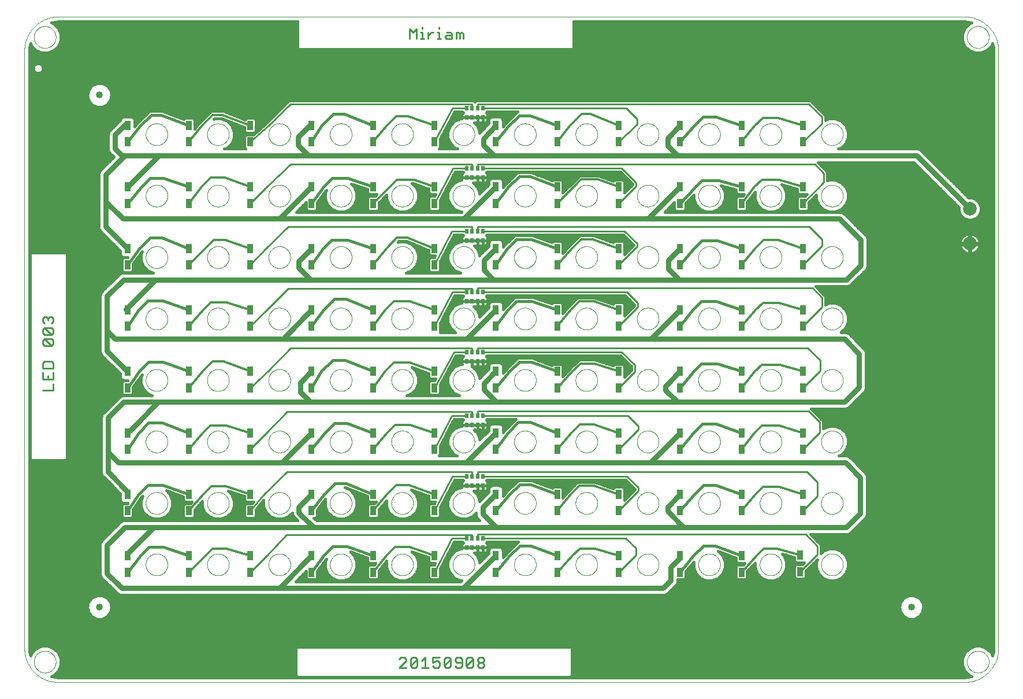
<source format=gtl>
G75*
%MOIN*%
%OFA0B0*%
%FSLAX25Y25*%
%IPPOS*%
%LPD*%
%AMOC8*
5,1,8,0,0,1.08239X$1,22.5*
%
%ADD10C,0.01100*%
%ADD11C,0.00000*%
%ADD12C,0.00010*%
%ADD13C,0.00079*%
%ADD14C,0.07874*%
%ADD15C,0.04000*%
%ADD16R,0.03543X0.05512*%
%ADD17R,0.01969X0.02559*%
%ADD18C,0.01600*%
%ADD19R,0.03962X0.03962*%
%ADD20C,0.03000*%
%ADD21C,0.01200*%
%ADD22C,0.01000*%
D10*
X0269114Y0040275D02*
X0273050Y0044212D01*
X0273050Y0045196D01*
X0272066Y0046180D01*
X0270098Y0046180D01*
X0269114Y0045196D01*
X0269114Y0040275D02*
X0273050Y0040275D01*
X0275559Y0041259D02*
X0279496Y0045196D01*
X0279496Y0041259D01*
X0278512Y0040275D01*
X0276543Y0040275D01*
X0275559Y0041259D01*
X0275559Y0045196D01*
X0276543Y0046180D01*
X0278512Y0046180D01*
X0279496Y0045196D01*
X0282005Y0044212D02*
X0283973Y0046180D01*
X0283973Y0040275D01*
X0282005Y0040275D02*
X0285941Y0040275D01*
X0288450Y0041259D02*
X0289434Y0040275D01*
X0291403Y0040275D01*
X0292387Y0041259D01*
X0292387Y0043228D01*
X0291403Y0044212D01*
X0290419Y0044212D01*
X0288450Y0043228D01*
X0288450Y0046180D01*
X0292387Y0046180D01*
X0294896Y0045196D02*
X0294896Y0041259D01*
X0298832Y0045196D01*
X0298832Y0041259D01*
X0297848Y0040275D01*
X0295880Y0040275D01*
X0294896Y0041259D01*
X0294896Y0045196D02*
X0295880Y0046180D01*
X0297848Y0046180D01*
X0298832Y0045196D01*
X0301341Y0045196D02*
X0301341Y0044212D01*
X0302325Y0043228D01*
X0305278Y0043228D01*
X0305278Y0045196D02*
X0305278Y0041259D01*
X0304294Y0040275D01*
X0302325Y0040275D01*
X0301341Y0041259D01*
X0301341Y0045196D02*
X0302325Y0046180D01*
X0304294Y0046180D01*
X0305278Y0045196D01*
X0307787Y0045196D02*
X0307787Y0041259D01*
X0311723Y0045196D01*
X0311723Y0041259D01*
X0310739Y0040275D01*
X0308771Y0040275D01*
X0307787Y0041259D01*
X0307787Y0045196D02*
X0308771Y0046180D01*
X0310739Y0046180D01*
X0311723Y0045196D01*
X0314232Y0045196D02*
X0314232Y0044212D01*
X0315216Y0043228D01*
X0317185Y0043228D01*
X0318169Y0042244D01*
X0318169Y0041259D01*
X0317185Y0040275D01*
X0315216Y0040275D01*
X0314232Y0041259D01*
X0314232Y0042244D01*
X0315216Y0043228D01*
X0317185Y0043228D02*
X0318169Y0044212D01*
X0318169Y0045196D01*
X0317185Y0046180D01*
X0315216Y0046180D01*
X0314232Y0045196D01*
X0069262Y0200007D02*
X0069262Y0203944D01*
X0069262Y0206453D02*
X0069262Y0210389D01*
X0069262Y0212898D02*
X0063357Y0212898D01*
X0063357Y0215851D01*
X0064341Y0216835D01*
X0068278Y0216835D01*
X0069262Y0215851D01*
X0069262Y0212898D01*
X0066309Y0208421D02*
X0066309Y0206453D01*
X0063357Y0206453D02*
X0069262Y0206453D01*
X0063357Y0206453D02*
X0063357Y0210389D01*
X0063357Y0200007D02*
X0069262Y0200007D01*
X0068278Y0225789D02*
X0064341Y0225789D01*
X0063357Y0226773D01*
X0063357Y0228742D01*
X0064341Y0229726D01*
X0068278Y0225789D01*
X0069262Y0226773D01*
X0069262Y0228742D01*
X0068278Y0229726D01*
X0064341Y0229726D01*
X0064341Y0232235D02*
X0063357Y0233219D01*
X0063357Y0235187D01*
X0064341Y0236171D01*
X0068278Y0232235D01*
X0069262Y0233219D01*
X0069262Y0235187D01*
X0068278Y0236171D01*
X0064341Y0236171D01*
X0064341Y0238680D02*
X0063357Y0239664D01*
X0063357Y0241633D01*
X0064341Y0242617D01*
X0065325Y0242617D01*
X0066309Y0241633D01*
X0067293Y0242617D01*
X0068278Y0242617D01*
X0069262Y0241633D01*
X0069262Y0239664D01*
X0068278Y0238680D01*
X0066309Y0240648D02*
X0066309Y0241633D01*
X0064341Y0232235D02*
X0068278Y0232235D01*
X0275085Y0402711D02*
X0275085Y0408616D01*
X0277053Y0406648D01*
X0279021Y0408616D01*
X0279021Y0402711D01*
X0281530Y0402711D02*
X0283498Y0402711D01*
X0282514Y0402711D02*
X0282514Y0406648D01*
X0281530Y0406648D01*
X0282514Y0408616D02*
X0282514Y0409600D01*
X0285827Y0406648D02*
X0285827Y0402711D01*
X0285827Y0404679D02*
X0287795Y0406648D01*
X0288780Y0406648D01*
X0291198Y0406648D02*
X0292183Y0406648D01*
X0292183Y0402711D01*
X0293167Y0402711D02*
X0291198Y0402711D01*
X0295495Y0403695D02*
X0296480Y0404679D01*
X0299432Y0404679D01*
X0299432Y0405664D02*
X0299432Y0402711D01*
X0296480Y0402711D01*
X0295495Y0403695D01*
X0296480Y0406648D02*
X0298448Y0406648D01*
X0299432Y0405664D01*
X0301941Y0406648D02*
X0302925Y0406648D01*
X0303909Y0405664D01*
X0304893Y0406648D01*
X0305878Y0405664D01*
X0305878Y0402711D01*
X0303909Y0402711D02*
X0303909Y0405664D01*
X0301941Y0406648D02*
X0301941Y0402711D01*
X0292183Y0408616D02*
X0292183Y0409600D01*
D11*
X0058312Y0043611D02*
X0058314Y0043769D01*
X0058320Y0043927D01*
X0058330Y0044085D01*
X0058344Y0044243D01*
X0058362Y0044400D01*
X0058383Y0044557D01*
X0058409Y0044713D01*
X0058439Y0044869D01*
X0058472Y0045024D01*
X0058510Y0045177D01*
X0058551Y0045330D01*
X0058596Y0045482D01*
X0058645Y0045633D01*
X0058698Y0045782D01*
X0058754Y0045930D01*
X0058814Y0046076D01*
X0058878Y0046221D01*
X0058946Y0046364D01*
X0059017Y0046506D01*
X0059091Y0046646D01*
X0059169Y0046783D01*
X0059251Y0046919D01*
X0059335Y0047053D01*
X0059424Y0047184D01*
X0059515Y0047313D01*
X0059610Y0047440D01*
X0059707Y0047565D01*
X0059808Y0047687D01*
X0059912Y0047806D01*
X0060019Y0047923D01*
X0060129Y0048037D01*
X0060242Y0048148D01*
X0060357Y0048257D01*
X0060475Y0048362D01*
X0060596Y0048464D01*
X0060719Y0048564D01*
X0060845Y0048660D01*
X0060973Y0048753D01*
X0061103Y0048843D01*
X0061236Y0048929D01*
X0061371Y0049013D01*
X0061507Y0049092D01*
X0061646Y0049169D01*
X0061787Y0049241D01*
X0061929Y0049311D01*
X0062073Y0049376D01*
X0062219Y0049438D01*
X0062366Y0049496D01*
X0062515Y0049551D01*
X0062665Y0049602D01*
X0062816Y0049649D01*
X0062968Y0049692D01*
X0063121Y0049731D01*
X0063276Y0049767D01*
X0063431Y0049798D01*
X0063587Y0049826D01*
X0063743Y0049850D01*
X0063900Y0049870D01*
X0064058Y0049886D01*
X0064215Y0049898D01*
X0064374Y0049906D01*
X0064532Y0049910D01*
X0064690Y0049910D01*
X0064848Y0049906D01*
X0065007Y0049898D01*
X0065164Y0049886D01*
X0065322Y0049870D01*
X0065479Y0049850D01*
X0065635Y0049826D01*
X0065791Y0049798D01*
X0065946Y0049767D01*
X0066101Y0049731D01*
X0066254Y0049692D01*
X0066406Y0049649D01*
X0066557Y0049602D01*
X0066707Y0049551D01*
X0066856Y0049496D01*
X0067003Y0049438D01*
X0067149Y0049376D01*
X0067293Y0049311D01*
X0067435Y0049241D01*
X0067576Y0049169D01*
X0067715Y0049092D01*
X0067851Y0049013D01*
X0067986Y0048929D01*
X0068119Y0048843D01*
X0068249Y0048753D01*
X0068377Y0048660D01*
X0068503Y0048564D01*
X0068626Y0048464D01*
X0068747Y0048362D01*
X0068865Y0048257D01*
X0068980Y0048148D01*
X0069093Y0048037D01*
X0069203Y0047923D01*
X0069310Y0047806D01*
X0069414Y0047687D01*
X0069515Y0047565D01*
X0069612Y0047440D01*
X0069707Y0047313D01*
X0069798Y0047184D01*
X0069887Y0047053D01*
X0069971Y0046919D01*
X0070053Y0046783D01*
X0070131Y0046646D01*
X0070205Y0046506D01*
X0070276Y0046364D01*
X0070344Y0046221D01*
X0070408Y0046076D01*
X0070468Y0045930D01*
X0070524Y0045782D01*
X0070577Y0045633D01*
X0070626Y0045482D01*
X0070671Y0045330D01*
X0070712Y0045177D01*
X0070750Y0045024D01*
X0070783Y0044869D01*
X0070813Y0044713D01*
X0070839Y0044557D01*
X0070860Y0044400D01*
X0070878Y0044243D01*
X0070892Y0044085D01*
X0070902Y0043927D01*
X0070908Y0043769D01*
X0070910Y0043611D01*
X0070908Y0043453D01*
X0070902Y0043295D01*
X0070892Y0043137D01*
X0070878Y0042979D01*
X0070860Y0042822D01*
X0070839Y0042665D01*
X0070813Y0042509D01*
X0070783Y0042353D01*
X0070750Y0042198D01*
X0070712Y0042045D01*
X0070671Y0041892D01*
X0070626Y0041740D01*
X0070577Y0041589D01*
X0070524Y0041440D01*
X0070468Y0041292D01*
X0070408Y0041146D01*
X0070344Y0041001D01*
X0070276Y0040858D01*
X0070205Y0040716D01*
X0070131Y0040576D01*
X0070053Y0040439D01*
X0069971Y0040303D01*
X0069887Y0040169D01*
X0069798Y0040038D01*
X0069707Y0039909D01*
X0069612Y0039782D01*
X0069515Y0039657D01*
X0069414Y0039535D01*
X0069310Y0039416D01*
X0069203Y0039299D01*
X0069093Y0039185D01*
X0068980Y0039074D01*
X0068865Y0038965D01*
X0068747Y0038860D01*
X0068626Y0038758D01*
X0068503Y0038658D01*
X0068377Y0038562D01*
X0068249Y0038469D01*
X0068119Y0038379D01*
X0067986Y0038293D01*
X0067851Y0038209D01*
X0067715Y0038130D01*
X0067576Y0038053D01*
X0067435Y0037981D01*
X0067293Y0037911D01*
X0067149Y0037846D01*
X0067003Y0037784D01*
X0066856Y0037726D01*
X0066707Y0037671D01*
X0066557Y0037620D01*
X0066406Y0037573D01*
X0066254Y0037530D01*
X0066101Y0037491D01*
X0065946Y0037455D01*
X0065791Y0037424D01*
X0065635Y0037396D01*
X0065479Y0037372D01*
X0065322Y0037352D01*
X0065164Y0037336D01*
X0065007Y0037324D01*
X0064848Y0037316D01*
X0064690Y0037312D01*
X0064532Y0037312D01*
X0064374Y0037316D01*
X0064215Y0037324D01*
X0064058Y0037336D01*
X0063900Y0037352D01*
X0063743Y0037372D01*
X0063587Y0037396D01*
X0063431Y0037424D01*
X0063276Y0037455D01*
X0063121Y0037491D01*
X0062968Y0037530D01*
X0062816Y0037573D01*
X0062665Y0037620D01*
X0062515Y0037671D01*
X0062366Y0037726D01*
X0062219Y0037784D01*
X0062073Y0037846D01*
X0061929Y0037911D01*
X0061787Y0037981D01*
X0061646Y0038053D01*
X0061507Y0038130D01*
X0061371Y0038209D01*
X0061236Y0038293D01*
X0061103Y0038379D01*
X0060973Y0038469D01*
X0060845Y0038562D01*
X0060719Y0038658D01*
X0060596Y0038758D01*
X0060475Y0038860D01*
X0060357Y0038965D01*
X0060242Y0039074D01*
X0060129Y0039185D01*
X0060019Y0039299D01*
X0059912Y0039416D01*
X0059808Y0039535D01*
X0059707Y0039657D01*
X0059610Y0039782D01*
X0059515Y0039909D01*
X0059424Y0040038D01*
X0059335Y0040169D01*
X0059251Y0040303D01*
X0059169Y0040439D01*
X0059091Y0040576D01*
X0059017Y0040716D01*
X0058946Y0040858D01*
X0058878Y0041001D01*
X0058814Y0041146D01*
X0058754Y0041292D01*
X0058698Y0041440D01*
X0058645Y0041589D01*
X0058596Y0041740D01*
X0058551Y0041892D01*
X0058510Y0042045D01*
X0058472Y0042198D01*
X0058439Y0042353D01*
X0058409Y0042509D01*
X0058383Y0042665D01*
X0058362Y0042822D01*
X0058344Y0042979D01*
X0058330Y0043137D01*
X0058320Y0043295D01*
X0058314Y0043453D01*
X0058312Y0043611D01*
X0122800Y0099674D02*
X0122802Y0099832D01*
X0122808Y0099990D01*
X0122818Y0100148D01*
X0122832Y0100306D01*
X0122850Y0100463D01*
X0122871Y0100620D01*
X0122897Y0100776D01*
X0122927Y0100932D01*
X0122960Y0101087D01*
X0122998Y0101240D01*
X0123039Y0101393D01*
X0123084Y0101545D01*
X0123133Y0101696D01*
X0123186Y0101845D01*
X0123242Y0101993D01*
X0123302Y0102139D01*
X0123366Y0102284D01*
X0123434Y0102427D01*
X0123505Y0102569D01*
X0123579Y0102709D01*
X0123657Y0102846D01*
X0123739Y0102982D01*
X0123823Y0103116D01*
X0123912Y0103247D01*
X0124003Y0103376D01*
X0124098Y0103503D01*
X0124195Y0103628D01*
X0124296Y0103750D01*
X0124400Y0103869D01*
X0124507Y0103986D01*
X0124617Y0104100D01*
X0124730Y0104211D01*
X0124845Y0104320D01*
X0124963Y0104425D01*
X0125084Y0104527D01*
X0125207Y0104627D01*
X0125333Y0104723D01*
X0125461Y0104816D01*
X0125591Y0104906D01*
X0125724Y0104992D01*
X0125859Y0105076D01*
X0125995Y0105155D01*
X0126134Y0105232D01*
X0126275Y0105304D01*
X0126417Y0105374D01*
X0126561Y0105439D01*
X0126707Y0105501D01*
X0126854Y0105559D01*
X0127003Y0105614D01*
X0127153Y0105665D01*
X0127304Y0105712D01*
X0127456Y0105755D01*
X0127609Y0105794D01*
X0127764Y0105830D01*
X0127919Y0105861D01*
X0128075Y0105889D01*
X0128231Y0105913D01*
X0128388Y0105933D01*
X0128546Y0105949D01*
X0128703Y0105961D01*
X0128862Y0105969D01*
X0129020Y0105973D01*
X0129178Y0105973D01*
X0129336Y0105969D01*
X0129495Y0105961D01*
X0129652Y0105949D01*
X0129810Y0105933D01*
X0129967Y0105913D01*
X0130123Y0105889D01*
X0130279Y0105861D01*
X0130434Y0105830D01*
X0130589Y0105794D01*
X0130742Y0105755D01*
X0130894Y0105712D01*
X0131045Y0105665D01*
X0131195Y0105614D01*
X0131344Y0105559D01*
X0131491Y0105501D01*
X0131637Y0105439D01*
X0131781Y0105374D01*
X0131923Y0105304D01*
X0132064Y0105232D01*
X0132203Y0105155D01*
X0132339Y0105076D01*
X0132474Y0104992D01*
X0132607Y0104906D01*
X0132737Y0104816D01*
X0132865Y0104723D01*
X0132991Y0104627D01*
X0133114Y0104527D01*
X0133235Y0104425D01*
X0133353Y0104320D01*
X0133468Y0104211D01*
X0133581Y0104100D01*
X0133691Y0103986D01*
X0133798Y0103869D01*
X0133902Y0103750D01*
X0134003Y0103628D01*
X0134100Y0103503D01*
X0134195Y0103376D01*
X0134286Y0103247D01*
X0134375Y0103116D01*
X0134459Y0102982D01*
X0134541Y0102846D01*
X0134619Y0102709D01*
X0134693Y0102569D01*
X0134764Y0102427D01*
X0134832Y0102284D01*
X0134896Y0102139D01*
X0134956Y0101993D01*
X0135012Y0101845D01*
X0135065Y0101696D01*
X0135114Y0101545D01*
X0135159Y0101393D01*
X0135200Y0101240D01*
X0135238Y0101087D01*
X0135271Y0100932D01*
X0135301Y0100776D01*
X0135327Y0100620D01*
X0135348Y0100463D01*
X0135366Y0100306D01*
X0135380Y0100148D01*
X0135390Y0099990D01*
X0135396Y0099832D01*
X0135398Y0099674D01*
X0135396Y0099516D01*
X0135390Y0099358D01*
X0135380Y0099200D01*
X0135366Y0099042D01*
X0135348Y0098885D01*
X0135327Y0098728D01*
X0135301Y0098572D01*
X0135271Y0098416D01*
X0135238Y0098261D01*
X0135200Y0098108D01*
X0135159Y0097955D01*
X0135114Y0097803D01*
X0135065Y0097652D01*
X0135012Y0097503D01*
X0134956Y0097355D01*
X0134896Y0097209D01*
X0134832Y0097064D01*
X0134764Y0096921D01*
X0134693Y0096779D01*
X0134619Y0096639D01*
X0134541Y0096502D01*
X0134459Y0096366D01*
X0134375Y0096232D01*
X0134286Y0096101D01*
X0134195Y0095972D01*
X0134100Y0095845D01*
X0134003Y0095720D01*
X0133902Y0095598D01*
X0133798Y0095479D01*
X0133691Y0095362D01*
X0133581Y0095248D01*
X0133468Y0095137D01*
X0133353Y0095028D01*
X0133235Y0094923D01*
X0133114Y0094821D01*
X0132991Y0094721D01*
X0132865Y0094625D01*
X0132737Y0094532D01*
X0132607Y0094442D01*
X0132474Y0094356D01*
X0132339Y0094272D01*
X0132203Y0094193D01*
X0132064Y0094116D01*
X0131923Y0094044D01*
X0131781Y0093974D01*
X0131637Y0093909D01*
X0131491Y0093847D01*
X0131344Y0093789D01*
X0131195Y0093734D01*
X0131045Y0093683D01*
X0130894Y0093636D01*
X0130742Y0093593D01*
X0130589Y0093554D01*
X0130434Y0093518D01*
X0130279Y0093487D01*
X0130123Y0093459D01*
X0129967Y0093435D01*
X0129810Y0093415D01*
X0129652Y0093399D01*
X0129495Y0093387D01*
X0129336Y0093379D01*
X0129178Y0093375D01*
X0129020Y0093375D01*
X0128862Y0093379D01*
X0128703Y0093387D01*
X0128546Y0093399D01*
X0128388Y0093415D01*
X0128231Y0093435D01*
X0128075Y0093459D01*
X0127919Y0093487D01*
X0127764Y0093518D01*
X0127609Y0093554D01*
X0127456Y0093593D01*
X0127304Y0093636D01*
X0127153Y0093683D01*
X0127003Y0093734D01*
X0126854Y0093789D01*
X0126707Y0093847D01*
X0126561Y0093909D01*
X0126417Y0093974D01*
X0126275Y0094044D01*
X0126134Y0094116D01*
X0125995Y0094193D01*
X0125859Y0094272D01*
X0125724Y0094356D01*
X0125591Y0094442D01*
X0125461Y0094532D01*
X0125333Y0094625D01*
X0125207Y0094721D01*
X0125084Y0094821D01*
X0124963Y0094923D01*
X0124845Y0095028D01*
X0124730Y0095137D01*
X0124617Y0095248D01*
X0124507Y0095362D01*
X0124400Y0095479D01*
X0124296Y0095598D01*
X0124195Y0095720D01*
X0124098Y0095845D01*
X0124003Y0095972D01*
X0123912Y0096101D01*
X0123823Y0096232D01*
X0123739Y0096366D01*
X0123657Y0096502D01*
X0123579Y0096639D01*
X0123505Y0096779D01*
X0123434Y0096921D01*
X0123366Y0097064D01*
X0123302Y0097209D01*
X0123242Y0097355D01*
X0123186Y0097503D01*
X0123133Y0097652D01*
X0123084Y0097803D01*
X0123039Y0097955D01*
X0122998Y0098108D01*
X0122960Y0098261D01*
X0122927Y0098416D01*
X0122897Y0098572D01*
X0122871Y0098728D01*
X0122850Y0098885D01*
X0122832Y0099042D01*
X0122818Y0099200D01*
X0122808Y0099358D01*
X0122802Y0099516D01*
X0122800Y0099674D01*
X0158233Y0099674D02*
X0158235Y0099832D01*
X0158241Y0099990D01*
X0158251Y0100148D01*
X0158265Y0100306D01*
X0158283Y0100463D01*
X0158304Y0100620D01*
X0158330Y0100776D01*
X0158360Y0100932D01*
X0158393Y0101087D01*
X0158431Y0101240D01*
X0158472Y0101393D01*
X0158517Y0101545D01*
X0158566Y0101696D01*
X0158619Y0101845D01*
X0158675Y0101993D01*
X0158735Y0102139D01*
X0158799Y0102284D01*
X0158867Y0102427D01*
X0158938Y0102569D01*
X0159012Y0102709D01*
X0159090Y0102846D01*
X0159172Y0102982D01*
X0159256Y0103116D01*
X0159345Y0103247D01*
X0159436Y0103376D01*
X0159531Y0103503D01*
X0159628Y0103628D01*
X0159729Y0103750D01*
X0159833Y0103869D01*
X0159940Y0103986D01*
X0160050Y0104100D01*
X0160163Y0104211D01*
X0160278Y0104320D01*
X0160396Y0104425D01*
X0160517Y0104527D01*
X0160640Y0104627D01*
X0160766Y0104723D01*
X0160894Y0104816D01*
X0161024Y0104906D01*
X0161157Y0104992D01*
X0161292Y0105076D01*
X0161428Y0105155D01*
X0161567Y0105232D01*
X0161708Y0105304D01*
X0161850Y0105374D01*
X0161994Y0105439D01*
X0162140Y0105501D01*
X0162287Y0105559D01*
X0162436Y0105614D01*
X0162586Y0105665D01*
X0162737Y0105712D01*
X0162889Y0105755D01*
X0163042Y0105794D01*
X0163197Y0105830D01*
X0163352Y0105861D01*
X0163508Y0105889D01*
X0163664Y0105913D01*
X0163821Y0105933D01*
X0163979Y0105949D01*
X0164136Y0105961D01*
X0164295Y0105969D01*
X0164453Y0105973D01*
X0164611Y0105973D01*
X0164769Y0105969D01*
X0164928Y0105961D01*
X0165085Y0105949D01*
X0165243Y0105933D01*
X0165400Y0105913D01*
X0165556Y0105889D01*
X0165712Y0105861D01*
X0165867Y0105830D01*
X0166022Y0105794D01*
X0166175Y0105755D01*
X0166327Y0105712D01*
X0166478Y0105665D01*
X0166628Y0105614D01*
X0166777Y0105559D01*
X0166924Y0105501D01*
X0167070Y0105439D01*
X0167214Y0105374D01*
X0167356Y0105304D01*
X0167497Y0105232D01*
X0167636Y0105155D01*
X0167772Y0105076D01*
X0167907Y0104992D01*
X0168040Y0104906D01*
X0168170Y0104816D01*
X0168298Y0104723D01*
X0168424Y0104627D01*
X0168547Y0104527D01*
X0168668Y0104425D01*
X0168786Y0104320D01*
X0168901Y0104211D01*
X0169014Y0104100D01*
X0169124Y0103986D01*
X0169231Y0103869D01*
X0169335Y0103750D01*
X0169436Y0103628D01*
X0169533Y0103503D01*
X0169628Y0103376D01*
X0169719Y0103247D01*
X0169808Y0103116D01*
X0169892Y0102982D01*
X0169974Y0102846D01*
X0170052Y0102709D01*
X0170126Y0102569D01*
X0170197Y0102427D01*
X0170265Y0102284D01*
X0170329Y0102139D01*
X0170389Y0101993D01*
X0170445Y0101845D01*
X0170498Y0101696D01*
X0170547Y0101545D01*
X0170592Y0101393D01*
X0170633Y0101240D01*
X0170671Y0101087D01*
X0170704Y0100932D01*
X0170734Y0100776D01*
X0170760Y0100620D01*
X0170781Y0100463D01*
X0170799Y0100306D01*
X0170813Y0100148D01*
X0170823Y0099990D01*
X0170829Y0099832D01*
X0170831Y0099674D01*
X0170829Y0099516D01*
X0170823Y0099358D01*
X0170813Y0099200D01*
X0170799Y0099042D01*
X0170781Y0098885D01*
X0170760Y0098728D01*
X0170734Y0098572D01*
X0170704Y0098416D01*
X0170671Y0098261D01*
X0170633Y0098108D01*
X0170592Y0097955D01*
X0170547Y0097803D01*
X0170498Y0097652D01*
X0170445Y0097503D01*
X0170389Y0097355D01*
X0170329Y0097209D01*
X0170265Y0097064D01*
X0170197Y0096921D01*
X0170126Y0096779D01*
X0170052Y0096639D01*
X0169974Y0096502D01*
X0169892Y0096366D01*
X0169808Y0096232D01*
X0169719Y0096101D01*
X0169628Y0095972D01*
X0169533Y0095845D01*
X0169436Y0095720D01*
X0169335Y0095598D01*
X0169231Y0095479D01*
X0169124Y0095362D01*
X0169014Y0095248D01*
X0168901Y0095137D01*
X0168786Y0095028D01*
X0168668Y0094923D01*
X0168547Y0094821D01*
X0168424Y0094721D01*
X0168298Y0094625D01*
X0168170Y0094532D01*
X0168040Y0094442D01*
X0167907Y0094356D01*
X0167772Y0094272D01*
X0167636Y0094193D01*
X0167497Y0094116D01*
X0167356Y0094044D01*
X0167214Y0093974D01*
X0167070Y0093909D01*
X0166924Y0093847D01*
X0166777Y0093789D01*
X0166628Y0093734D01*
X0166478Y0093683D01*
X0166327Y0093636D01*
X0166175Y0093593D01*
X0166022Y0093554D01*
X0165867Y0093518D01*
X0165712Y0093487D01*
X0165556Y0093459D01*
X0165400Y0093435D01*
X0165243Y0093415D01*
X0165085Y0093399D01*
X0164928Y0093387D01*
X0164769Y0093379D01*
X0164611Y0093375D01*
X0164453Y0093375D01*
X0164295Y0093379D01*
X0164136Y0093387D01*
X0163979Y0093399D01*
X0163821Y0093415D01*
X0163664Y0093435D01*
X0163508Y0093459D01*
X0163352Y0093487D01*
X0163197Y0093518D01*
X0163042Y0093554D01*
X0162889Y0093593D01*
X0162737Y0093636D01*
X0162586Y0093683D01*
X0162436Y0093734D01*
X0162287Y0093789D01*
X0162140Y0093847D01*
X0161994Y0093909D01*
X0161850Y0093974D01*
X0161708Y0094044D01*
X0161567Y0094116D01*
X0161428Y0094193D01*
X0161292Y0094272D01*
X0161157Y0094356D01*
X0161024Y0094442D01*
X0160894Y0094532D01*
X0160766Y0094625D01*
X0160640Y0094721D01*
X0160517Y0094821D01*
X0160396Y0094923D01*
X0160278Y0095028D01*
X0160163Y0095137D01*
X0160050Y0095248D01*
X0159940Y0095362D01*
X0159833Y0095479D01*
X0159729Y0095598D01*
X0159628Y0095720D01*
X0159531Y0095845D01*
X0159436Y0095972D01*
X0159345Y0096101D01*
X0159256Y0096232D01*
X0159172Y0096366D01*
X0159090Y0096502D01*
X0159012Y0096639D01*
X0158938Y0096779D01*
X0158867Y0096921D01*
X0158799Y0097064D01*
X0158735Y0097209D01*
X0158675Y0097355D01*
X0158619Y0097503D01*
X0158566Y0097652D01*
X0158517Y0097803D01*
X0158472Y0097955D01*
X0158431Y0098108D01*
X0158393Y0098261D01*
X0158360Y0098416D01*
X0158330Y0098572D01*
X0158304Y0098728D01*
X0158283Y0098885D01*
X0158265Y0099042D01*
X0158251Y0099200D01*
X0158241Y0099358D01*
X0158235Y0099516D01*
X0158233Y0099674D01*
X0193666Y0099674D02*
X0193668Y0099832D01*
X0193674Y0099990D01*
X0193684Y0100148D01*
X0193698Y0100306D01*
X0193716Y0100463D01*
X0193737Y0100620D01*
X0193763Y0100776D01*
X0193793Y0100932D01*
X0193826Y0101087D01*
X0193864Y0101240D01*
X0193905Y0101393D01*
X0193950Y0101545D01*
X0193999Y0101696D01*
X0194052Y0101845D01*
X0194108Y0101993D01*
X0194168Y0102139D01*
X0194232Y0102284D01*
X0194300Y0102427D01*
X0194371Y0102569D01*
X0194445Y0102709D01*
X0194523Y0102846D01*
X0194605Y0102982D01*
X0194689Y0103116D01*
X0194778Y0103247D01*
X0194869Y0103376D01*
X0194964Y0103503D01*
X0195061Y0103628D01*
X0195162Y0103750D01*
X0195266Y0103869D01*
X0195373Y0103986D01*
X0195483Y0104100D01*
X0195596Y0104211D01*
X0195711Y0104320D01*
X0195829Y0104425D01*
X0195950Y0104527D01*
X0196073Y0104627D01*
X0196199Y0104723D01*
X0196327Y0104816D01*
X0196457Y0104906D01*
X0196590Y0104992D01*
X0196725Y0105076D01*
X0196861Y0105155D01*
X0197000Y0105232D01*
X0197141Y0105304D01*
X0197283Y0105374D01*
X0197427Y0105439D01*
X0197573Y0105501D01*
X0197720Y0105559D01*
X0197869Y0105614D01*
X0198019Y0105665D01*
X0198170Y0105712D01*
X0198322Y0105755D01*
X0198475Y0105794D01*
X0198630Y0105830D01*
X0198785Y0105861D01*
X0198941Y0105889D01*
X0199097Y0105913D01*
X0199254Y0105933D01*
X0199412Y0105949D01*
X0199569Y0105961D01*
X0199728Y0105969D01*
X0199886Y0105973D01*
X0200044Y0105973D01*
X0200202Y0105969D01*
X0200361Y0105961D01*
X0200518Y0105949D01*
X0200676Y0105933D01*
X0200833Y0105913D01*
X0200989Y0105889D01*
X0201145Y0105861D01*
X0201300Y0105830D01*
X0201455Y0105794D01*
X0201608Y0105755D01*
X0201760Y0105712D01*
X0201911Y0105665D01*
X0202061Y0105614D01*
X0202210Y0105559D01*
X0202357Y0105501D01*
X0202503Y0105439D01*
X0202647Y0105374D01*
X0202789Y0105304D01*
X0202930Y0105232D01*
X0203069Y0105155D01*
X0203205Y0105076D01*
X0203340Y0104992D01*
X0203473Y0104906D01*
X0203603Y0104816D01*
X0203731Y0104723D01*
X0203857Y0104627D01*
X0203980Y0104527D01*
X0204101Y0104425D01*
X0204219Y0104320D01*
X0204334Y0104211D01*
X0204447Y0104100D01*
X0204557Y0103986D01*
X0204664Y0103869D01*
X0204768Y0103750D01*
X0204869Y0103628D01*
X0204966Y0103503D01*
X0205061Y0103376D01*
X0205152Y0103247D01*
X0205241Y0103116D01*
X0205325Y0102982D01*
X0205407Y0102846D01*
X0205485Y0102709D01*
X0205559Y0102569D01*
X0205630Y0102427D01*
X0205698Y0102284D01*
X0205762Y0102139D01*
X0205822Y0101993D01*
X0205878Y0101845D01*
X0205931Y0101696D01*
X0205980Y0101545D01*
X0206025Y0101393D01*
X0206066Y0101240D01*
X0206104Y0101087D01*
X0206137Y0100932D01*
X0206167Y0100776D01*
X0206193Y0100620D01*
X0206214Y0100463D01*
X0206232Y0100306D01*
X0206246Y0100148D01*
X0206256Y0099990D01*
X0206262Y0099832D01*
X0206264Y0099674D01*
X0206262Y0099516D01*
X0206256Y0099358D01*
X0206246Y0099200D01*
X0206232Y0099042D01*
X0206214Y0098885D01*
X0206193Y0098728D01*
X0206167Y0098572D01*
X0206137Y0098416D01*
X0206104Y0098261D01*
X0206066Y0098108D01*
X0206025Y0097955D01*
X0205980Y0097803D01*
X0205931Y0097652D01*
X0205878Y0097503D01*
X0205822Y0097355D01*
X0205762Y0097209D01*
X0205698Y0097064D01*
X0205630Y0096921D01*
X0205559Y0096779D01*
X0205485Y0096639D01*
X0205407Y0096502D01*
X0205325Y0096366D01*
X0205241Y0096232D01*
X0205152Y0096101D01*
X0205061Y0095972D01*
X0204966Y0095845D01*
X0204869Y0095720D01*
X0204768Y0095598D01*
X0204664Y0095479D01*
X0204557Y0095362D01*
X0204447Y0095248D01*
X0204334Y0095137D01*
X0204219Y0095028D01*
X0204101Y0094923D01*
X0203980Y0094821D01*
X0203857Y0094721D01*
X0203731Y0094625D01*
X0203603Y0094532D01*
X0203473Y0094442D01*
X0203340Y0094356D01*
X0203205Y0094272D01*
X0203069Y0094193D01*
X0202930Y0094116D01*
X0202789Y0094044D01*
X0202647Y0093974D01*
X0202503Y0093909D01*
X0202357Y0093847D01*
X0202210Y0093789D01*
X0202061Y0093734D01*
X0201911Y0093683D01*
X0201760Y0093636D01*
X0201608Y0093593D01*
X0201455Y0093554D01*
X0201300Y0093518D01*
X0201145Y0093487D01*
X0200989Y0093459D01*
X0200833Y0093435D01*
X0200676Y0093415D01*
X0200518Y0093399D01*
X0200361Y0093387D01*
X0200202Y0093379D01*
X0200044Y0093375D01*
X0199886Y0093375D01*
X0199728Y0093379D01*
X0199569Y0093387D01*
X0199412Y0093399D01*
X0199254Y0093415D01*
X0199097Y0093435D01*
X0198941Y0093459D01*
X0198785Y0093487D01*
X0198630Y0093518D01*
X0198475Y0093554D01*
X0198322Y0093593D01*
X0198170Y0093636D01*
X0198019Y0093683D01*
X0197869Y0093734D01*
X0197720Y0093789D01*
X0197573Y0093847D01*
X0197427Y0093909D01*
X0197283Y0093974D01*
X0197141Y0094044D01*
X0197000Y0094116D01*
X0196861Y0094193D01*
X0196725Y0094272D01*
X0196590Y0094356D01*
X0196457Y0094442D01*
X0196327Y0094532D01*
X0196199Y0094625D01*
X0196073Y0094721D01*
X0195950Y0094821D01*
X0195829Y0094923D01*
X0195711Y0095028D01*
X0195596Y0095137D01*
X0195483Y0095248D01*
X0195373Y0095362D01*
X0195266Y0095479D01*
X0195162Y0095598D01*
X0195061Y0095720D01*
X0194964Y0095845D01*
X0194869Y0095972D01*
X0194778Y0096101D01*
X0194689Y0096232D01*
X0194605Y0096366D01*
X0194523Y0096502D01*
X0194445Y0096639D01*
X0194371Y0096779D01*
X0194300Y0096921D01*
X0194232Y0097064D01*
X0194168Y0097209D01*
X0194108Y0097355D01*
X0194052Y0097503D01*
X0193999Y0097652D01*
X0193950Y0097803D01*
X0193905Y0097955D01*
X0193864Y0098108D01*
X0193826Y0098261D01*
X0193793Y0098416D01*
X0193763Y0098572D01*
X0193737Y0098728D01*
X0193716Y0098885D01*
X0193698Y0099042D01*
X0193684Y0099200D01*
X0193674Y0099358D01*
X0193668Y0099516D01*
X0193666Y0099674D01*
X0229099Y0099674D02*
X0229101Y0099832D01*
X0229107Y0099990D01*
X0229117Y0100148D01*
X0229131Y0100306D01*
X0229149Y0100463D01*
X0229170Y0100620D01*
X0229196Y0100776D01*
X0229226Y0100932D01*
X0229259Y0101087D01*
X0229297Y0101240D01*
X0229338Y0101393D01*
X0229383Y0101545D01*
X0229432Y0101696D01*
X0229485Y0101845D01*
X0229541Y0101993D01*
X0229601Y0102139D01*
X0229665Y0102284D01*
X0229733Y0102427D01*
X0229804Y0102569D01*
X0229878Y0102709D01*
X0229956Y0102846D01*
X0230038Y0102982D01*
X0230122Y0103116D01*
X0230211Y0103247D01*
X0230302Y0103376D01*
X0230397Y0103503D01*
X0230494Y0103628D01*
X0230595Y0103750D01*
X0230699Y0103869D01*
X0230806Y0103986D01*
X0230916Y0104100D01*
X0231029Y0104211D01*
X0231144Y0104320D01*
X0231262Y0104425D01*
X0231383Y0104527D01*
X0231506Y0104627D01*
X0231632Y0104723D01*
X0231760Y0104816D01*
X0231890Y0104906D01*
X0232023Y0104992D01*
X0232158Y0105076D01*
X0232294Y0105155D01*
X0232433Y0105232D01*
X0232574Y0105304D01*
X0232716Y0105374D01*
X0232860Y0105439D01*
X0233006Y0105501D01*
X0233153Y0105559D01*
X0233302Y0105614D01*
X0233452Y0105665D01*
X0233603Y0105712D01*
X0233755Y0105755D01*
X0233908Y0105794D01*
X0234063Y0105830D01*
X0234218Y0105861D01*
X0234374Y0105889D01*
X0234530Y0105913D01*
X0234687Y0105933D01*
X0234845Y0105949D01*
X0235002Y0105961D01*
X0235161Y0105969D01*
X0235319Y0105973D01*
X0235477Y0105973D01*
X0235635Y0105969D01*
X0235794Y0105961D01*
X0235951Y0105949D01*
X0236109Y0105933D01*
X0236266Y0105913D01*
X0236422Y0105889D01*
X0236578Y0105861D01*
X0236733Y0105830D01*
X0236888Y0105794D01*
X0237041Y0105755D01*
X0237193Y0105712D01*
X0237344Y0105665D01*
X0237494Y0105614D01*
X0237643Y0105559D01*
X0237790Y0105501D01*
X0237936Y0105439D01*
X0238080Y0105374D01*
X0238222Y0105304D01*
X0238363Y0105232D01*
X0238502Y0105155D01*
X0238638Y0105076D01*
X0238773Y0104992D01*
X0238906Y0104906D01*
X0239036Y0104816D01*
X0239164Y0104723D01*
X0239290Y0104627D01*
X0239413Y0104527D01*
X0239534Y0104425D01*
X0239652Y0104320D01*
X0239767Y0104211D01*
X0239880Y0104100D01*
X0239990Y0103986D01*
X0240097Y0103869D01*
X0240201Y0103750D01*
X0240302Y0103628D01*
X0240399Y0103503D01*
X0240494Y0103376D01*
X0240585Y0103247D01*
X0240674Y0103116D01*
X0240758Y0102982D01*
X0240840Y0102846D01*
X0240918Y0102709D01*
X0240992Y0102569D01*
X0241063Y0102427D01*
X0241131Y0102284D01*
X0241195Y0102139D01*
X0241255Y0101993D01*
X0241311Y0101845D01*
X0241364Y0101696D01*
X0241413Y0101545D01*
X0241458Y0101393D01*
X0241499Y0101240D01*
X0241537Y0101087D01*
X0241570Y0100932D01*
X0241600Y0100776D01*
X0241626Y0100620D01*
X0241647Y0100463D01*
X0241665Y0100306D01*
X0241679Y0100148D01*
X0241689Y0099990D01*
X0241695Y0099832D01*
X0241697Y0099674D01*
X0241695Y0099516D01*
X0241689Y0099358D01*
X0241679Y0099200D01*
X0241665Y0099042D01*
X0241647Y0098885D01*
X0241626Y0098728D01*
X0241600Y0098572D01*
X0241570Y0098416D01*
X0241537Y0098261D01*
X0241499Y0098108D01*
X0241458Y0097955D01*
X0241413Y0097803D01*
X0241364Y0097652D01*
X0241311Y0097503D01*
X0241255Y0097355D01*
X0241195Y0097209D01*
X0241131Y0097064D01*
X0241063Y0096921D01*
X0240992Y0096779D01*
X0240918Y0096639D01*
X0240840Y0096502D01*
X0240758Y0096366D01*
X0240674Y0096232D01*
X0240585Y0096101D01*
X0240494Y0095972D01*
X0240399Y0095845D01*
X0240302Y0095720D01*
X0240201Y0095598D01*
X0240097Y0095479D01*
X0239990Y0095362D01*
X0239880Y0095248D01*
X0239767Y0095137D01*
X0239652Y0095028D01*
X0239534Y0094923D01*
X0239413Y0094821D01*
X0239290Y0094721D01*
X0239164Y0094625D01*
X0239036Y0094532D01*
X0238906Y0094442D01*
X0238773Y0094356D01*
X0238638Y0094272D01*
X0238502Y0094193D01*
X0238363Y0094116D01*
X0238222Y0094044D01*
X0238080Y0093974D01*
X0237936Y0093909D01*
X0237790Y0093847D01*
X0237643Y0093789D01*
X0237494Y0093734D01*
X0237344Y0093683D01*
X0237193Y0093636D01*
X0237041Y0093593D01*
X0236888Y0093554D01*
X0236733Y0093518D01*
X0236578Y0093487D01*
X0236422Y0093459D01*
X0236266Y0093435D01*
X0236109Y0093415D01*
X0235951Y0093399D01*
X0235794Y0093387D01*
X0235635Y0093379D01*
X0235477Y0093375D01*
X0235319Y0093375D01*
X0235161Y0093379D01*
X0235002Y0093387D01*
X0234845Y0093399D01*
X0234687Y0093415D01*
X0234530Y0093435D01*
X0234374Y0093459D01*
X0234218Y0093487D01*
X0234063Y0093518D01*
X0233908Y0093554D01*
X0233755Y0093593D01*
X0233603Y0093636D01*
X0233452Y0093683D01*
X0233302Y0093734D01*
X0233153Y0093789D01*
X0233006Y0093847D01*
X0232860Y0093909D01*
X0232716Y0093974D01*
X0232574Y0094044D01*
X0232433Y0094116D01*
X0232294Y0094193D01*
X0232158Y0094272D01*
X0232023Y0094356D01*
X0231890Y0094442D01*
X0231760Y0094532D01*
X0231632Y0094625D01*
X0231506Y0094721D01*
X0231383Y0094821D01*
X0231262Y0094923D01*
X0231144Y0095028D01*
X0231029Y0095137D01*
X0230916Y0095248D01*
X0230806Y0095362D01*
X0230699Y0095479D01*
X0230595Y0095598D01*
X0230494Y0095720D01*
X0230397Y0095845D01*
X0230302Y0095972D01*
X0230211Y0096101D01*
X0230122Y0096232D01*
X0230038Y0096366D01*
X0229956Y0096502D01*
X0229878Y0096639D01*
X0229804Y0096779D01*
X0229733Y0096921D01*
X0229665Y0097064D01*
X0229601Y0097209D01*
X0229541Y0097355D01*
X0229485Y0097503D01*
X0229432Y0097652D01*
X0229383Y0097803D01*
X0229338Y0097955D01*
X0229297Y0098108D01*
X0229259Y0098261D01*
X0229226Y0098416D01*
X0229196Y0098572D01*
X0229170Y0098728D01*
X0229149Y0098885D01*
X0229131Y0099042D01*
X0229117Y0099200D01*
X0229107Y0099358D01*
X0229101Y0099516D01*
X0229099Y0099674D01*
X0264532Y0099674D02*
X0264534Y0099832D01*
X0264540Y0099990D01*
X0264550Y0100148D01*
X0264564Y0100306D01*
X0264582Y0100463D01*
X0264603Y0100620D01*
X0264629Y0100776D01*
X0264659Y0100932D01*
X0264692Y0101087D01*
X0264730Y0101240D01*
X0264771Y0101393D01*
X0264816Y0101545D01*
X0264865Y0101696D01*
X0264918Y0101845D01*
X0264974Y0101993D01*
X0265034Y0102139D01*
X0265098Y0102284D01*
X0265166Y0102427D01*
X0265237Y0102569D01*
X0265311Y0102709D01*
X0265389Y0102846D01*
X0265471Y0102982D01*
X0265555Y0103116D01*
X0265644Y0103247D01*
X0265735Y0103376D01*
X0265830Y0103503D01*
X0265927Y0103628D01*
X0266028Y0103750D01*
X0266132Y0103869D01*
X0266239Y0103986D01*
X0266349Y0104100D01*
X0266462Y0104211D01*
X0266577Y0104320D01*
X0266695Y0104425D01*
X0266816Y0104527D01*
X0266939Y0104627D01*
X0267065Y0104723D01*
X0267193Y0104816D01*
X0267323Y0104906D01*
X0267456Y0104992D01*
X0267591Y0105076D01*
X0267727Y0105155D01*
X0267866Y0105232D01*
X0268007Y0105304D01*
X0268149Y0105374D01*
X0268293Y0105439D01*
X0268439Y0105501D01*
X0268586Y0105559D01*
X0268735Y0105614D01*
X0268885Y0105665D01*
X0269036Y0105712D01*
X0269188Y0105755D01*
X0269341Y0105794D01*
X0269496Y0105830D01*
X0269651Y0105861D01*
X0269807Y0105889D01*
X0269963Y0105913D01*
X0270120Y0105933D01*
X0270278Y0105949D01*
X0270435Y0105961D01*
X0270594Y0105969D01*
X0270752Y0105973D01*
X0270910Y0105973D01*
X0271068Y0105969D01*
X0271227Y0105961D01*
X0271384Y0105949D01*
X0271542Y0105933D01*
X0271699Y0105913D01*
X0271855Y0105889D01*
X0272011Y0105861D01*
X0272166Y0105830D01*
X0272321Y0105794D01*
X0272474Y0105755D01*
X0272626Y0105712D01*
X0272777Y0105665D01*
X0272927Y0105614D01*
X0273076Y0105559D01*
X0273223Y0105501D01*
X0273369Y0105439D01*
X0273513Y0105374D01*
X0273655Y0105304D01*
X0273796Y0105232D01*
X0273935Y0105155D01*
X0274071Y0105076D01*
X0274206Y0104992D01*
X0274339Y0104906D01*
X0274469Y0104816D01*
X0274597Y0104723D01*
X0274723Y0104627D01*
X0274846Y0104527D01*
X0274967Y0104425D01*
X0275085Y0104320D01*
X0275200Y0104211D01*
X0275313Y0104100D01*
X0275423Y0103986D01*
X0275530Y0103869D01*
X0275634Y0103750D01*
X0275735Y0103628D01*
X0275832Y0103503D01*
X0275927Y0103376D01*
X0276018Y0103247D01*
X0276107Y0103116D01*
X0276191Y0102982D01*
X0276273Y0102846D01*
X0276351Y0102709D01*
X0276425Y0102569D01*
X0276496Y0102427D01*
X0276564Y0102284D01*
X0276628Y0102139D01*
X0276688Y0101993D01*
X0276744Y0101845D01*
X0276797Y0101696D01*
X0276846Y0101545D01*
X0276891Y0101393D01*
X0276932Y0101240D01*
X0276970Y0101087D01*
X0277003Y0100932D01*
X0277033Y0100776D01*
X0277059Y0100620D01*
X0277080Y0100463D01*
X0277098Y0100306D01*
X0277112Y0100148D01*
X0277122Y0099990D01*
X0277128Y0099832D01*
X0277130Y0099674D01*
X0277128Y0099516D01*
X0277122Y0099358D01*
X0277112Y0099200D01*
X0277098Y0099042D01*
X0277080Y0098885D01*
X0277059Y0098728D01*
X0277033Y0098572D01*
X0277003Y0098416D01*
X0276970Y0098261D01*
X0276932Y0098108D01*
X0276891Y0097955D01*
X0276846Y0097803D01*
X0276797Y0097652D01*
X0276744Y0097503D01*
X0276688Y0097355D01*
X0276628Y0097209D01*
X0276564Y0097064D01*
X0276496Y0096921D01*
X0276425Y0096779D01*
X0276351Y0096639D01*
X0276273Y0096502D01*
X0276191Y0096366D01*
X0276107Y0096232D01*
X0276018Y0096101D01*
X0275927Y0095972D01*
X0275832Y0095845D01*
X0275735Y0095720D01*
X0275634Y0095598D01*
X0275530Y0095479D01*
X0275423Y0095362D01*
X0275313Y0095248D01*
X0275200Y0095137D01*
X0275085Y0095028D01*
X0274967Y0094923D01*
X0274846Y0094821D01*
X0274723Y0094721D01*
X0274597Y0094625D01*
X0274469Y0094532D01*
X0274339Y0094442D01*
X0274206Y0094356D01*
X0274071Y0094272D01*
X0273935Y0094193D01*
X0273796Y0094116D01*
X0273655Y0094044D01*
X0273513Y0093974D01*
X0273369Y0093909D01*
X0273223Y0093847D01*
X0273076Y0093789D01*
X0272927Y0093734D01*
X0272777Y0093683D01*
X0272626Y0093636D01*
X0272474Y0093593D01*
X0272321Y0093554D01*
X0272166Y0093518D01*
X0272011Y0093487D01*
X0271855Y0093459D01*
X0271699Y0093435D01*
X0271542Y0093415D01*
X0271384Y0093399D01*
X0271227Y0093387D01*
X0271068Y0093379D01*
X0270910Y0093375D01*
X0270752Y0093375D01*
X0270594Y0093379D01*
X0270435Y0093387D01*
X0270278Y0093399D01*
X0270120Y0093415D01*
X0269963Y0093435D01*
X0269807Y0093459D01*
X0269651Y0093487D01*
X0269496Y0093518D01*
X0269341Y0093554D01*
X0269188Y0093593D01*
X0269036Y0093636D01*
X0268885Y0093683D01*
X0268735Y0093734D01*
X0268586Y0093789D01*
X0268439Y0093847D01*
X0268293Y0093909D01*
X0268149Y0093974D01*
X0268007Y0094044D01*
X0267866Y0094116D01*
X0267727Y0094193D01*
X0267591Y0094272D01*
X0267456Y0094356D01*
X0267323Y0094442D01*
X0267193Y0094532D01*
X0267065Y0094625D01*
X0266939Y0094721D01*
X0266816Y0094821D01*
X0266695Y0094923D01*
X0266577Y0095028D01*
X0266462Y0095137D01*
X0266349Y0095248D01*
X0266239Y0095362D01*
X0266132Y0095479D01*
X0266028Y0095598D01*
X0265927Y0095720D01*
X0265830Y0095845D01*
X0265735Y0095972D01*
X0265644Y0096101D01*
X0265555Y0096232D01*
X0265471Y0096366D01*
X0265389Y0096502D01*
X0265311Y0096639D01*
X0265237Y0096779D01*
X0265166Y0096921D01*
X0265098Y0097064D01*
X0265034Y0097209D01*
X0264974Y0097355D01*
X0264918Y0097503D01*
X0264865Y0097652D01*
X0264816Y0097803D01*
X0264771Y0097955D01*
X0264730Y0098108D01*
X0264692Y0098261D01*
X0264659Y0098416D01*
X0264629Y0098572D01*
X0264603Y0098728D01*
X0264582Y0098885D01*
X0264564Y0099042D01*
X0264550Y0099200D01*
X0264540Y0099358D01*
X0264534Y0099516D01*
X0264532Y0099674D01*
X0299966Y0099674D02*
X0299968Y0099832D01*
X0299974Y0099990D01*
X0299984Y0100148D01*
X0299998Y0100306D01*
X0300016Y0100463D01*
X0300037Y0100620D01*
X0300063Y0100776D01*
X0300093Y0100932D01*
X0300126Y0101087D01*
X0300164Y0101240D01*
X0300205Y0101393D01*
X0300250Y0101545D01*
X0300299Y0101696D01*
X0300352Y0101845D01*
X0300408Y0101993D01*
X0300468Y0102139D01*
X0300532Y0102284D01*
X0300600Y0102427D01*
X0300671Y0102569D01*
X0300745Y0102709D01*
X0300823Y0102846D01*
X0300905Y0102982D01*
X0300989Y0103116D01*
X0301078Y0103247D01*
X0301169Y0103376D01*
X0301264Y0103503D01*
X0301361Y0103628D01*
X0301462Y0103750D01*
X0301566Y0103869D01*
X0301673Y0103986D01*
X0301783Y0104100D01*
X0301896Y0104211D01*
X0302011Y0104320D01*
X0302129Y0104425D01*
X0302250Y0104527D01*
X0302373Y0104627D01*
X0302499Y0104723D01*
X0302627Y0104816D01*
X0302757Y0104906D01*
X0302890Y0104992D01*
X0303025Y0105076D01*
X0303161Y0105155D01*
X0303300Y0105232D01*
X0303441Y0105304D01*
X0303583Y0105374D01*
X0303727Y0105439D01*
X0303873Y0105501D01*
X0304020Y0105559D01*
X0304169Y0105614D01*
X0304319Y0105665D01*
X0304470Y0105712D01*
X0304622Y0105755D01*
X0304775Y0105794D01*
X0304930Y0105830D01*
X0305085Y0105861D01*
X0305241Y0105889D01*
X0305397Y0105913D01*
X0305554Y0105933D01*
X0305712Y0105949D01*
X0305869Y0105961D01*
X0306028Y0105969D01*
X0306186Y0105973D01*
X0306344Y0105973D01*
X0306502Y0105969D01*
X0306661Y0105961D01*
X0306818Y0105949D01*
X0306976Y0105933D01*
X0307133Y0105913D01*
X0307289Y0105889D01*
X0307445Y0105861D01*
X0307600Y0105830D01*
X0307755Y0105794D01*
X0307908Y0105755D01*
X0308060Y0105712D01*
X0308211Y0105665D01*
X0308361Y0105614D01*
X0308510Y0105559D01*
X0308657Y0105501D01*
X0308803Y0105439D01*
X0308947Y0105374D01*
X0309089Y0105304D01*
X0309230Y0105232D01*
X0309369Y0105155D01*
X0309505Y0105076D01*
X0309640Y0104992D01*
X0309773Y0104906D01*
X0309903Y0104816D01*
X0310031Y0104723D01*
X0310157Y0104627D01*
X0310280Y0104527D01*
X0310401Y0104425D01*
X0310519Y0104320D01*
X0310634Y0104211D01*
X0310747Y0104100D01*
X0310857Y0103986D01*
X0310964Y0103869D01*
X0311068Y0103750D01*
X0311169Y0103628D01*
X0311266Y0103503D01*
X0311361Y0103376D01*
X0311452Y0103247D01*
X0311541Y0103116D01*
X0311625Y0102982D01*
X0311707Y0102846D01*
X0311785Y0102709D01*
X0311859Y0102569D01*
X0311930Y0102427D01*
X0311998Y0102284D01*
X0312062Y0102139D01*
X0312122Y0101993D01*
X0312178Y0101845D01*
X0312231Y0101696D01*
X0312280Y0101545D01*
X0312325Y0101393D01*
X0312366Y0101240D01*
X0312404Y0101087D01*
X0312437Y0100932D01*
X0312467Y0100776D01*
X0312493Y0100620D01*
X0312514Y0100463D01*
X0312532Y0100306D01*
X0312546Y0100148D01*
X0312556Y0099990D01*
X0312562Y0099832D01*
X0312564Y0099674D01*
X0312562Y0099516D01*
X0312556Y0099358D01*
X0312546Y0099200D01*
X0312532Y0099042D01*
X0312514Y0098885D01*
X0312493Y0098728D01*
X0312467Y0098572D01*
X0312437Y0098416D01*
X0312404Y0098261D01*
X0312366Y0098108D01*
X0312325Y0097955D01*
X0312280Y0097803D01*
X0312231Y0097652D01*
X0312178Y0097503D01*
X0312122Y0097355D01*
X0312062Y0097209D01*
X0311998Y0097064D01*
X0311930Y0096921D01*
X0311859Y0096779D01*
X0311785Y0096639D01*
X0311707Y0096502D01*
X0311625Y0096366D01*
X0311541Y0096232D01*
X0311452Y0096101D01*
X0311361Y0095972D01*
X0311266Y0095845D01*
X0311169Y0095720D01*
X0311068Y0095598D01*
X0310964Y0095479D01*
X0310857Y0095362D01*
X0310747Y0095248D01*
X0310634Y0095137D01*
X0310519Y0095028D01*
X0310401Y0094923D01*
X0310280Y0094821D01*
X0310157Y0094721D01*
X0310031Y0094625D01*
X0309903Y0094532D01*
X0309773Y0094442D01*
X0309640Y0094356D01*
X0309505Y0094272D01*
X0309369Y0094193D01*
X0309230Y0094116D01*
X0309089Y0094044D01*
X0308947Y0093974D01*
X0308803Y0093909D01*
X0308657Y0093847D01*
X0308510Y0093789D01*
X0308361Y0093734D01*
X0308211Y0093683D01*
X0308060Y0093636D01*
X0307908Y0093593D01*
X0307755Y0093554D01*
X0307600Y0093518D01*
X0307445Y0093487D01*
X0307289Y0093459D01*
X0307133Y0093435D01*
X0306976Y0093415D01*
X0306818Y0093399D01*
X0306661Y0093387D01*
X0306502Y0093379D01*
X0306344Y0093375D01*
X0306186Y0093375D01*
X0306028Y0093379D01*
X0305869Y0093387D01*
X0305712Y0093399D01*
X0305554Y0093415D01*
X0305397Y0093435D01*
X0305241Y0093459D01*
X0305085Y0093487D01*
X0304930Y0093518D01*
X0304775Y0093554D01*
X0304622Y0093593D01*
X0304470Y0093636D01*
X0304319Y0093683D01*
X0304169Y0093734D01*
X0304020Y0093789D01*
X0303873Y0093847D01*
X0303727Y0093909D01*
X0303583Y0093974D01*
X0303441Y0094044D01*
X0303300Y0094116D01*
X0303161Y0094193D01*
X0303025Y0094272D01*
X0302890Y0094356D01*
X0302757Y0094442D01*
X0302627Y0094532D01*
X0302499Y0094625D01*
X0302373Y0094721D01*
X0302250Y0094821D01*
X0302129Y0094923D01*
X0302011Y0095028D01*
X0301896Y0095137D01*
X0301783Y0095248D01*
X0301673Y0095362D01*
X0301566Y0095479D01*
X0301462Y0095598D01*
X0301361Y0095720D01*
X0301264Y0095845D01*
X0301169Y0095972D01*
X0301078Y0096101D01*
X0300989Y0096232D01*
X0300905Y0096366D01*
X0300823Y0096502D01*
X0300745Y0096639D01*
X0300671Y0096779D01*
X0300600Y0096921D01*
X0300532Y0097064D01*
X0300468Y0097209D01*
X0300408Y0097355D01*
X0300352Y0097503D01*
X0300299Y0097652D01*
X0300250Y0097803D01*
X0300205Y0097955D01*
X0300164Y0098108D01*
X0300126Y0098261D01*
X0300093Y0098416D01*
X0300063Y0098572D01*
X0300037Y0098728D01*
X0300016Y0098885D01*
X0299998Y0099042D01*
X0299984Y0099200D01*
X0299974Y0099358D01*
X0299968Y0099516D01*
X0299966Y0099674D01*
X0335399Y0099674D02*
X0335401Y0099832D01*
X0335407Y0099990D01*
X0335417Y0100148D01*
X0335431Y0100306D01*
X0335449Y0100463D01*
X0335470Y0100620D01*
X0335496Y0100776D01*
X0335526Y0100932D01*
X0335559Y0101087D01*
X0335597Y0101240D01*
X0335638Y0101393D01*
X0335683Y0101545D01*
X0335732Y0101696D01*
X0335785Y0101845D01*
X0335841Y0101993D01*
X0335901Y0102139D01*
X0335965Y0102284D01*
X0336033Y0102427D01*
X0336104Y0102569D01*
X0336178Y0102709D01*
X0336256Y0102846D01*
X0336338Y0102982D01*
X0336422Y0103116D01*
X0336511Y0103247D01*
X0336602Y0103376D01*
X0336697Y0103503D01*
X0336794Y0103628D01*
X0336895Y0103750D01*
X0336999Y0103869D01*
X0337106Y0103986D01*
X0337216Y0104100D01*
X0337329Y0104211D01*
X0337444Y0104320D01*
X0337562Y0104425D01*
X0337683Y0104527D01*
X0337806Y0104627D01*
X0337932Y0104723D01*
X0338060Y0104816D01*
X0338190Y0104906D01*
X0338323Y0104992D01*
X0338458Y0105076D01*
X0338594Y0105155D01*
X0338733Y0105232D01*
X0338874Y0105304D01*
X0339016Y0105374D01*
X0339160Y0105439D01*
X0339306Y0105501D01*
X0339453Y0105559D01*
X0339602Y0105614D01*
X0339752Y0105665D01*
X0339903Y0105712D01*
X0340055Y0105755D01*
X0340208Y0105794D01*
X0340363Y0105830D01*
X0340518Y0105861D01*
X0340674Y0105889D01*
X0340830Y0105913D01*
X0340987Y0105933D01*
X0341145Y0105949D01*
X0341302Y0105961D01*
X0341461Y0105969D01*
X0341619Y0105973D01*
X0341777Y0105973D01*
X0341935Y0105969D01*
X0342094Y0105961D01*
X0342251Y0105949D01*
X0342409Y0105933D01*
X0342566Y0105913D01*
X0342722Y0105889D01*
X0342878Y0105861D01*
X0343033Y0105830D01*
X0343188Y0105794D01*
X0343341Y0105755D01*
X0343493Y0105712D01*
X0343644Y0105665D01*
X0343794Y0105614D01*
X0343943Y0105559D01*
X0344090Y0105501D01*
X0344236Y0105439D01*
X0344380Y0105374D01*
X0344522Y0105304D01*
X0344663Y0105232D01*
X0344802Y0105155D01*
X0344938Y0105076D01*
X0345073Y0104992D01*
X0345206Y0104906D01*
X0345336Y0104816D01*
X0345464Y0104723D01*
X0345590Y0104627D01*
X0345713Y0104527D01*
X0345834Y0104425D01*
X0345952Y0104320D01*
X0346067Y0104211D01*
X0346180Y0104100D01*
X0346290Y0103986D01*
X0346397Y0103869D01*
X0346501Y0103750D01*
X0346602Y0103628D01*
X0346699Y0103503D01*
X0346794Y0103376D01*
X0346885Y0103247D01*
X0346974Y0103116D01*
X0347058Y0102982D01*
X0347140Y0102846D01*
X0347218Y0102709D01*
X0347292Y0102569D01*
X0347363Y0102427D01*
X0347431Y0102284D01*
X0347495Y0102139D01*
X0347555Y0101993D01*
X0347611Y0101845D01*
X0347664Y0101696D01*
X0347713Y0101545D01*
X0347758Y0101393D01*
X0347799Y0101240D01*
X0347837Y0101087D01*
X0347870Y0100932D01*
X0347900Y0100776D01*
X0347926Y0100620D01*
X0347947Y0100463D01*
X0347965Y0100306D01*
X0347979Y0100148D01*
X0347989Y0099990D01*
X0347995Y0099832D01*
X0347997Y0099674D01*
X0347995Y0099516D01*
X0347989Y0099358D01*
X0347979Y0099200D01*
X0347965Y0099042D01*
X0347947Y0098885D01*
X0347926Y0098728D01*
X0347900Y0098572D01*
X0347870Y0098416D01*
X0347837Y0098261D01*
X0347799Y0098108D01*
X0347758Y0097955D01*
X0347713Y0097803D01*
X0347664Y0097652D01*
X0347611Y0097503D01*
X0347555Y0097355D01*
X0347495Y0097209D01*
X0347431Y0097064D01*
X0347363Y0096921D01*
X0347292Y0096779D01*
X0347218Y0096639D01*
X0347140Y0096502D01*
X0347058Y0096366D01*
X0346974Y0096232D01*
X0346885Y0096101D01*
X0346794Y0095972D01*
X0346699Y0095845D01*
X0346602Y0095720D01*
X0346501Y0095598D01*
X0346397Y0095479D01*
X0346290Y0095362D01*
X0346180Y0095248D01*
X0346067Y0095137D01*
X0345952Y0095028D01*
X0345834Y0094923D01*
X0345713Y0094821D01*
X0345590Y0094721D01*
X0345464Y0094625D01*
X0345336Y0094532D01*
X0345206Y0094442D01*
X0345073Y0094356D01*
X0344938Y0094272D01*
X0344802Y0094193D01*
X0344663Y0094116D01*
X0344522Y0094044D01*
X0344380Y0093974D01*
X0344236Y0093909D01*
X0344090Y0093847D01*
X0343943Y0093789D01*
X0343794Y0093734D01*
X0343644Y0093683D01*
X0343493Y0093636D01*
X0343341Y0093593D01*
X0343188Y0093554D01*
X0343033Y0093518D01*
X0342878Y0093487D01*
X0342722Y0093459D01*
X0342566Y0093435D01*
X0342409Y0093415D01*
X0342251Y0093399D01*
X0342094Y0093387D01*
X0341935Y0093379D01*
X0341777Y0093375D01*
X0341619Y0093375D01*
X0341461Y0093379D01*
X0341302Y0093387D01*
X0341145Y0093399D01*
X0340987Y0093415D01*
X0340830Y0093435D01*
X0340674Y0093459D01*
X0340518Y0093487D01*
X0340363Y0093518D01*
X0340208Y0093554D01*
X0340055Y0093593D01*
X0339903Y0093636D01*
X0339752Y0093683D01*
X0339602Y0093734D01*
X0339453Y0093789D01*
X0339306Y0093847D01*
X0339160Y0093909D01*
X0339016Y0093974D01*
X0338874Y0094044D01*
X0338733Y0094116D01*
X0338594Y0094193D01*
X0338458Y0094272D01*
X0338323Y0094356D01*
X0338190Y0094442D01*
X0338060Y0094532D01*
X0337932Y0094625D01*
X0337806Y0094721D01*
X0337683Y0094821D01*
X0337562Y0094923D01*
X0337444Y0095028D01*
X0337329Y0095137D01*
X0337216Y0095248D01*
X0337106Y0095362D01*
X0336999Y0095479D01*
X0336895Y0095598D01*
X0336794Y0095720D01*
X0336697Y0095845D01*
X0336602Y0095972D01*
X0336511Y0096101D01*
X0336422Y0096232D01*
X0336338Y0096366D01*
X0336256Y0096502D01*
X0336178Y0096639D01*
X0336104Y0096779D01*
X0336033Y0096921D01*
X0335965Y0097064D01*
X0335901Y0097209D01*
X0335841Y0097355D01*
X0335785Y0097503D01*
X0335732Y0097652D01*
X0335683Y0097803D01*
X0335638Y0097955D01*
X0335597Y0098108D01*
X0335559Y0098261D01*
X0335526Y0098416D01*
X0335496Y0098572D01*
X0335470Y0098728D01*
X0335449Y0098885D01*
X0335431Y0099042D01*
X0335417Y0099200D01*
X0335407Y0099358D01*
X0335401Y0099516D01*
X0335399Y0099674D01*
X0370832Y0099674D02*
X0370834Y0099832D01*
X0370840Y0099990D01*
X0370850Y0100148D01*
X0370864Y0100306D01*
X0370882Y0100463D01*
X0370903Y0100620D01*
X0370929Y0100776D01*
X0370959Y0100932D01*
X0370992Y0101087D01*
X0371030Y0101240D01*
X0371071Y0101393D01*
X0371116Y0101545D01*
X0371165Y0101696D01*
X0371218Y0101845D01*
X0371274Y0101993D01*
X0371334Y0102139D01*
X0371398Y0102284D01*
X0371466Y0102427D01*
X0371537Y0102569D01*
X0371611Y0102709D01*
X0371689Y0102846D01*
X0371771Y0102982D01*
X0371855Y0103116D01*
X0371944Y0103247D01*
X0372035Y0103376D01*
X0372130Y0103503D01*
X0372227Y0103628D01*
X0372328Y0103750D01*
X0372432Y0103869D01*
X0372539Y0103986D01*
X0372649Y0104100D01*
X0372762Y0104211D01*
X0372877Y0104320D01*
X0372995Y0104425D01*
X0373116Y0104527D01*
X0373239Y0104627D01*
X0373365Y0104723D01*
X0373493Y0104816D01*
X0373623Y0104906D01*
X0373756Y0104992D01*
X0373891Y0105076D01*
X0374027Y0105155D01*
X0374166Y0105232D01*
X0374307Y0105304D01*
X0374449Y0105374D01*
X0374593Y0105439D01*
X0374739Y0105501D01*
X0374886Y0105559D01*
X0375035Y0105614D01*
X0375185Y0105665D01*
X0375336Y0105712D01*
X0375488Y0105755D01*
X0375641Y0105794D01*
X0375796Y0105830D01*
X0375951Y0105861D01*
X0376107Y0105889D01*
X0376263Y0105913D01*
X0376420Y0105933D01*
X0376578Y0105949D01*
X0376735Y0105961D01*
X0376894Y0105969D01*
X0377052Y0105973D01*
X0377210Y0105973D01*
X0377368Y0105969D01*
X0377527Y0105961D01*
X0377684Y0105949D01*
X0377842Y0105933D01*
X0377999Y0105913D01*
X0378155Y0105889D01*
X0378311Y0105861D01*
X0378466Y0105830D01*
X0378621Y0105794D01*
X0378774Y0105755D01*
X0378926Y0105712D01*
X0379077Y0105665D01*
X0379227Y0105614D01*
X0379376Y0105559D01*
X0379523Y0105501D01*
X0379669Y0105439D01*
X0379813Y0105374D01*
X0379955Y0105304D01*
X0380096Y0105232D01*
X0380235Y0105155D01*
X0380371Y0105076D01*
X0380506Y0104992D01*
X0380639Y0104906D01*
X0380769Y0104816D01*
X0380897Y0104723D01*
X0381023Y0104627D01*
X0381146Y0104527D01*
X0381267Y0104425D01*
X0381385Y0104320D01*
X0381500Y0104211D01*
X0381613Y0104100D01*
X0381723Y0103986D01*
X0381830Y0103869D01*
X0381934Y0103750D01*
X0382035Y0103628D01*
X0382132Y0103503D01*
X0382227Y0103376D01*
X0382318Y0103247D01*
X0382407Y0103116D01*
X0382491Y0102982D01*
X0382573Y0102846D01*
X0382651Y0102709D01*
X0382725Y0102569D01*
X0382796Y0102427D01*
X0382864Y0102284D01*
X0382928Y0102139D01*
X0382988Y0101993D01*
X0383044Y0101845D01*
X0383097Y0101696D01*
X0383146Y0101545D01*
X0383191Y0101393D01*
X0383232Y0101240D01*
X0383270Y0101087D01*
X0383303Y0100932D01*
X0383333Y0100776D01*
X0383359Y0100620D01*
X0383380Y0100463D01*
X0383398Y0100306D01*
X0383412Y0100148D01*
X0383422Y0099990D01*
X0383428Y0099832D01*
X0383430Y0099674D01*
X0383428Y0099516D01*
X0383422Y0099358D01*
X0383412Y0099200D01*
X0383398Y0099042D01*
X0383380Y0098885D01*
X0383359Y0098728D01*
X0383333Y0098572D01*
X0383303Y0098416D01*
X0383270Y0098261D01*
X0383232Y0098108D01*
X0383191Y0097955D01*
X0383146Y0097803D01*
X0383097Y0097652D01*
X0383044Y0097503D01*
X0382988Y0097355D01*
X0382928Y0097209D01*
X0382864Y0097064D01*
X0382796Y0096921D01*
X0382725Y0096779D01*
X0382651Y0096639D01*
X0382573Y0096502D01*
X0382491Y0096366D01*
X0382407Y0096232D01*
X0382318Y0096101D01*
X0382227Y0095972D01*
X0382132Y0095845D01*
X0382035Y0095720D01*
X0381934Y0095598D01*
X0381830Y0095479D01*
X0381723Y0095362D01*
X0381613Y0095248D01*
X0381500Y0095137D01*
X0381385Y0095028D01*
X0381267Y0094923D01*
X0381146Y0094821D01*
X0381023Y0094721D01*
X0380897Y0094625D01*
X0380769Y0094532D01*
X0380639Y0094442D01*
X0380506Y0094356D01*
X0380371Y0094272D01*
X0380235Y0094193D01*
X0380096Y0094116D01*
X0379955Y0094044D01*
X0379813Y0093974D01*
X0379669Y0093909D01*
X0379523Y0093847D01*
X0379376Y0093789D01*
X0379227Y0093734D01*
X0379077Y0093683D01*
X0378926Y0093636D01*
X0378774Y0093593D01*
X0378621Y0093554D01*
X0378466Y0093518D01*
X0378311Y0093487D01*
X0378155Y0093459D01*
X0377999Y0093435D01*
X0377842Y0093415D01*
X0377684Y0093399D01*
X0377527Y0093387D01*
X0377368Y0093379D01*
X0377210Y0093375D01*
X0377052Y0093375D01*
X0376894Y0093379D01*
X0376735Y0093387D01*
X0376578Y0093399D01*
X0376420Y0093415D01*
X0376263Y0093435D01*
X0376107Y0093459D01*
X0375951Y0093487D01*
X0375796Y0093518D01*
X0375641Y0093554D01*
X0375488Y0093593D01*
X0375336Y0093636D01*
X0375185Y0093683D01*
X0375035Y0093734D01*
X0374886Y0093789D01*
X0374739Y0093847D01*
X0374593Y0093909D01*
X0374449Y0093974D01*
X0374307Y0094044D01*
X0374166Y0094116D01*
X0374027Y0094193D01*
X0373891Y0094272D01*
X0373756Y0094356D01*
X0373623Y0094442D01*
X0373493Y0094532D01*
X0373365Y0094625D01*
X0373239Y0094721D01*
X0373116Y0094821D01*
X0372995Y0094923D01*
X0372877Y0095028D01*
X0372762Y0095137D01*
X0372649Y0095248D01*
X0372539Y0095362D01*
X0372432Y0095479D01*
X0372328Y0095598D01*
X0372227Y0095720D01*
X0372130Y0095845D01*
X0372035Y0095972D01*
X0371944Y0096101D01*
X0371855Y0096232D01*
X0371771Y0096366D01*
X0371689Y0096502D01*
X0371611Y0096639D01*
X0371537Y0096779D01*
X0371466Y0096921D01*
X0371398Y0097064D01*
X0371334Y0097209D01*
X0371274Y0097355D01*
X0371218Y0097503D01*
X0371165Y0097652D01*
X0371116Y0097803D01*
X0371071Y0097955D01*
X0371030Y0098108D01*
X0370992Y0098261D01*
X0370959Y0098416D01*
X0370929Y0098572D01*
X0370903Y0098728D01*
X0370882Y0098885D01*
X0370864Y0099042D01*
X0370850Y0099200D01*
X0370840Y0099358D01*
X0370834Y0099516D01*
X0370832Y0099674D01*
X0406265Y0099674D02*
X0406267Y0099832D01*
X0406273Y0099990D01*
X0406283Y0100148D01*
X0406297Y0100306D01*
X0406315Y0100463D01*
X0406336Y0100620D01*
X0406362Y0100776D01*
X0406392Y0100932D01*
X0406425Y0101087D01*
X0406463Y0101240D01*
X0406504Y0101393D01*
X0406549Y0101545D01*
X0406598Y0101696D01*
X0406651Y0101845D01*
X0406707Y0101993D01*
X0406767Y0102139D01*
X0406831Y0102284D01*
X0406899Y0102427D01*
X0406970Y0102569D01*
X0407044Y0102709D01*
X0407122Y0102846D01*
X0407204Y0102982D01*
X0407288Y0103116D01*
X0407377Y0103247D01*
X0407468Y0103376D01*
X0407563Y0103503D01*
X0407660Y0103628D01*
X0407761Y0103750D01*
X0407865Y0103869D01*
X0407972Y0103986D01*
X0408082Y0104100D01*
X0408195Y0104211D01*
X0408310Y0104320D01*
X0408428Y0104425D01*
X0408549Y0104527D01*
X0408672Y0104627D01*
X0408798Y0104723D01*
X0408926Y0104816D01*
X0409056Y0104906D01*
X0409189Y0104992D01*
X0409324Y0105076D01*
X0409460Y0105155D01*
X0409599Y0105232D01*
X0409740Y0105304D01*
X0409882Y0105374D01*
X0410026Y0105439D01*
X0410172Y0105501D01*
X0410319Y0105559D01*
X0410468Y0105614D01*
X0410618Y0105665D01*
X0410769Y0105712D01*
X0410921Y0105755D01*
X0411074Y0105794D01*
X0411229Y0105830D01*
X0411384Y0105861D01*
X0411540Y0105889D01*
X0411696Y0105913D01*
X0411853Y0105933D01*
X0412011Y0105949D01*
X0412168Y0105961D01*
X0412327Y0105969D01*
X0412485Y0105973D01*
X0412643Y0105973D01*
X0412801Y0105969D01*
X0412960Y0105961D01*
X0413117Y0105949D01*
X0413275Y0105933D01*
X0413432Y0105913D01*
X0413588Y0105889D01*
X0413744Y0105861D01*
X0413899Y0105830D01*
X0414054Y0105794D01*
X0414207Y0105755D01*
X0414359Y0105712D01*
X0414510Y0105665D01*
X0414660Y0105614D01*
X0414809Y0105559D01*
X0414956Y0105501D01*
X0415102Y0105439D01*
X0415246Y0105374D01*
X0415388Y0105304D01*
X0415529Y0105232D01*
X0415668Y0105155D01*
X0415804Y0105076D01*
X0415939Y0104992D01*
X0416072Y0104906D01*
X0416202Y0104816D01*
X0416330Y0104723D01*
X0416456Y0104627D01*
X0416579Y0104527D01*
X0416700Y0104425D01*
X0416818Y0104320D01*
X0416933Y0104211D01*
X0417046Y0104100D01*
X0417156Y0103986D01*
X0417263Y0103869D01*
X0417367Y0103750D01*
X0417468Y0103628D01*
X0417565Y0103503D01*
X0417660Y0103376D01*
X0417751Y0103247D01*
X0417840Y0103116D01*
X0417924Y0102982D01*
X0418006Y0102846D01*
X0418084Y0102709D01*
X0418158Y0102569D01*
X0418229Y0102427D01*
X0418297Y0102284D01*
X0418361Y0102139D01*
X0418421Y0101993D01*
X0418477Y0101845D01*
X0418530Y0101696D01*
X0418579Y0101545D01*
X0418624Y0101393D01*
X0418665Y0101240D01*
X0418703Y0101087D01*
X0418736Y0100932D01*
X0418766Y0100776D01*
X0418792Y0100620D01*
X0418813Y0100463D01*
X0418831Y0100306D01*
X0418845Y0100148D01*
X0418855Y0099990D01*
X0418861Y0099832D01*
X0418863Y0099674D01*
X0418861Y0099516D01*
X0418855Y0099358D01*
X0418845Y0099200D01*
X0418831Y0099042D01*
X0418813Y0098885D01*
X0418792Y0098728D01*
X0418766Y0098572D01*
X0418736Y0098416D01*
X0418703Y0098261D01*
X0418665Y0098108D01*
X0418624Y0097955D01*
X0418579Y0097803D01*
X0418530Y0097652D01*
X0418477Y0097503D01*
X0418421Y0097355D01*
X0418361Y0097209D01*
X0418297Y0097064D01*
X0418229Y0096921D01*
X0418158Y0096779D01*
X0418084Y0096639D01*
X0418006Y0096502D01*
X0417924Y0096366D01*
X0417840Y0096232D01*
X0417751Y0096101D01*
X0417660Y0095972D01*
X0417565Y0095845D01*
X0417468Y0095720D01*
X0417367Y0095598D01*
X0417263Y0095479D01*
X0417156Y0095362D01*
X0417046Y0095248D01*
X0416933Y0095137D01*
X0416818Y0095028D01*
X0416700Y0094923D01*
X0416579Y0094821D01*
X0416456Y0094721D01*
X0416330Y0094625D01*
X0416202Y0094532D01*
X0416072Y0094442D01*
X0415939Y0094356D01*
X0415804Y0094272D01*
X0415668Y0094193D01*
X0415529Y0094116D01*
X0415388Y0094044D01*
X0415246Y0093974D01*
X0415102Y0093909D01*
X0414956Y0093847D01*
X0414809Y0093789D01*
X0414660Y0093734D01*
X0414510Y0093683D01*
X0414359Y0093636D01*
X0414207Y0093593D01*
X0414054Y0093554D01*
X0413899Y0093518D01*
X0413744Y0093487D01*
X0413588Y0093459D01*
X0413432Y0093435D01*
X0413275Y0093415D01*
X0413117Y0093399D01*
X0412960Y0093387D01*
X0412801Y0093379D01*
X0412643Y0093375D01*
X0412485Y0093375D01*
X0412327Y0093379D01*
X0412168Y0093387D01*
X0412011Y0093399D01*
X0411853Y0093415D01*
X0411696Y0093435D01*
X0411540Y0093459D01*
X0411384Y0093487D01*
X0411229Y0093518D01*
X0411074Y0093554D01*
X0410921Y0093593D01*
X0410769Y0093636D01*
X0410618Y0093683D01*
X0410468Y0093734D01*
X0410319Y0093789D01*
X0410172Y0093847D01*
X0410026Y0093909D01*
X0409882Y0093974D01*
X0409740Y0094044D01*
X0409599Y0094116D01*
X0409460Y0094193D01*
X0409324Y0094272D01*
X0409189Y0094356D01*
X0409056Y0094442D01*
X0408926Y0094532D01*
X0408798Y0094625D01*
X0408672Y0094721D01*
X0408549Y0094821D01*
X0408428Y0094923D01*
X0408310Y0095028D01*
X0408195Y0095137D01*
X0408082Y0095248D01*
X0407972Y0095362D01*
X0407865Y0095479D01*
X0407761Y0095598D01*
X0407660Y0095720D01*
X0407563Y0095845D01*
X0407468Y0095972D01*
X0407377Y0096101D01*
X0407288Y0096232D01*
X0407204Y0096366D01*
X0407122Y0096502D01*
X0407044Y0096639D01*
X0406970Y0096779D01*
X0406899Y0096921D01*
X0406831Y0097064D01*
X0406767Y0097209D01*
X0406707Y0097355D01*
X0406651Y0097503D01*
X0406598Y0097652D01*
X0406549Y0097803D01*
X0406504Y0097955D01*
X0406463Y0098108D01*
X0406425Y0098261D01*
X0406392Y0098416D01*
X0406362Y0098572D01*
X0406336Y0098728D01*
X0406315Y0098885D01*
X0406297Y0099042D01*
X0406283Y0099200D01*
X0406273Y0099358D01*
X0406267Y0099516D01*
X0406265Y0099674D01*
X0441698Y0099674D02*
X0441700Y0099832D01*
X0441706Y0099990D01*
X0441716Y0100148D01*
X0441730Y0100306D01*
X0441748Y0100463D01*
X0441769Y0100620D01*
X0441795Y0100776D01*
X0441825Y0100932D01*
X0441858Y0101087D01*
X0441896Y0101240D01*
X0441937Y0101393D01*
X0441982Y0101545D01*
X0442031Y0101696D01*
X0442084Y0101845D01*
X0442140Y0101993D01*
X0442200Y0102139D01*
X0442264Y0102284D01*
X0442332Y0102427D01*
X0442403Y0102569D01*
X0442477Y0102709D01*
X0442555Y0102846D01*
X0442637Y0102982D01*
X0442721Y0103116D01*
X0442810Y0103247D01*
X0442901Y0103376D01*
X0442996Y0103503D01*
X0443093Y0103628D01*
X0443194Y0103750D01*
X0443298Y0103869D01*
X0443405Y0103986D01*
X0443515Y0104100D01*
X0443628Y0104211D01*
X0443743Y0104320D01*
X0443861Y0104425D01*
X0443982Y0104527D01*
X0444105Y0104627D01*
X0444231Y0104723D01*
X0444359Y0104816D01*
X0444489Y0104906D01*
X0444622Y0104992D01*
X0444757Y0105076D01*
X0444893Y0105155D01*
X0445032Y0105232D01*
X0445173Y0105304D01*
X0445315Y0105374D01*
X0445459Y0105439D01*
X0445605Y0105501D01*
X0445752Y0105559D01*
X0445901Y0105614D01*
X0446051Y0105665D01*
X0446202Y0105712D01*
X0446354Y0105755D01*
X0446507Y0105794D01*
X0446662Y0105830D01*
X0446817Y0105861D01*
X0446973Y0105889D01*
X0447129Y0105913D01*
X0447286Y0105933D01*
X0447444Y0105949D01*
X0447601Y0105961D01*
X0447760Y0105969D01*
X0447918Y0105973D01*
X0448076Y0105973D01*
X0448234Y0105969D01*
X0448393Y0105961D01*
X0448550Y0105949D01*
X0448708Y0105933D01*
X0448865Y0105913D01*
X0449021Y0105889D01*
X0449177Y0105861D01*
X0449332Y0105830D01*
X0449487Y0105794D01*
X0449640Y0105755D01*
X0449792Y0105712D01*
X0449943Y0105665D01*
X0450093Y0105614D01*
X0450242Y0105559D01*
X0450389Y0105501D01*
X0450535Y0105439D01*
X0450679Y0105374D01*
X0450821Y0105304D01*
X0450962Y0105232D01*
X0451101Y0105155D01*
X0451237Y0105076D01*
X0451372Y0104992D01*
X0451505Y0104906D01*
X0451635Y0104816D01*
X0451763Y0104723D01*
X0451889Y0104627D01*
X0452012Y0104527D01*
X0452133Y0104425D01*
X0452251Y0104320D01*
X0452366Y0104211D01*
X0452479Y0104100D01*
X0452589Y0103986D01*
X0452696Y0103869D01*
X0452800Y0103750D01*
X0452901Y0103628D01*
X0452998Y0103503D01*
X0453093Y0103376D01*
X0453184Y0103247D01*
X0453273Y0103116D01*
X0453357Y0102982D01*
X0453439Y0102846D01*
X0453517Y0102709D01*
X0453591Y0102569D01*
X0453662Y0102427D01*
X0453730Y0102284D01*
X0453794Y0102139D01*
X0453854Y0101993D01*
X0453910Y0101845D01*
X0453963Y0101696D01*
X0454012Y0101545D01*
X0454057Y0101393D01*
X0454098Y0101240D01*
X0454136Y0101087D01*
X0454169Y0100932D01*
X0454199Y0100776D01*
X0454225Y0100620D01*
X0454246Y0100463D01*
X0454264Y0100306D01*
X0454278Y0100148D01*
X0454288Y0099990D01*
X0454294Y0099832D01*
X0454296Y0099674D01*
X0454294Y0099516D01*
X0454288Y0099358D01*
X0454278Y0099200D01*
X0454264Y0099042D01*
X0454246Y0098885D01*
X0454225Y0098728D01*
X0454199Y0098572D01*
X0454169Y0098416D01*
X0454136Y0098261D01*
X0454098Y0098108D01*
X0454057Y0097955D01*
X0454012Y0097803D01*
X0453963Y0097652D01*
X0453910Y0097503D01*
X0453854Y0097355D01*
X0453794Y0097209D01*
X0453730Y0097064D01*
X0453662Y0096921D01*
X0453591Y0096779D01*
X0453517Y0096639D01*
X0453439Y0096502D01*
X0453357Y0096366D01*
X0453273Y0096232D01*
X0453184Y0096101D01*
X0453093Y0095972D01*
X0452998Y0095845D01*
X0452901Y0095720D01*
X0452800Y0095598D01*
X0452696Y0095479D01*
X0452589Y0095362D01*
X0452479Y0095248D01*
X0452366Y0095137D01*
X0452251Y0095028D01*
X0452133Y0094923D01*
X0452012Y0094821D01*
X0451889Y0094721D01*
X0451763Y0094625D01*
X0451635Y0094532D01*
X0451505Y0094442D01*
X0451372Y0094356D01*
X0451237Y0094272D01*
X0451101Y0094193D01*
X0450962Y0094116D01*
X0450821Y0094044D01*
X0450679Y0093974D01*
X0450535Y0093909D01*
X0450389Y0093847D01*
X0450242Y0093789D01*
X0450093Y0093734D01*
X0449943Y0093683D01*
X0449792Y0093636D01*
X0449640Y0093593D01*
X0449487Y0093554D01*
X0449332Y0093518D01*
X0449177Y0093487D01*
X0449021Y0093459D01*
X0448865Y0093435D01*
X0448708Y0093415D01*
X0448550Y0093399D01*
X0448393Y0093387D01*
X0448234Y0093379D01*
X0448076Y0093375D01*
X0447918Y0093375D01*
X0447760Y0093379D01*
X0447601Y0093387D01*
X0447444Y0093399D01*
X0447286Y0093415D01*
X0447129Y0093435D01*
X0446973Y0093459D01*
X0446817Y0093487D01*
X0446662Y0093518D01*
X0446507Y0093554D01*
X0446354Y0093593D01*
X0446202Y0093636D01*
X0446051Y0093683D01*
X0445901Y0093734D01*
X0445752Y0093789D01*
X0445605Y0093847D01*
X0445459Y0093909D01*
X0445315Y0093974D01*
X0445173Y0094044D01*
X0445032Y0094116D01*
X0444893Y0094193D01*
X0444757Y0094272D01*
X0444622Y0094356D01*
X0444489Y0094442D01*
X0444359Y0094532D01*
X0444231Y0094625D01*
X0444105Y0094721D01*
X0443982Y0094821D01*
X0443861Y0094923D01*
X0443743Y0095028D01*
X0443628Y0095137D01*
X0443515Y0095248D01*
X0443405Y0095362D01*
X0443298Y0095479D01*
X0443194Y0095598D01*
X0443093Y0095720D01*
X0442996Y0095845D01*
X0442901Y0095972D01*
X0442810Y0096101D01*
X0442721Y0096232D01*
X0442637Y0096366D01*
X0442555Y0096502D01*
X0442477Y0096639D01*
X0442403Y0096779D01*
X0442332Y0096921D01*
X0442264Y0097064D01*
X0442200Y0097209D01*
X0442140Y0097355D01*
X0442084Y0097503D01*
X0442031Y0097652D01*
X0441982Y0097803D01*
X0441937Y0097955D01*
X0441896Y0098108D01*
X0441858Y0098261D01*
X0441825Y0098416D01*
X0441795Y0098572D01*
X0441769Y0098728D01*
X0441748Y0098885D01*
X0441730Y0099042D01*
X0441716Y0099200D01*
X0441706Y0099358D01*
X0441700Y0099516D01*
X0441698Y0099674D01*
X0477131Y0099674D02*
X0477133Y0099832D01*
X0477139Y0099990D01*
X0477149Y0100148D01*
X0477163Y0100306D01*
X0477181Y0100463D01*
X0477202Y0100620D01*
X0477228Y0100776D01*
X0477258Y0100932D01*
X0477291Y0101087D01*
X0477329Y0101240D01*
X0477370Y0101393D01*
X0477415Y0101545D01*
X0477464Y0101696D01*
X0477517Y0101845D01*
X0477573Y0101993D01*
X0477633Y0102139D01*
X0477697Y0102284D01*
X0477765Y0102427D01*
X0477836Y0102569D01*
X0477910Y0102709D01*
X0477988Y0102846D01*
X0478070Y0102982D01*
X0478154Y0103116D01*
X0478243Y0103247D01*
X0478334Y0103376D01*
X0478429Y0103503D01*
X0478526Y0103628D01*
X0478627Y0103750D01*
X0478731Y0103869D01*
X0478838Y0103986D01*
X0478948Y0104100D01*
X0479061Y0104211D01*
X0479176Y0104320D01*
X0479294Y0104425D01*
X0479415Y0104527D01*
X0479538Y0104627D01*
X0479664Y0104723D01*
X0479792Y0104816D01*
X0479922Y0104906D01*
X0480055Y0104992D01*
X0480190Y0105076D01*
X0480326Y0105155D01*
X0480465Y0105232D01*
X0480606Y0105304D01*
X0480748Y0105374D01*
X0480892Y0105439D01*
X0481038Y0105501D01*
X0481185Y0105559D01*
X0481334Y0105614D01*
X0481484Y0105665D01*
X0481635Y0105712D01*
X0481787Y0105755D01*
X0481940Y0105794D01*
X0482095Y0105830D01*
X0482250Y0105861D01*
X0482406Y0105889D01*
X0482562Y0105913D01*
X0482719Y0105933D01*
X0482877Y0105949D01*
X0483034Y0105961D01*
X0483193Y0105969D01*
X0483351Y0105973D01*
X0483509Y0105973D01*
X0483667Y0105969D01*
X0483826Y0105961D01*
X0483983Y0105949D01*
X0484141Y0105933D01*
X0484298Y0105913D01*
X0484454Y0105889D01*
X0484610Y0105861D01*
X0484765Y0105830D01*
X0484920Y0105794D01*
X0485073Y0105755D01*
X0485225Y0105712D01*
X0485376Y0105665D01*
X0485526Y0105614D01*
X0485675Y0105559D01*
X0485822Y0105501D01*
X0485968Y0105439D01*
X0486112Y0105374D01*
X0486254Y0105304D01*
X0486395Y0105232D01*
X0486534Y0105155D01*
X0486670Y0105076D01*
X0486805Y0104992D01*
X0486938Y0104906D01*
X0487068Y0104816D01*
X0487196Y0104723D01*
X0487322Y0104627D01*
X0487445Y0104527D01*
X0487566Y0104425D01*
X0487684Y0104320D01*
X0487799Y0104211D01*
X0487912Y0104100D01*
X0488022Y0103986D01*
X0488129Y0103869D01*
X0488233Y0103750D01*
X0488334Y0103628D01*
X0488431Y0103503D01*
X0488526Y0103376D01*
X0488617Y0103247D01*
X0488706Y0103116D01*
X0488790Y0102982D01*
X0488872Y0102846D01*
X0488950Y0102709D01*
X0489024Y0102569D01*
X0489095Y0102427D01*
X0489163Y0102284D01*
X0489227Y0102139D01*
X0489287Y0101993D01*
X0489343Y0101845D01*
X0489396Y0101696D01*
X0489445Y0101545D01*
X0489490Y0101393D01*
X0489531Y0101240D01*
X0489569Y0101087D01*
X0489602Y0100932D01*
X0489632Y0100776D01*
X0489658Y0100620D01*
X0489679Y0100463D01*
X0489697Y0100306D01*
X0489711Y0100148D01*
X0489721Y0099990D01*
X0489727Y0099832D01*
X0489729Y0099674D01*
X0489727Y0099516D01*
X0489721Y0099358D01*
X0489711Y0099200D01*
X0489697Y0099042D01*
X0489679Y0098885D01*
X0489658Y0098728D01*
X0489632Y0098572D01*
X0489602Y0098416D01*
X0489569Y0098261D01*
X0489531Y0098108D01*
X0489490Y0097955D01*
X0489445Y0097803D01*
X0489396Y0097652D01*
X0489343Y0097503D01*
X0489287Y0097355D01*
X0489227Y0097209D01*
X0489163Y0097064D01*
X0489095Y0096921D01*
X0489024Y0096779D01*
X0488950Y0096639D01*
X0488872Y0096502D01*
X0488790Y0096366D01*
X0488706Y0096232D01*
X0488617Y0096101D01*
X0488526Y0095972D01*
X0488431Y0095845D01*
X0488334Y0095720D01*
X0488233Y0095598D01*
X0488129Y0095479D01*
X0488022Y0095362D01*
X0487912Y0095248D01*
X0487799Y0095137D01*
X0487684Y0095028D01*
X0487566Y0094923D01*
X0487445Y0094821D01*
X0487322Y0094721D01*
X0487196Y0094625D01*
X0487068Y0094532D01*
X0486938Y0094442D01*
X0486805Y0094356D01*
X0486670Y0094272D01*
X0486534Y0094193D01*
X0486395Y0094116D01*
X0486254Y0094044D01*
X0486112Y0093974D01*
X0485968Y0093909D01*
X0485822Y0093847D01*
X0485675Y0093789D01*
X0485526Y0093734D01*
X0485376Y0093683D01*
X0485225Y0093636D01*
X0485073Y0093593D01*
X0484920Y0093554D01*
X0484765Y0093518D01*
X0484610Y0093487D01*
X0484454Y0093459D01*
X0484298Y0093435D01*
X0484141Y0093415D01*
X0483983Y0093399D01*
X0483826Y0093387D01*
X0483667Y0093379D01*
X0483509Y0093375D01*
X0483351Y0093375D01*
X0483193Y0093379D01*
X0483034Y0093387D01*
X0482877Y0093399D01*
X0482719Y0093415D01*
X0482562Y0093435D01*
X0482406Y0093459D01*
X0482250Y0093487D01*
X0482095Y0093518D01*
X0481940Y0093554D01*
X0481787Y0093593D01*
X0481635Y0093636D01*
X0481484Y0093683D01*
X0481334Y0093734D01*
X0481185Y0093789D01*
X0481038Y0093847D01*
X0480892Y0093909D01*
X0480748Y0093974D01*
X0480606Y0094044D01*
X0480465Y0094116D01*
X0480326Y0094193D01*
X0480190Y0094272D01*
X0480055Y0094356D01*
X0479922Y0094442D01*
X0479792Y0094532D01*
X0479664Y0094625D01*
X0479538Y0094721D01*
X0479415Y0094821D01*
X0479294Y0094923D01*
X0479176Y0095028D01*
X0479061Y0095137D01*
X0478948Y0095248D01*
X0478838Y0095362D01*
X0478731Y0095479D01*
X0478627Y0095598D01*
X0478526Y0095720D01*
X0478429Y0095845D01*
X0478334Y0095972D01*
X0478243Y0096101D01*
X0478154Y0096232D01*
X0478070Y0096366D01*
X0477988Y0096502D01*
X0477910Y0096639D01*
X0477836Y0096779D01*
X0477765Y0096921D01*
X0477697Y0097064D01*
X0477633Y0097209D01*
X0477573Y0097355D01*
X0477517Y0097503D01*
X0477464Y0097652D01*
X0477415Y0097803D01*
X0477370Y0097955D01*
X0477329Y0098108D01*
X0477291Y0098261D01*
X0477258Y0098416D01*
X0477228Y0098572D01*
X0477202Y0098728D01*
X0477181Y0098885D01*
X0477163Y0099042D01*
X0477149Y0099200D01*
X0477139Y0099358D01*
X0477133Y0099516D01*
X0477131Y0099674D01*
X0512564Y0099674D02*
X0512566Y0099832D01*
X0512572Y0099990D01*
X0512582Y0100148D01*
X0512596Y0100306D01*
X0512614Y0100463D01*
X0512635Y0100620D01*
X0512661Y0100776D01*
X0512691Y0100932D01*
X0512724Y0101087D01*
X0512762Y0101240D01*
X0512803Y0101393D01*
X0512848Y0101545D01*
X0512897Y0101696D01*
X0512950Y0101845D01*
X0513006Y0101993D01*
X0513066Y0102139D01*
X0513130Y0102284D01*
X0513198Y0102427D01*
X0513269Y0102569D01*
X0513343Y0102709D01*
X0513421Y0102846D01*
X0513503Y0102982D01*
X0513587Y0103116D01*
X0513676Y0103247D01*
X0513767Y0103376D01*
X0513862Y0103503D01*
X0513959Y0103628D01*
X0514060Y0103750D01*
X0514164Y0103869D01*
X0514271Y0103986D01*
X0514381Y0104100D01*
X0514494Y0104211D01*
X0514609Y0104320D01*
X0514727Y0104425D01*
X0514848Y0104527D01*
X0514971Y0104627D01*
X0515097Y0104723D01*
X0515225Y0104816D01*
X0515355Y0104906D01*
X0515488Y0104992D01*
X0515623Y0105076D01*
X0515759Y0105155D01*
X0515898Y0105232D01*
X0516039Y0105304D01*
X0516181Y0105374D01*
X0516325Y0105439D01*
X0516471Y0105501D01*
X0516618Y0105559D01*
X0516767Y0105614D01*
X0516917Y0105665D01*
X0517068Y0105712D01*
X0517220Y0105755D01*
X0517373Y0105794D01*
X0517528Y0105830D01*
X0517683Y0105861D01*
X0517839Y0105889D01*
X0517995Y0105913D01*
X0518152Y0105933D01*
X0518310Y0105949D01*
X0518467Y0105961D01*
X0518626Y0105969D01*
X0518784Y0105973D01*
X0518942Y0105973D01*
X0519100Y0105969D01*
X0519259Y0105961D01*
X0519416Y0105949D01*
X0519574Y0105933D01*
X0519731Y0105913D01*
X0519887Y0105889D01*
X0520043Y0105861D01*
X0520198Y0105830D01*
X0520353Y0105794D01*
X0520506Y0105755D01*
X0520658Y0105712D01*
X0520809Y0105665D01*
X0520959Y0105614D01*
X0521108Y0105559D01*
X0521255Y0105501D01*
X0521401Y0105439D01*
X0521545Y0105374D01*
X0521687Y0105304D01*
X0521828Y0105232D01*
X0521967Y0105155D01*
X0522103Y0105076D01*
X0522238Y0104992D01*
X0522371Y0104906D01*
X0522501Y0104816D01*
X0522629Y0104723D01*
X0522755Y0104627D01*
X0522878Y0104527D01*
X0522999Y0104425D01*
X0523117Y0104320D01*
X0523232Y0104211D01*
X0523345Y0104100D01*
X0523455Y0103986D01*
X0523562Y0103869D01*
X0523666Y0103750D01*
X0523767Y0103628D01*
X0523864Y0103503D01*
X0523959Y0103376D01*
X0524050Y0103247D01*
X0524139Y0103116D01*
X0524223Y0102982D01*
X0524305Y0102846D01*
X0524383Y0102709D01*
X0524457Y0102569D01*
X0524528Y0102427D01*
X0524596Y0102284D01*
X0524660Y0102139D01*
X0524720Y0101993D01*
X0524776Y0101845D01*
X0524829Y0101696D01*
X0524878Y0101545D01*
X0524923Y0101393D01*
X0524964Y0101240D01*
X0525002Y0101087D01*
X0525035Y0100932D01*
X0525065Y0100776D01*
X0525091Y0100620D01*
X0525112Y0100463D01*
X0525130Y0100306D01*
X0525144Y0100148D01*
X0525154Y0099990D01*
X0525160Y0099832D01*
X0525162Y0099674D01*
X0525160Y0099516D01*
X0525154Y0099358D01*
X0525144Y0099200D01*
X0525130Y0099042D01*
X0525112Y0098885D01*
X0525091Y0098728D01*
X0525065Y0098572D01*
X0525035Y0098416D01*
X0525002Y0098261D01*
X0524964Y0098108D01*
X0524923Y0097955D01*
X0524878Y0097803D01*
X0524829Y0097652D01*
X0524776Y0097503D01*
X0524720Y0097355D01*
X0524660Y0097209D01*
X0524596Y0097064D01*
X0524528Y0096921D01*
X0524457Y0096779D01*
X0524383Y0096639D01*
X0524305Y0096502D01*
X0524223Y0096366D01*
X0524139Y0096232D01*
X0524050Y0096101D01*
X0523959Y0095972D01*
X0523864Y0095845D01*
X0523767Y0095720D01*
X0523666Y0095598D01*
X0523562Y0095479D01*
X0523455Y0095362D01*
X0523345Y0095248D01*
X0523232Y0095137D01*
X0523117Y0095028D01*
X0522999Y0094923D01*
X0522878Y0094821D01*
X0522755Y0094721D01*
X0522629Y0094625D01*
X0522501Y0094532D01*
X0522371Y0094442D01*
X0522238Y0094356D01*
X0522103Y0094272D01*
X0521967Y0094193D01*
X0521828Y0094116D01*
X0521687Y0094044D01*
X0521545Y0093974D01*
X0521401Y0093909D01*
X0521255Y0093847D01*
X0521108Y0093789D01*
X0520959Y0093734D01*
X0520809Y0093683D01*
X0520658Y0093636D01*
X0520506Y0093593D01*
X0520353Y0093554D01*
X0520198Y0093518D01*
X0520043Y0093487D01*
X0519887Y0093459D01*
X0519731Y0093435D01*
X0519574Y0093415D01*
X0519416Y0093399D01*
X0519259Y0093387D01*
X0519100Y0093379D01*
X0518942Y0093375D01*
X0518784Y0093375D01*
X0518626Y0093379D01*
X0518467Y0093387D01*
X0518310Y0093399D01*
X0518152Y0093415D01*
X0517995Y0093435D01*
X0517839Y0093459D01*
X0517683Y0093487D01*
X0517528Y0093518D01*
X0517373Y0093554D01*
X0517220Y0093593D01*
X0517068Y0093636D01*
X0516917Y0093683D01*
X0516767Y0093734D01*
X0516618Y0093789D01*
X0516471Y0093847D01*
X0516325Y0093909D01*
X0516181Y0093974D01*
X0516039Y0094044D01*
X0515898Y0094116D01*
X0515759Y0094193D01*
X0515623Y0094272D01*
X0515488Y0094356D01*
X0515355Y0094442D01*
X0515225Y0094532D01*
X0515097Y0094625D01*
X0514971Y0094721D01*
X0514848Y0094821D01*
X0514727Y0094923D01*
X0514609Y0095028D01*
X0514494Y0095137D01*
X0514381Y0095248D01*
X0514271Y0095362D01*
X0514164Y0095479D01*
X0514060Y0095598D01*
X0513959Y0095720D01*
X0513862Y0095845D01*
X0513767Y0095972D01*
X0513676Y0096101D01*
X0513587Y0096232D01*
X0513503Y0096366D01*
X0513421Y0096502D01*
X0513343Y0096639D01*
X0513269Y0096779D01*
X0513198Y0096921D01*
X0513130Y0097064D01*
X0513066Y0097209D01*
X0513006Y0097355D01*
X0512950Y0097503D01*
X0512897Y0097652D01*
X0512848Y0097803D01*
X0512803Y0097955D01*
X0512762Y0098108D01*
X0512724Y0098261D01*
X0512691Y0098416D01*
X0512661Y0098572D01*
X0512635Y0098728D01*
X0512614Y0098885D01*
X0512596Y0099042D01*
X0512582Y0099200D01*
X0512572Y0099358D01*
X0512566Y0099516D01*
X0512564Y0099674D01*
X0512564Y0135107D02*
X0512566Y0135265D01*
X0512572Y0135423D01*
X0512582Y0135581D01*
X0512596Y0135739D01*
X0512614Y0135896D01*
X0512635Y0136053D01*
X0512661Y0136209D01*
X0512691Y0136365D01*
X0512724Y0136520D01*
X0512762Y0136673D01*
X0512803Y0136826D01*
X0512848Y0136978D01*
X0512897Y0137129D01*
X0512950Y0137278D01*
X0513006Y0137426D01*
X0513066Y0137572D01*
X0513130Y0137717D01*
X0513198Y0137860D01*
X0513269Y0138002D01*
X0513343Y0138142D01*
X0513421Y0138279D01*
X0513503Y0138415D01*
X0513587Y0138549D01*
X0513676Y0138680D01*
X0513767Y0138809D01*
X0513862Y0138936D01*
X0513959Y0139061D01*
X0514060Y0139183D01*
X0514164Y0139302D01*
X0514271Y0139419D01*
X0514381Y0139533D01*
X0514494Y0139644D01*
X0514609Y0139753D01*
X0514727Y0139858D01*
X0514848Y0139960D01*
X0514971Y0140060D01*
X0515097Y0140156D01*
X0515225Y0140249D01*
X0515355Y0140339D01*
X0515488Y0140425D01*
X0515623Y0140509D01*
X0515759Y0140588D01*
X0515898Y0140665D01*
X0516039Y0140737D01*
X0516181Y0140807D01*
X0516325Y0140872D01*
X0516471Y0140934D01*
X0516618Y0140992D01*
X0516767Y0141047D01*
X0516917Y0141098D01*
X0517068Y0141145D01*
X0517220Y0141188D01*
X0517373Y0141227D01*
X0517528Y0141263D01*
X0517683Y0141294D01*
X0517839Y0141322D01*
X0517995Y0141346D01*
X0518152Y0141366D01*
X0518310Y0141382D01*
X0518467Y0141394D01*
X0518626Y0141402D01*
X0518784Y0141406D01*
X0518942Y0141406D01*
X0519100Y0141402D01*
X0519259Y0141394D01*
X0519416Y0141382D01*
X0519574Y0141366D01*
X0519731Y0141346D01*
X0519887Y0141322D01*
X0520043Y0141294D01*
X0520198Y0141263D01*
X0520353Y0141227D01*
X0520506Y0141188D01*
X0520658Y0141145D01*
X0520809Y0141098D01*
X0520959Y0141047D01*
X0521108Y0140992D01*
X0521255Y0140934D01*
X0521401Y0140872D01*
X0521545Y0140807D01*
X0521687Y0140737D01*
X0521828Y0140665D01*
X0521967Y0140588D01*
X0522103Y0140509D01*
X0522238Y0140425D01*
X0522371Y0140339D01*
X0522501Y0140249D01*
X0522629Y0140156D01*
X0522755Y0140060D01*
X0522878Y0139960D01*
X0522999Y0139858D01*
X0523117Y0139753D01*
X0523232Y0139644D01*
X0523345Y0139533D01*
X0523455Y0139419D01*
X0523562Y0139302D01*
X0523666Y0139183D01*
X0523767Y0139061D01*
X0523864Y0138936D01*
X0523959Y0138809D01*
X0524050Y0138680D01*
X0524139Y0138549D01*
X0524223Y0138415D01*
X0524305Y0138279D01*
X0524383Y0138142D01*
X0524457Y0138002D01*
X0524528Y0137860D01*
X0524596Y0137717D01*
X0524660Y0137572D01*
X0524720Y0137426D01*
X0524776Y0137278D01*
X0524829Y0137129D01*
X0524878Y0136978D01*
X0524923Y0136826D01*
X0524964Y0136673D01*
X0525002Y0136520D01*
X0525035Y0136365D01*
X0525065Y0136209D01*
X0525091Y0136053D01*
X0525112Y0135896D01*
X0525130Y0135739D01*
X0525144Y0135581D01*
X0525154Y0135423D01*
X0525160Y0135265D01*
X0525162Y0135107D01*
X0525160Y0134949D01*
X0525154Y0134791D01*
X0525144Y0134633D01*
X0525130Y0134475D01*
X0525112Y0134318D01*
X0525091Y0134161D01*
X0525065Y0134005D01*
X0525035Y0133849D01*
X0525002Y0133694D01*
X0524964Y0133541D01*
X0524923Y0133388D01*
X0524878Y0133236D01*
X0524829Y0133085D01*
X0524776Y0132936D01*
X0524720Y0132788D01*
X0524660Y0132642D01*
X0524596Y0132497D01*
X0524528Y0132354D01*
X0524457Y0132212D01*
X0524383Y0132072D01*
X0524305Y0131935D01*
X0524223Y0131799D01*
X0524139Y0131665D01*
X0524050Y0131534D01*
X0523959Y0131405D01*
X0523864Y0131278D01*
X0523767Y0131153D01*
X0523666Y0131031D01*
X0523562Y0130912D01*
X0523455Y0130795D01*
X0523345Y0130681D01*
X0523232Y0130570D01*
X0523117Y0130461D01*
X0522999Y0130356D01*
X0522878Y0130254D01*
X0522755Y0130154D01*
X0522629Y0130058D01*
X0522501Y0129965D01*
X0522371Y0129875D01*
X0522238Y0129789D01*
X0522103Y0129705D01*
X0521967Y0129626D01*
X0521828Y0129549D01*
X0521687Y0129477D01*
X0521545Y0129407D01*
X0521401Y0129342D01*
X0521255Y0129280D01*
X0521108Y0129222D01*
X0520959Y0129167D01*
X0520809Y0129116D01*
X0520658Y0129069D01*
X0520506Y0129026D01*
X0520353Y0128987D01*
X0520198Y0128951D01*
X0520043Y0128920D01*
X0519887Y0128892D01*
X0519731Y0128868D01*
X0519574Y0128848D01*
X0519416Y0128832D01*
X0519259Y0128820D01*
X0519100Y0128812D01*
X0518942Y0128808D01*
X0518784Y0128808D01*
X0518626Y0128812D01*
X0518467Y0128820D01*
X0518310Y0128832D01*
X0518152Y0128848D01*
X0517995Y0128868D01*
X0517839Y0128892D01*
X0517683Y0128920D01*
X0517528Y0128951D01*
X0517373Y0128987D01*
X0517220Y0129026D01*
X0517068Y0129069D01*
X0516917Y0129116D01*
X0516767Y0129167D01*
X0516618Y0129222D01*
X0516471Y0129280D01*
X0516325Y0129342D01*
X0516181Y0129407D01*
X0516039Y0129477D01*
X0515898Y0129549D01*
X0515759Y0129626D01*
X0515623Y0129705D01*
X0515488Y0129789D01*
X0515355Y0129875D01*
X0515225Y0129965D01*
X0515097Y0130058D01*
X0514971Y0130154D01*
X0514848Y0130254D01*
X0514727Y0130356D01*
X0514609Y0130461D01*
X0514494Y0130570D01*
X0514381Y0130681D01*
X0514271Y0130795D01*
X0514164Y0130912D01*
X0514060Y0131031D01*
X0513959Y0131153D01*
X0513862Y0131278D01*
X0513767Y0131405D01*
X0513676Y0131534D01*
X0513587Y0131665D01*
X0513503Y0131799D01*
X0513421Y0131935D01*
X0513343Y0132072D01*
X0513269Y0132212D01*
X0513198Y0132354D01*
X0513130Y0132497D01*
X0513066Y0132642D01*
X0513006Y0132788D01*
X0512950Y0132936D01*
X0512897Y0133085D01*
X0512848Y0133236D01*
X0512803Y0133388D01*
X0512762Y0133541D01*
X0512724Y0133694D01*
X0512691Y0133849D01*
X0512661Y0134005D01*
X0512635Y0134161D01*
X0512614Y0134318D01*
X0512596Y0134475D01*
X0512582Y0134633D01*
X0512572Y0134791D01*
X0512566Y0134949D01*
X0512564Y0135107D01*
X0477131Y0135107D02*
X0477133Y0135265D01*
X0477139Y0135423D01*
X0477149Y0135581D01*
X0477163Y0135739D01*
X0477181Y0135896D01*
X0477202Y0136053D01*
X0477228Y0136209D01*
X0477258Y0136365D01*
X0477291Y0136520D01*
X0477329Y0136673D01*
X0477370Y0136826D01*
X0477415Y0136978D01*
X0477464Y0137129D01*
X0477517Y0137278D01*
X0477573Y0137426D01*
X0477633Y0137572D01*
X0477697Y0137717D01*
X0477765Y0137860D01*
X0477836Y0138002D01*
X0477910Y0138142D01*
X0477988Y0138279D01*
X0478070Y0138415D01*
X0478154Y0138549D01*
X0478243Y0138680D01*
X0478334Y0138809D01*
X0478429Y0138936D01*
X0478526Y0139061D01*
X0478627Y0139183D01*
X0478731Y0139302D01*
X0478838Y0139419D01*
X0478948Y0139533D01*
X0479061Y0139644D01*
X0479176Y0139753D01*
X0479294Y0139858D01*
X0479415Y0139960D01*
X0479538Y0140060D01*
X0479664Y0140156D01*
X0479792Y0140249D01*
X0479922Y0140339D01*
X0480055Y0140425D01*
X0480190Y0140509D01*
X0480326Y0140588D01*
X0480465Y0140665D01*
X0480606Y0140737D01*
X0480748Y0140807D01*
X0480892Y0140872D01*
X0481038Y0140934D01*
X0481185Y0140992D01*
X0481334Y0141047D01*
X0481484Y0141098D01*
X0481635Y0141145D01*
X0481787Y0141188D01*
X0481940Y0141227D01*
X0482095Y0141263D01*
X0482250Y0141294D01*
X0482406Y0141322D01*
X0482562Y0141346D01*
X0482719Y0141366D01*
X0482877Y0141382D01*
X0483034Y0141394D01*
X0483193Y0141402D01*
X0483351Y0141406D01*
X0483509Y0141406D01*
X0483667Y0141402D01*
X0483826Y0141394D01*
X0483983Y0141382D01*
X0484141Y0141366D01*
X0484298Y0141346D01*
X0484454Y0141322D01*
X0484610Y0141294D01*
X0484765Y0141263D01*
X0484920Y0141227D01*
X0485073Y0141188D01*
X0485225Y0141145D01*
X0485376Y0141098D01*
X0485526Y0141047D01*
X0485675Y0140992D01*
X0485822Y0140934D01*
X0485968Y0140872D01*
X0486112Y0140807D01*
X0486254Y0140737D01*
X0486395Y0140665D01*
X0486534Y0140588D01*
X0486670Y0140509D01*
X0486805Y0140425D01*
X0486938Y0140339D01*
X0487068Y0140249D01*
X0487196Y0140156D01*
X0487322Y0140060D01*
X0487445Y0139960D01*
X0487566Y0139858D01*
X0487684Y0139753D01*
X0487799Y0139644D01*
X0487912Y0139533D01*
X0488022Y0139419D01*
X0488129Y0139302D01*
X0488233Y0139183D01*
X0488334Y0139061D01*
X0488431Y0138936D01*
X0488526Y0138809D01*
X0488617Y0138680D01*
X0488706Y0138549D01*
X0488790Y0138415D01*
X0488872Y0138279D01*
X0488950Y0138142D01*
X0489024Y0138002D01*
X0489095Y0137860D01*
X0489163Y0137717D01*
X0489227Y0137572D01*
X0489287Y0137426D01*
X0489343Y0137278D01*
X0489396Y0137129D01*
X0489445Y0136978D01*
X0489490Y0136826D01*
X0489531Y0136673D01*
X0489569Y0136520D01*
X0489602Y0136365D01*
X0489632Y0136209D01*
X0489658Y0136053D01*
X0489679Y0135896D01*
X0489697Y0135739D01*
X0489711Y0135581D01*
X0489721Y0135423D01*
X0489727Y0135265D01*
X0489729Y0135107D01*
X0489727Y0134949D01*
X0489721Y0134791D01*
X0489711Y0134633D01*
X0489697Y0134475D01*
X0489679Y0134318D01*
X0489658Y0134161D01*
X0489632Y0134005D01*
X0489602Y0133849D01*
X0489569Y0133694D01*
X0489531Y0133541D01*
X0489490Y0133388D01*
X0489445Y0133236D01*
X0489396Y0133085D01*
X0489343Y0132936D01*
X0489287Y0132788D01*
X0489227Y0132642D01*
X0489163Y0132497D01*
X0489095Y0132354D01*
X0489024Y0132212D01*
X0488950Y0132072D01*
X0488872Y0131935D01*
X0488790Y0131799D01*
X0488706Y0131665D01*
X0488617Y0131534D01*
X0488526Y0131405D01*
X0488431Y0131278D01*
X0488334Y0131153D01*
X0488233Y0131031D01*
X0488129Y0130912D01*
X0488022Y0130795D01*
X0487912Y0130681D01*
X0487799Y0130570D01*
X0487684Y0130461D01*
X0487566Y0130356D01*
X0487445Y0130254D01*
X0487322Y0130154D01*
X0487196Y0130058D01*
X0487068Y0129965D01*
X0486938Y0129875D01*
X0486805Y0129789D01*
X0486670Y0129705D01*
X0486534Y0129626D01*
X0486395Y0129549D01*
X0486254Y0129477D01*
X0486112Y0129407D01*
X0485968Y0129342D01*
X0485822Y0129280D01*
X0485675Y0129222D01*
X0485526Y0129167D01*
X0485376Y0129116D01*
X0485225Y0129069D01*
X0485073Y0129026D01*
X0484920Y0128987D01*
X0484765Y0128951D01*
X0484610Y0128920D01*
X0484454Y0128892D01*
X0484298Y0128868D01*
X0484141Y0128848D01*
X0483983Y0128832D01*
X0483826Y0128820D01*
X0483667Y0128812D01*
X0483509Y0128808D01*
X0483351Y0128808D01*
X0483193Y0128812D01*
X0483034Y0128820D01*
X0482877Y0128832D01*
X0482719Y0128848D01*
X0482562Y0128868D01*
X0482406Y0128892D01*
X0482250Y0128920D01*
X0482095Y0128951D01*
X0481940Y0128987D01*
X0481787Y0129026D01*
X0481635Y0129069D01*
X0481484Y0129116D01*
X0481334Y0129167D01*
X0481185Y0129222D01*
X0481038Y0129280D01*
X0480892Y0129342D01*
X0480748Y0129407D01*
X0480606Y0129477D01*
X0480465Y0129549D01*
X0480326Y0129626D01*
X0480190Y0129705D01*
X0480055Y0129789D01*
X0479922Y0129875D01*
X0479792Y0129965D01*
X0479664Y0130058D01*
X0479538Y0130154D01*
X0479415Y0130254D01*
X0479294Y0130356D01*
X0479176Y0130461D01*
X0479061Y0130570D01*
X0478948Y0130681D01*
X0478838Y0130795D01*
X0478731Y0130912D01*
X0478627Y0131031D01*
X0478526Y0131153D01*
X0478429Y0131278D01*
X0478334Y0131405D01*
X0478243Y0131534D01*
X0478154Y0131665D01*
X0478070Y0131799D01*
X0477988Y0131935D01*
X0477910Y0132072D01*
X0477836Y0132212D01*
X0477765Y0132354D01*
X0477697Y0132497D01*
X0477633Y0132642D01*
X0477573Y0132788D01*
X0477517Y0132936D01*
X0477464Y0133085D01*
X0477415Y0133236D01*
X0477370Y0133388D01*
X0477329Y0133541D01*
X0477291Y0133694D01*
X0477258Y0133849D01*
X0477228Y0134005D01*
X0477202Y0134161D01*
X0477181Y0134318D01*
X0477163Y0134475D01*
X0477149Y0134633D01*
X0477139Y0134791D01*
X0477133Y0134949D01*
X0477131Y0135107D01*
X0441698Y0135107D02*
X0441700Y0135265D01*
X0441706Y0135423D01*
X0441716Y0135581D01*
X0441730Y0135739D01*
X0441748Y0135896D01*
X0441769Y0136053D01*
X0441795Y0136209D01*
X0441825Y0136365D01*
X0441858Y0136520D01*
X0441896Y0136673D01*
X0441937Y0136826D01*
X0441982Y0136978D01*
X0442031Y0137129D01*
X0442084Y0137278D01*
X0442140Y0137426D01*
X0442200Y0137572D01*
X0442264Y0137717D01*
X0442332Y0137860D01*
X0442403Y0138002D01*
X0442477Y0138142D01*
X0442555Y0138279D01*
X0442637Y0138415D01*
X0442721Y0138549D01*
X0442810Y0138680D01*
X0442901Y0138809D01*
X0442996Y0138936D01*
X0443093Y0139061D01*
X0443194Y0139183D01*
X0443298Y0139302D01*
X0443405Y0139419D01*
X0443515Y0139533D01*
X0443628Y0139644D01*
X0443743Y0139753D01*
X0443861Y0139858D01*
X0443982Y0139960D01*
X0444105Y0140060D01*
X0444231Y0140156D01*
X0444359Y0140249D01*
X0444489Y0140339D01*
X0444622Y0140425D01*
X0444757Y0140509D01*
X0444893Y0140588D01*
X0445032Y0140665D01*
X0445173Y0140737D01*
X0445315Y0140807D01*
X0445459Y0140872D01*
X0445605Y0140934D01*
X0445752Y0140992D01*
X0445901Y0141047D01*
X0446051Y0141098D01*
X0446202Y0141145D01*
X0446354Y0141188D01*
X0446507Y0141227D01*
X0446662Y0141263D01*
X0446817Y0141294D01*
X0446973Y0141322D01*
X0447129Y0141346D01*
X0447286Y0141366D01*
X0447444Y0141382D01*
X0447601Y0141394D01*
X0447760Y0141402D01*
X0447918Y0141406D01*
X0448076Y0141406D01*
X0448234Y0141402D01*
X0448393Y0141394D01*
X0448550Y0141382D01*
X0448708Y0141366D01*
X0448865Y0141346D01*
X0449021Y0141322D01*
X0449177Y0141294D01*
X0449332Y0141263D01*
X0449487Y0141227D01*
X0449640Y0141188D01*
X0449792Y0141145D01*
X0449943Y0141098D01*
X0450093Y0141047D01*
X0450242Y0140992D01*
X0450389Y0140934D01*
X0450535Y0140872D01*
X0450679Y0140807D01*
X0450821Y0140737D01*
X0450962Y0140665D01*
X0451101Y0140588D01*
X0451237Y0140509D01*
X0451372Y0140425D01*
X0451505Y0140339D01*
X0451635Y0140249D01*
X0451763Y0140156D01*
X0451889Y0140060D01*
X0452012Y0139960D01*
X0452133Y0139858D01*
X0452251Y0139753D01*
X0452366Y0139644D01*
X0452479Y0139533D01*
X0452589Y0139419D01*
X0452696Y0139302D01*
X0452800Y0139183D01*
X0452901Y0139061D01*
X0452998Y0138936D01*
X0453093Y0138809D01*
X0453184Y0138680D01*
X0453273Y0138549D01*
X0453357Y0138415D01*
X0453439Y0138279D01*
X0453517Y0138142D01*
X0453591Y0138002D01*
X0453662Y0137860D01*
X0453730Y0137717D01*
X0453794Y0137572D01*
X0453854Y0137426D01*
X0453910Y0137278D01*
X0453963Y0137129D01*
X0454012Y0136978D01*
X0454057Y0136826D01*
X0454098Y0136673D01*
X0454136Y0136520D01*
X0454169Y0136365D01*
X0454199Y0136209D01*
X0454225Y0136053D01*
X0454246Y0135896D01*
X0454264Y0135739D01*
X0454278Y0135581D01*
X0454288Y0135423D01*
X0454294Y0135265D01*
X0454296Y0135107D01*
X0454294Y0134949D01*
X0454288Y0134791D01*
X0454278Y0134633D01*
X0454264Y0134475D01*
X0454246Y0134318D01*
X0454225Y0134161D01*
X0454199Y0134005D01*
X0454169Y0133849D01*
X0454136Y0133694D01*
X0454098Y0133541D01*
X0454057Y0133388D01*
X0454012Y0133236D01*
X0453963Y0133085D01*
X0453910Y0132936D01*
X0453854Y0132788D01*
X0453794Y0132642D01*
X0453730Y0132497D01*
X0453662Y0132354D01*
X0453591Y0132212D01*
X0453517Y0132072D01*
X0453439Y0131935D01*
X0453357Y0131799D01*
X0453273Y0131665D01*
X0453184Y0131534D01*
X0453093Y0131405D01*
X0452998Y0131278D01*
X0452901Y0131153D01*
X0452800Y0131031D01*
X0452696Y0130912D01*
X0452589Y0130795D01*
X0452479Y0130681D01*
X0452366Y0130570D01*
X0452251Y0130461D01*
X0452133Y0130356D01*
X0452012Y0130254D01*
X0451889Y0130154D01*
X0451763Y0130058D01*
X0451635Y0129965D01*
X0451505Y0129875D01*
X0451372Y0129789D01*
X0451237Y0129705D01*
X0451101Y0129626D01*
X0450962Y0129549D01*
X0450821Y0129477D01*
X0450679Y0129407D01*
X0450535Y0129342D01*
X0450389Y0129280D01*
X0450242Y0129222D01*
X0450093Y0129167D01*
X0449943Y0129116D01*
X0449792Y0129069D01*
X0449640Y0129026D01*
X0449487Y0128987D01*
X0449332Y0128951D01*
X0449177Y0128920D01*
X0449021Y0128892D01*
X0448865Y0128868D01*
X0448708Y0128848D01*
X0448550Y0128832D01*
X0448393Y0128820D01*
X0448234Y0128812D01*
X0448076Y0128808D01*
X0447918Y0128808D01*
X0447760Y0128812D01*
X0447601Y0128820D01*
X0447444Y0128832D01*
X0447286Y0128848D01*
X0447129Y0128868D01*
X0446973Y0128892D01*
X0446817Y0128920D01*
X0446662Y0128951D01*
X0446507Y0128987D01*
X0446354Y0129026D01*
X0446202Y0129069D01*
X0446051Y0129116D01*
X0445901Y0129167D01*
X0445752Y0129222D01*
X0445605Y0129280D01*
X0445459Y0129342D01*
X0445315Y0129407D01*
X0445173Y0129477D01*
X0445032Y0129549D01*
X0444893Y0129626D01*
X0444757Y0129705D01*
X0444622Y0129789D01*
X0444489Y0129875D01*
X0444359Y0129965D01*
X0444231Y0130058D01*
X0444105Y0130154D01*
X0443982Y0130254D01*
X0443861Y0130356D01*
X0443743Y0130461D01*
X0443628Y0130570D01*
X0443515Y0130681D01*
X0443405Y0130795D01*
X0443298Y0130912D01*
X0443194Y0131031D01*
X0443093Y0131153D01*
X0442996Y0131278D01*
X0442901Y0131405D01*
X0442810Y0131534D01*
X0442721Y0131665D01*
X0442637Y0131799D01*
X0442555Y0131935D01*
X0442477Y0132072D01*
X0442403Y0132212D01*
X0442332Y0132354D01*
X0442264Y0132497D01*
X0442200Y0132642D01*
X0442140Y0132788D01*
X0442084Y0132936D01*
X0442031Y0133085D01*
X0441982Y0133236D01*
X0441937Y0133388D01*
X0441896Y0133541D01*
X0441858Y0133694D01*
X0441825Y0133849D01*
X0441795Y0134005D01*
X0441769Y0134161D01*
X0441748Y0134318D01*
X0441730Y0134475D01*
X0441716Y0134633D01*
X0441706Y0134791D01*
X0441700Y0134949D01*
X0441698Y0135107D01*
X0406265Y0135107D02*
X0406267Y0135265D01*
X0406273Y0135423D01*
X0406283Y0135581D01*
X0406297Y0135739D01*
X0406315Y0135896D01*
X0406336Y0136053D01*
X0406362Y0136209D01*
X0406392Y0136365D01*
X0406425Y0136520D01*
X0406463Y0136673D01*
X0406504Y0136826D01*
X0406549Y0136978D01*
X0406598Y0137129D01*
X0406651Y0137278D01*
X0406707Y0137426D01*
X0406767Y0137572D01*
X0406831Y0137717D01*
X0406899Y0137860D01*
X0406970Y0138002D01*
X0407044Y0138142D01*
X0407122Y0138279D01*
X0407204Y0138415D01*
X0407288Y0138549D01*
X0407377Y0138680D01*
X0407468Y0138809D01*
X0407563Y0138936D01*
X0407660Y0139061D01*
X0407761Y0139183D01*
X0407865Y0139302D01*
X0407972Y0139419D01*
X0408082Y0139533D01*
X0408195Y0139644D01*
X0408310Y0139753D01*
X0408428Y0139858D01*
X0408549Y0139960D01*
X0408672Y0140060D01*
X0408798Y0140156D01*
X0408926Y0140249D01*
X0409056Y0140339D01*
X0409189Y0140425D01*
X0409324Y0140509D01*
X0409460Y0140588D01*
X0409599Y0140665D01*
X0409740Y0140737D01*
X0409882Y0140807D01*
X0410026Y0140872D01*
X0410172Y0140934D01*
X0410319Y0140992D01*
X0410468Y0141047D01*
X0410618Y0141098D01*
X0410769Y0141145D01*
X0410921Y0141188D01*
X0411074Y0141227D01*
X0411229Y0141263D01*
X0411384Y0141294D01*
X0411540Y0141322D01*
X0411696Y0141346D01*
X0411853Y0141366D01*
X0412011Y0141382D01*
X0412168Y0141394D01*
X0412327Y0141402D01*
X0412485Y0141406D01*
X0412643Y0141406D01*
X0412801Y0141402D01*
X0412960Y0141394D01*
X0413117Y0141382D01*
X0413275Y0141366D01*
X0413432Y0141346D01*
X0413588Y0141322D01*
X0413744Y0141294D01*
X0413899Y0141263D01*
X0414054Y0141227D01*
X0414207Y0141188D01*
X0414359Y0141145D01*
X0414510Y0141098D01*
X0414660Y0141047D01*
X0414809Y0140992D01*
X0414956Y0140934D01*
X0415102Y0140872D01*
X0415246Y0140807D01*
X0415388Y0140737D01*
X0415529Y0140665D01*
X0415668Y0140588D01*
X0415804Y0140509D01*
X0415939Y0140425D01*
X0416072Y0140339D01*
X0416202Y0140249D01*
X0416330Y0140156D01*
X0416456Y0140060D01*
X0416579Y0139960D01*
X0416700Y0139858D01*
X0416818Y0139753D01*
X0416933Y0139644D01*
X0417046Y0139533D01*
X0417156Y0139419D01*
X0417263Y0139302D01*
X0417367Y0139183D01*
X0417468Y0139061D01*
X0417565Y0138936D01*
X0417660Y0138809D01*
X0417751Y0138680D01*
X0417840Y0138549D01*
X0417924Y0138415D01*
X0418006Y0138279D01*
X0418084Y0138142D01*
X0418158Y0138002D01*
X0418229Y0137860D01*
X0418297Y0137717D01*
X0418361Y0137572D01*
X0418421Y0137426D01*
X0418477Y0137278D01*
X0418530Y0137129D01*
X0418579Y0136978D01*
X0418624Y0136826D01*
X0418665Y0136673D01*
X0418703Y0136520D01*
X0418736Y0136365D01*
X0418766Y0136209D01*
X0418792Y0136053D01*
X0418813Y0135896D01*
X0418831Y0135739D01*
X0418845Y0135581D01*
X0418855Y0135423D01*
X0418861Y0135265D01*
X0418863Y0135107D01*
X0418861Y0134949D01*
X0418855Y0134791D01*
X0418845Y0134633D01*
X0418831Y0134475D01*
X0418813Y0134318D01*
X0418792Y0134161D01*
X0418766Y0134005D01*
X0418736Y0133849D01*
X0418703Y0133694D01*
X0418665Y0133541D01*
X0418624Y0133388D01*
X0418579Y0133236D01*
X0418530Y0133085D01*
X0418477Y0132936D01*
X0418421Y0132788D01*
X0418361Y0132642D01*
X0418297Y0132497D01*
X0418229Y0132354D01*
X0418158Y0132212D01*
X0418084Y0132072D01*
X0418006Y0131935D01*
X0417924Y0131799D01*
X0417840Y0131665D01*
X0417751Y0131534D01*
X0417660Y0131405D01*
X0417565Y0131278D01*
X0417468Y0131153D01*
X0417367Y0131031D01*
X0417263Y0130912D01*
X0417156Y0130795D01*
X0417046Y0130681D01*
X0416933Y0130570D01*
X0416818Y0130461D01*
X0416700Y0130356D01*
X0416579Y0130254D01*
X0416456Y0130154D01*
X0416330Y0130058D01*
X0416202Y0129965D01*
X0416072Y0129875D01*
X0415939Y0129789D01*
X0415804Y0129705D01*
X0415668Y0129626D01*
X0415529Y0129549D01*
X0415388Y0129477D01*
X0415246Y0129407D01*
X0415102Y0129342D01*
X0414956Y0129280D01*
X0414809Y0129222D01*
X0414660Y0129167D01*
X0414510Y0129116D01*
X0414359Y0129069D01*
X0414207Y0129026D01*
X0414054Y0128987D01*
X0413899Y0128951D01*
X0413744Y0128920D01*
X0413588Y0128892D01*
X0413432Y0128868D01*
X0413275Y0128848D01*
X0413117Y0128832D01*
X0412960Y0128820D01*
X0412801Y0128812D01*
X0412643Y0128808D01*
X0412485Y0128808D01*
X0412327Y0128812D01*
X0412168Y0128820D01*
X0412011Y0128832D01*
X0411853Y0128848D01*
X0411696Y0128868D01*
X0411540Y0128892D01*
X0411384Y0128920D01*
X0411229Y0128951D01*
X0411074Y0128987D01*
X0410921Y0129026D01*
X0410769Y0129069D01*
X0410618Y0129116D01*
X0410468Y0129167D01*
X0410319Y0129222D01*
X0410172Y0129280D01*
X0410026Y0129342D01*
X0409882Y0129407D01*
X0409740Y0129477D01*
X0409599Y0129549D01*
X0409460Y0129626D01*
X0409324Y0129705D01*
X0409189Y0129789D01*
X0409056Y0129875D01*
X0408926Y0129965D01*
X0408798Y0130058D01*
X0408672Y0130154D01*
X0408549Y0130254D01*
X0408428Y0130356D01*
X0408310Y0130461D01*
X0408195Y0130570D01*
X0408082Y0130681D01*
X0407972Y0130795D01*
X0407865Y0130912D01*
X0407761Y0131031D01*
X0407660Y0131153D01*
X0407563Y0131278D01*
X0407468Y0131405D01*
X0407377Y0131534D01*
X0407288Y0131665D01*
X0407204Y0131799D01*
X0407122Y0131935D01*
X0407044Y0132072D01*
X0406970Y0132212D01*
X0406899Y0132354D01*
X0406831Y0132497D01*
X0406767Y0132642D01*
X0406707Y0132788D01*
X0406651Y0132936D01*
X0406598Y0133085D01*
X0406549Y0133236D01*
X0406504Y0133388D01*
X0406463Y0133541D01*
X0406425Y0133694D01*
X0406392Y0133849D01*
X0406362Y0134005D01*
X0406336Y0134161D01*
X0406315Y0134318D01*
X0406297Y0134475D01*
X0406283Y0134633D01*
X0406273Y0134791D01*
X0406267Y0134949D01*
X0406265Y0135107D01*
X0370832Y0135107D02*
X0370834Y0135265D01*
X0370840Y0135423D01*
X0370850Y0135581D01*
X0370864Y0135739D01*
X0370882Y0135896D01*
X0370903Y0136053D01*
X0370929Y0136209D01*
X0370959Y0136365D01*
X0370992Y0136520D01*
X0371030Y0136673D01*
X0371071Y0136826D01*
X0371116Y0136978D01*
X0371165Y0137129D01*
X0371218Y0137278D01*
X0371274Y0137426D01*
X0371334Y0137572D01*
X0371398Y0137717D01*
X0371466Y0137860D01*
X0371537Y0138002D01*
X0371611Y0138142D01*
X0371689Y0138279D01*
X0371771Y0138415D01*
X0371855Y0138549D01*
X0371944Y0138680D01*
X0372035Y0138809D01*
X0372130Y0138936D01*
X0372227Y0139061D01*
X0372328Y0139183D01*
X0372432Y0139302D01*
X0372539Y0139419D01*
X0372649Y0139533D01*
X0372762Y0139644D01*
X0372877Y0139753D01*
X0372995Y0139858D01*
X0373116Y0139960D01*
X0373239Y0140060D01*
X0373365Y0140156D01*
X0373493Y0140249D01*
X0373623Y0140339D01*
X0373756Y0140425D01*
X0373891Y0140509D01*
X0374027Y0140588D01*
X0374166Y0140665D01*
X0374307Y0140737D01*
X0374449Y0140807D01*
X0374593Y0140872D01*
X0374739Y0140934D01*
X0374886Y0140992D01*
X0375035Y0141047D01*
X0375185Y0141098D01*
X0375336Y0141145D01*
X0375488Y0141188D01*
X0375641Y0141227D01*
X0375796Y0141263D01*
X0375951Y0141294D01*
X0376107Y0141322D01*
X0376263Y0141346D01*
X0376420Y0141366D01*
X0376578Y0141382D01*
X0376735Y0141394D01*
X0376894Y0141402D01*
X0377052Y0141406D01*
X0377210Y0141406D01*
X0377368Y0141402D01*
X0377527Y0141394D01*
X0377684Y0141382D01*
X0377842Y0141366D01*
X0377999Y0141346D01*
X0378155Y0141322D01*
X0378311Y0141294D01*
X0378466Y0141263D01*
X0378621Y0141227D01*
X0378774Y0141188D01*
X0378926Y0141145D01*
X0379077Y0141098D01*
X0379227Y0141047D01*
X0379376Y0140992D01*
X0379523Y0140934D01*
X0379669Y0140872D01*
X0379813Y0140807D01*
X0379955Y0140737D01*
X0380096Y0140665D01*
X0380235Y0140588D01*
X0380371Y0140509D01*
X0380506Y0140425D01*
X0380639Y0140339D01*
X0380769Y0140249D01*
X0380897Y0140156D01*
X0381023Y0140060D01*
X0381146Y0139960D01*
X0381267Y0139858D01*
X0381385Y0139753D01*
X0381500Y0139644D01*
X0381613Y0139533D01*
X0381723Y0139419D01*
X0381830Y0139302D01*
X0381934Y0139183D01*
X0382035Y0139061D01*
X0382132Y0138936D01*
X0382227Y0138809D01*
X0382318Y0138680D01*
X0382407Y0138549D01*
X0382491Y0138415D01*
X0382573Y0138279D01*
X0382651Y0138142D01*
X0382725Y0138002D01*
X0382796Y0137860D01*
X0382864Y0137717D01*
X0382928Y0137572D01*
X0382988Y0137426D01*
X0383044Y0137278D01*
X0383097Y0137129D01*
X0383146Y0136978D01*
X0383191Y0136826D01*
X0383232Y0136673D01*
X0383270Y0136520D01*
X0383303Y0136365D01*
X0383333Y0136209D01*
X0383359Y0136053D01*
X0383380Y0135896D01*
X0383398Y0135739D01*
X0383412Y0135581D01*
X0383422Y0135423D01*
X0383428Y0135265D01*
X0383430Y0135107D01*
X0383428Y0134949D01*
X0383422Y0134791D01*
X0383412Y0134633D01*
X0383398Y0134475D01*
X0383380Y0134318D01*
X0383359Y0134161D01*
X0383333Y0134005D01*
X0383303Y0133849D01*
X0383270Y0133694D01*
X0383232Y0133541D01*
X0383191Y0133388D01*
X0383146Y0133236D01*
X0383097Y0133085D01*
X0383044Y0132936D01*
X0382988Y0132788D01*
X0382928Y0132642D01*
X0382864Y0132497D01*
X0382796Y0132354D01*
X0382725Y0132212D01*
X0382651Y0132072D01*
X0382573Y0131935D01*
X0382491Y0131799D01*
X0382407Y0131665D01*
X0382318Y0131534D01*
X0382227Y0131405D01*
X0382132Y0131278D01*
X0382035Y0131153D01*
X0381934Y0131031D01*
X0381830Y0130912D01*
X0381723Y0130795D01*
X0381613Y0130681D01*
X0381500Y0130570D01*
X0381385Y0130461D01*
X0381267Y0130356D01*
X0381146Y0130254D01*
X0381023Y0130154D01*
X0380897Y0130058D01*
X0380769Y0129965D01*
X0380639Y0129875D01*
X0380506Y0129789D01*
X0380371Y0129705D01*
X0380235Y0129626D01*
X0380096Y0129549D01*
X0379955Y0129477D01*
X0379813Y0129407D01*
X0379669Y0129342D01*
X0379523Y0129280D01*
X0379376Y0129222D01*
X0379227Y0129167D01*
X0379077Y0129116D01*
X0378926Y0129069D01*
X0378774Y0129026D01*
X0378621Y0128987D01*
X0378466Y0128951D01*
X0378311Y0128920D01*
X0378155Y0128892D01*
X0377999Y0128868D01*
X0377842Y0128848D01*
X0377684Y0128832D01*
X0377527Y0128820D01*
X0377368Y0128812D01*
X0377210Y0128808D01*
X0377052Y0128808D01*
X0376894Y0128812D01*
X0376735Y0128820D01*
X0376578Y0128832D01*
X0376420Y0128848D01*
X0376263Y0128868D01*
X0376107Y0128892D01*
X0375951Y0128920D01*
X0375796Y0128951D01*
X0375641Y0128987D01*
X0375488Y0129026D01*
X0375336Y0129069D01*
X0375185Y0129116D01*
X0375035Y0129167D01*
X0374886Y0129222D01*
X0374739Y0129280D01*
X0374593Y0129342D01*
X0374449Y0129407D01*
X0374307Y0129477D01*
X0374166Y0129549D01*
X0374027Y0129626D01*
X0373891Y0129705D01*
X0373756Y0129789D01*
X0373623Y0129875D01*
X0373493Y0129965D01*
X0373365Y0130058D01*
X0373239Y0130154D01*
X0373116Y0130254D01*
X0372995Y0130356D01*
X0372877Y0130461D01*
X0372762Y0130570D01*
X0372649Y0130681D01*
X0372539Y0130795D01*
X0372432Y0130912D01*
X0372328Y0131031D01*
X0372227Y0131153D01*
X0372130Y0131278D01*
X0372035Y0131405D01*
X0371944Y0131534D01*
X0371855Y0131665D01*
X0371771Y0131799D01*
X0371689Y0131935D01*
X0371611Y0132072D01*
X0371537Y0132212D01*
X0371466Y0132354D01*
X0371398Y0132497D01*
X0371334Y0132642D01*
X0371274Y0132788D01*
X0371218Y0132936D01*
X0371165Y0133085D01*
X0371116Y0133236D01*
X0371071Y0133388D01*
X0371030Y0133541D01*
X0370992Y0133694D01*
X0370959Y0133849D01*
X0370929Y0134005D01*
X0370903Y0134161D01*
X0370882Y0134318D01*
X0370864Y0134475D01*
X0370850Y0134633D01*
X0370840Y0134791D01*
X0370834Y0134949D01*
X0370832Y0135107D01*
X0335399Y0135107D02*
X0335401Y0135265D01*
X0335407Y0135423D01*
X0335417Y0135581D01*
X0335431Y0135739D01*
X0335449Y0135896D01*
X0335470Y0136053D01*
X0335496Y0136209D01*
X0335526Y0136365D01*
X0335559Y0136520D01*
X0335597Y0136673D01*
X0335638Y0136826D01*
X0335683Y0136978D01*
X0335732Y0137129D01*
X0335785Y0137278D01*
X0335841Y0137426D01*
X0335901Y0137572D01*
X0335965Y0137717D01*
X0336033Y0137860D01*
X0336104Y0138002D01*
X0336178Y0138142D01*
X0336256Y0138279D01*
X0336338Y0138415D01*
X0336422Y0138549D01*
X0336511Y0138680D01*
X0336602Y0138809D01*
X0336697Y0138936D01*
X0336794Y0139061D01*
X0336895Y0139183D01*
X0336999Y0139302D01*
X0337106Y0139419D01*
X0337216Y0139533D01*
X0337329Y0139644D01*
X0337444Y0139753D01*
X0337562Y0139858D01*
X0337683Y0139960D01*
X0337806Y0140060D01*
X0337932Y0140156D01*
X0338060Y0140249D01*
X0338190Y0140339D01*
X0338323Y0140425D01*
X0338458Y0140509D01*
X0338594Y0140588D01*
X0338733Y0140665D01*
X0338874Y0140737D01*
X0339016Y0140807D01*
X0339160Y0140872D01*
X0339306Y0140934D01*
X0339453Y0140992D01*
X0339602Y0141047D01*
X0339752Y0141098D01*
X0339903Y0141145D01*
X0340055Y0141188D01*
X0340208Y0141227D01*
X0340363Y0141263D01*
X0340518Y0141294D01*
X0340674Y0141322D01*
X0340830Y0141346D01*
X0340987Y0141366D01*
X0341145Y0141382D01*
X0341302Y0141394D01*
X0341461Y0141402D01*
X0341619Y0141406D01*
X0341777Y0141406D01*
X0341935Y0141402D01*
X0342094Y0141394D01*
X0342251Y0141382D01*
X0342409Y0141366D01*
X0342566Y0141346D01*
X0342722Y0141322D01*
X0342878Y0141294D01*
X0343033Y0141263D01*
X0343188Y0141227D01*
X0343341Y0141188D01*
X0343493Y0141145D01*
X0343644Y0141098D01*
X0343794Y0141047D01*
X0343943Y0140992D01*
X0344090Y0140934D01*
X0344236Y0140872D01*
X0344380Y0140807D01*
X0344522Y0140737D01*
X0344663Y0140665D01*
X0344802Y0140588D01*
X0344938Y0140509D01*
X0345073Y0140425D01*
X0345206Y0140339D01*
X0345336Y0140249D01*
X0345464Y0140156D01*
X0345590Y0140060D01*
X0345713Y0139960D01*
X0345834Y0139858D01*
X0345952Y0139753D01*
X0346067Y0139644D01*
X0346180Y0139533D01*
X0346290Y0139419D01*
X0346397Y0139302D01*
X0346501Y0139183D01*
X0346602Y0139061D01*
X0346699Y0138936D01*
X0346794Y0138809D01*
X0346885Y0138680D01*
X0346974Y0138549D01*
X0347058Y0138415D01*
X0347140Y0138279D01*
X0347218Y0138142D01*
X0347292Y0138002D01*
X0347363Y0137860D01*
X0347431Y0137717D01*
X0347495Y0137572D01*
X0347555Y0137426D01*
X0347611Y0137278D01*
X0347664Y0137129D01*
X0347713Y0136978D01*
X0347758Y0136826D01*
X0347799Y0136673D01*
X0347837Y0136520D01*
X0347870Y0136365D01*
X0347900Y0136209D01*
X0347926Y0136053D01*
X0347947Y0135896D01*
X0347965Y0135739D01*
X0347979Y0135581D01*
X0347989Y0135423D01*
X0347995Y0135265D01*
X0347997Y0135107D01*
X0347995Y0134949D01*
X0347989Y0134791D01*
X0347979Y0134633D01*
X0347965Y0134475D01*
X0347947Y0134318D01*
X0347926Y0134161D01*
X0347900Y0134005D01*
X0347870Y0133849D01*
X0347837Y0133694D01*
X0347799Y0133541D01*
X0347758Y0133388D01*
X0347713Y0133236D01*
X0347664Y0133085D01*
X0347611Y0132936D01*
X0347555Y0132788D01*
X0347495Y0132642D01*
X0347431Y0132497D01*
X0347363Y0132354D01*
X0347292Y0132212D01*
X0347218Y0132072D01*
X0347140Y0131935D01*
X0347058Y0131799D01*
X0346974Y0131665D01*
X0346885Y0131534D01*
X0346794Y0131405D01*
X0346699Y0131278D01*
X0346602Y0131153D01*
X0346501Y0131031D01*
X0346397Y0130912D01*
X0346290Y0130795D01*
X0346180Y0130681D01*
X0346067Y0130570D01*
X0345952Y0130461D01*
X0345834Y0130356D01*
X0345713Y0130254D01*
X0345590Y0130154D01*
X0345464Y0130058D01*
X0345336Y0129965D01*
X0345206Y0129875D01*
X0345073Y0129789D01*
X0344938Y0129705D01*
X0344802Y0129626D01*
X0344663Y0129549D01*
X0344522Y0129477D01*
X0344380Y0129407D01*
X0344236Y0129342D01*
X0344090Y0129280D01*
X0343943Y0129222D01*
X0343794Y0129167D01*
X0343644Y0129116D01*
X0343493Y0129069D01*
X0343341Y0129026D01*
X0343188Y0128987D01*
X0343033Y0128951D01*
X0342878Y0128920D01*
X0342722Y0128892D01*
X0342566Y0128868D01*
X0342409Y0128848D01*
X0342251Y0128832D01*
X0342094Y0128820D01*
X0341935Y0128812D01*
X0341777Y0128808D01*
X0341619Y0128808D01*
X0341461Y0128812D01*
X0341302Y0128820D01*
X0341145Y0128832D01*
X0340987Y0128848D01*
X0340830Y0128868D01*
X0340674Y0128892D01*
X0340518Y0128920D01*
X0340363Y0128951D01*
X0340208Y0128987D01*
X0340055Y0129026D01*
X0339903Y0129069D01*
X0339752Y0129116D01*
X0339602Y0129167D01*
X0339453Y0129222D01*
X0339306Y0129280D01*
X0339160Y0129342D01*
X0339016Y0129407D01*
X0338874Y0129477D01*
X0338733Y0129549D01*
X0338594Y0129626D01*
X0338458Y0129705D01*
X0338323Y0129789D01*
X0338190Y0129875D01*
X0338060Y0129965D01*
X0337932Y0130058D01*
X0337806Y0130154D01*
X0337683Y0130254D01*
X0337562Y0130356D01*
X0337444Y0130461D01*
X0337329Y0130570D01*
X0337216Y0130681D01*
X0337106Y0130795D01*
X0336999Y0130912D01*
X0336895Y0131031D01*
X0336794Y0131153D01*
X0336697Y0131278D01*
X0336602Y0131405D01*
X0336511Y0131534D01*
X0336422Y0131665D01*
X0336338Y0131799D01*
X0336256Y0131935D01*
X0336178Y0132072D01*
X0336104Y0132212D01*
X0336033Y0132354D01*
X0335965Y0132497D01*
X0335901Y0132642D01*
X0335841Y0132788D01*
X0335785Y0132936D01*
X0335732Y0133085D01*
X0335683Y0133236D01*
X0335638Y0133388D01*
X0335597Y0133541D01*
X0335559Y0133694D01*
X0335526Y0133849D01*
X0335496Y0134005D01*
X0335470Y0134161D01*
X0335449Y0134318D01*
X0335431Y0134475D01*
X0335417Y0134633D01*
X0335407Y0134791D01*
X0335401Y0134949D01*
X0335399Y0135107D01*
X0299966Y0135107D02*
X0299968Y0135265D01*
X0299974Y0135423D01*
X0299984Y0135581D01*
X0299998Y0135739D01*
X0300016Y0135896D01*
X0300037Y0136053D01*
X0300063Y0136209D01*
X0300093Y0136365D01*
X0300126Y0136520D01*
X0300164Y0136673D01*
X0300205Y0136826D01*
X0300250Y0136978D01*
X0300299Y0137129D01*
X0300352Y0137278D01*
X0300408Y0137426D01*
X0300468Y0137572D01*
X0300532Y0137717D01*
X0300600Y0137860D01*
X0300671Y0138002D01*
X0300745Y0138142D01*
X0300823Y0138279D01*
X0300905Y0138415D01*
X0300989Y0138549D01*
X0301078Y0138680D01*
X0301169Y0138809D01*
X0301264Y0138936D01*
X0301361Y0139061D01*
X0301462Y0139183D01*
X0301566Y0139302D01*
X0301673Y0139419D01*
X0301783Y0139533D01*
X0301896Y0139644D01*
X0302011Y0139753D01*
X0302129Y0139858D01*
X0302250Y0139960D01*
X0302373Y0140060D01*
X0302499Y0140156D01*
X0302627Y0140249D01*
X0302757Y0140339D01*
X0302890Y0140425D01*
X0303025Y0140509D01*
X0303161Y0140588D01*
X0303300Y0140665D01*
X0303441Y0140737D01*
X0303583Y0140807D01*
X0303727Y0140872D01*
X0303873Y0140934D01*
X0304020Y0140992D01*
X0304169Y0141047D01*
X0304319Y0141098D01*
X0304470Y0141145D01*
X0304622Y0141188D01*
X0304775Y0141227D01*
X0304930Y0141263D01*
X0305085Y0141294D01*
X0305241Y0141322D01*
X0305397Y0141346D01*
X0305554Y0141366D01*
X0305712Y0141382D01*
X0305869Y0141394D01*
X0306028Y0141402D01*
X0306186Y0141406D01*
X0306344Y0141406D01*
X0306502Y0141402D01*
X0306661Y0141394D01*
X0306818Y0141382D01*
X0306976Y0141366D01*
X0307133Y0141346D01*
X0307289Y0141322D01*
X0307445Y0141294D01*
X0307600Y0141263D01*
X0307755Y0141227D01*
X0307908Y0141188D01*
X0308060Y0141145D01*
X0308211Y0141098D01*
X0308361Y0141047D01*
X0308510Y0140992D01*
X0308657Y0140934D01*
X0308803Y0140872D01*
X0308947Y0140807D01*
X0309089Y0140737D01*
X0309230Y0140665D01*
X0309369Y0140588D01*
X0309505Y0140509D01*
X0309640Y0140425D01*
X0309773Y0140339D01*
X0309903Y0140249D01*
X0310031Y0140156D01*
X0310157Y0140060D01*
X0310280Y0139960D01*
X0310401Y0139858D01*
X0310519Y0139753D01*
X0310634Y0139644D01*
X0310747Y0139533D01*
X0310857Y0139419D01*
X0310964Y0139302D01*
X0311068Y0139183D01*
X0311169Y0139061D01*
X0311266Y0138936D01*
X0311361Y0138809D01*
X0311452Y0138680D01*
X0311541Y0138549D01*
X0311625Y0138415D01*
X0311707Y0138279D01*
X0311785Y0138142D01*
X0311859Y0138002D01*
X0311930Y0137860D01*
X0311998Y0137717D01*
X0312062Y0137572D01*
X0312122Y0137426D01*
X0312178Y0137278D01*
X0312231Y0137129D01*
X0312280Y0136978D01*
X0312325Y0136826D01*
X0312366Y0136673D01*
X0312404Y0136520D01*
X0312437Y0136365D01*
X0312467Y0136209D01*
X0312493Y0136053D01*
X0312514Y0135896D01*
X0312532Y0135739D01*
X0312546Y0135581D01*
X0312556Y0135423D01*
X0312562Y0135265D01*
X0312564Y0135107D01*
X0312562Y0134949D01*
X0312556Y0134791D01*
X0312546Y0134633D01*
X0312532Y0134475D01*
X0312514Y0134318D01*
X0312493Y0134161D01*
X0312467Y0134005D01*
X0312437Y0133849D01*
X0312404Y0133694D01*
X0312366Y0133541D01*
X0312325Y0133388D01*
X0312280Y0133236D01*
X0312231Y0133085D01*
X0312178Y0132936D01*
X0312122Y0132788D01*
X0312062Y0132642D01*
X0311998Y0132497D01*
X0311930Y0132354D01*
X0311859Y0132212D01*
X0311785Y0132072D01*
X0311707Y0131935D01*
X0311625Y0131799D01*
X0311541Y0131665D01*
X0311452Y0131534D01*
X0311361Y0131405D01*
X0311266Y0131278D01*
X0311169Y0131153D01*
X0311068Y0131031D01*
X0310964Y0130912D01*
X0310857Y0130795D01*
X0310747Y0130681D01*
X0310634Y0130570D01*
X0310519Y0130461D01*
X0310401Y0130356D01*
X0310280Y0130254D01*
X0310157Y0130154D01*
X0310031Y0130058D01*
X0309903Y0129965D01*
X0309773Y0129875D01*
X0309640Y0129789D01*
X0309505Y0129705D01*
X0309369Y0129626D01*
X0309230Y0129549D01*
X0309089Y0129477D01*
X0308947Y0129407D01*
X0308803Y0129342D01*
X0308657Y0129280D01*
X0308510Y0129222D01*
X0308361Y0129167D01*
X0308211Y0129116D01*
X0308060Y0129069D01*
X0307908Y0129026D01*
X0307755Y0128987D01*
X0307600Y0128951D01*
X0307445Y0128920D01*
X0307289Y0128892D01*
X0307133Y0128868D01*
X0306976Y0128848D01*
X0306818Y0128832D01*
X0306661Y0128820D01*
X0306502Y0128812D01*
X0306344Y0128808D01*
X0306186Y0128808D01*
X0306028Y0128812D01*
X0305869Y0128820D01*
X0305712Y0128832D01*
X0305554Y0128848D01*
X0305397Y0128868D01*
X0305241Y0128892D01*
X0305085Y0128920D01*
X0304930Y0128951D01*
X0304775Y0128987D01*
X0304622Y0129026D01*
X0304470Y0129069D01*
X0304319Y0129116D01*
X0304169Y0129167D01*
X0304020Y0129222D01*
X0303873Y0129280D01*
X0303727Y0129342D01*
X0303583Y0129407D01*
X0303441Y0129477D01*
X0303300Y0129549D01*
X0303161Y0129626D01*
X0303025Y0129705D01*
X0302890Y0129789D01*
X0302757Y0129875D01*
X0302627Y0129965D01*
X0302499Y0130058D01*
X0302373Y0130154D01*
X0302250Y0130254D01*
X0302129Y0130356D01*
X0302011Y0130461D01*
X0301896Y0130570D01*
X0301783Y0130681D01*
X0301673Y0130795D01*
X0301566Y0130912D01*
X0301462Y0131031D01*
X0301361Y0131153D01*
X0301264Y0131278D01*
X0301169Y0131405D01*
X0301078Y0131534D01*
X0300989Y0131665D01*
X0300905Y0131799D01*
X0300823Y0131935D01*
X0300745Y0132072D01*
X0300671Y0132212D01*
X0300600Y0132354D01*
X0300532Y0132497D01*
X0300468Y0132642D01*
X0300408Y0132788D01*
X0300352Y0132936D01*
X0300299Y0133085D01*
X0300250Y0133236D01*
X0300205Y0133388D01*
X0300164Y0133541D01*
X0300126Y0133694D01*
X0300093Y0133849D01*
X0300063Y0134005D01*
X0300037Y0134161D01*
X0300016Y0134318D01*
X0299998Y0134475D01*
X0299984Y0134633D01*
X0299974Y0134791D01*
X0299968Y0134949D01*
X0299966Y0135107D01*
X0264532Y0135107D02*
X0264534Y0135265D01*
X0264540Y0135423D01*
X0264550Y0135581D01*
X0264564Y0135739D01*
X0264582Y0135896D01*
X0264603Y0136053D01*
X0264629Y0136209D01*
X0264659Y0136365D01*
X0264692Y0136520D01*
X0264730Y0136673D01*
X0264771Y0136826D01*
X0264816Y0136978D01*
X0264865Y0137129D01*
X0264918Y0137278D01*
X0264974Y0137426D01*
X0265034Y0137572D01*
X0265098Y0137717D01*
X0265166Y0137860D01*
X0265237Y0138002D01*
X0265311Y0138142D01*
X0265389Y0138279D01*
X0265471Y0138415D01*
X0265555Y0138549D01*
X0265644Y0138680D01*
X0265735Y0138809D01*
X0265830Y0138936D01*
X0265927Y0139061D01*
X0266028Y0139183D01*
X0266132Y0139302D01*
X0266239Y0139419D01*
X0266349Y0139533D01*
X0266462Y0139644D01*
X0266577Y0139753D01*
X0266695Y0139858D01*
X0266816Y0139960D01*
X0266939Y0140060D01*
X0267065Y0140156D01*
X0267193Y0140249D01*
X0267323Y0140339D01*
X0267456Y0140425D01*
X0267591Y0140509D01*
X0267727Y0140588D01*
X0267866Y0140665D01*
X0268007Y0140737D01*
X0268149Y0140807D01*
X0268293Y0140872D01*
X0268439Y0140934D01*
X0268586Y0140992D01*
X0268735Y0141047D01*
X0268885Y0141098D01*
X0269036Y0141145D01*
X0269188Y0141188D01*
X0269341Y0141227D01*
X0269496Y0141263D01*
X0269651Y0141294D01*
X0269807Y0141322D01*
X0269963Y0141346D01*
X0270120Y0141366D01*
X0270278Y0141382D01*
X0270435Y0141394D01*
X0270594Y0141402D01*
X0270752Y0141406D01*
X0270910Y0141406D01*
X0271068Y0141402D01*
X0271227Y0141394D01*
X0271384Y0141382D01*
X0271542Y0141366D01*
X0271699Y0141346D01*
X0271855Y0141322D01*
X0272011Y0141294D01*
X0272166Y0141263D01*
X0272321Y0141227D01*
X0272474Y0141188D01*
X0272626Y0141145D01*
X0272777Y0141098D01*
X0272927Y0141047D01*
X0273076Y0140992D01*
X0273223Y0140934D01*
X0273369Y0140872D01*
X0273513Y0140807D01*
X0273655Y0140737D01*
X0273796Y0140665D01*
X0273935Y0140588D01*
X0274071Y0140509D01*
X0274206Y0140425D01*
X0274339Y0140339D01*
X0274469Y0140249D01*
X0274597Y0140156D01*
X0274723Y0140060D01*
X0274846Y0139960D01*
X0274967Y0139858D01*
X0275085Y0139753D01*
X0275200Y0139644D01*
X0275313Y0139533D01*
X0275423Y0139419D01*
X0275530Y0139302D01*
X0275634Y0139183D01*
X0275735Y0139061D01*
X0275832Y0138936D01*
X0275927Y0138809D01*
X0276018Y0138680D01*
X0276107Y0138549D01*
X0276191Y0138415D01*
X0276273Y0138279D01*
X0276351Y0138142D01*
X0276425Y0138002D01*
X0276496Y0137860D01*
X0276564Y0137717D01*
X0276628Y0137572D01*
X0276688Y0137426D01*
X0276744Y0137278D01*
X0276797Y0137129D01*
X0276846Y0136978D01*
X0276891Y0136826D01*
X0276932Y0136673D01*
X0276970Y0136520D01*
X0277003Y0136365D01*
X0277033Y0136209D01*
X0277059Y0136053D01*
X0277080Y0135896D01*
X0277098Y0135739D01*
X0277112Y0135581D01*
X0277122Y0135423D01*
X0277128Y0135265D01*
X0277130Y0135107D01*
X0277128Y0134949D01*
X0277122Y0134791D01*
X0277112Y0134633D01*
X0277098Y0134475D01*
X0277080Y0134318D01*
X0277059Y0134161D01*
X0277033Y0134005D01*
X0277003Y0133849D01*
X0276970Y0133694D01*
X0276932Y0133541D01*
X0276891Y0133388D01*
X0276846Y0133236D01*
X0276797Y0133085D01*
X0276744Y0132936D01*
X0276688Y0132788D01*
X0276628Y0132642D01*
X0276564Y0132497D01*
X0276496Y0132354D01*
X0276425Y0132212D01*
X0276351Y0132072D01*
X0276273Y0131935D01*
X0276191Y0131799D01*
X0276107Y0131665D01*
X0276018Y0131534D01*
X0275927Y0131405D01*
X0275832Y0131278D01*
X0275735Y0131153D01*
X0275634Y0131031D01*
X0275530Y0130912D01*
X0275423Y0130795D01*
X0275313Y0130681D01*
X0275200Y0130570D01*
X0275085Y0130461D01*
X0274967Y0130356D01*
X0274846Y0130254D01*
X0274723Y0130154D01*
X0274597Y0130058D01*
X0274469Y0129965D01*
X0274339Y0129875D01*
X0274206Y0129789D01*
X0274071Y0129705D01*
X0273935Y0129626D01*
X0273796Y0129549D01*
X0273655Y0129477D01*
X0273513Y0129407D01*
X0273369Y0129342D01*
X0273223Y0129280D01*
X0273076Y0129222D01*
X0272927Y0129167D01*
X0272777Y0129116D01*
X0272626Y0129069D01*
X0272474Y0129026D01*
X0272321Y0128987D01*
X0272166Y0128951D01*
X0272011Y0128920D01*
X0271855Y0128892D01*
X0271699Y0128868D01*
X0271542Y0128848D01*
X0271384Y0128832D01*
X0271227Y0128820D01*
X0271068Y0128812D01*
X0270910Y0128808D01*
X0270752Y0128808D01*
X0270594Y0128812D01*
X0270435Y0128820D01*
X0270278Y0128832D01*
X0270120Y0128848D01*
X0269963Y0128868D01*
X0269807Y0128892D01*
X0269651Y0128920D01*
X0269496Y0128951D01*
X0269341Y0128987D01*
X0269188Y0129026D01*
X0269036Y0129069D01*
X0268885Y0129116D01*
X0268735Y0129167D01*
X0268586Y0129222D01*
X0268439Y0129280D01*
X0268293Y0129342D01*
X0268149Y0129407D01*
X0268007Y0129477D01*
X0267866Y0129549D01*
X0267727Y0129626D01*
X0267591Y0129705D01*
X0267456Y0129789D01*
X0267323Y0129875D01*
X0267193Y0129965D01*
X0267065Y0130058D01*
X0266939Y0130154D01*
X0266816Y0130254D01*
X0266695Y0130356D01*
X0266577Y0130461D01*
X0266462Y0130570D01*
X0266349Y0130681D01*
X0266239Y0130795D01*
X0266132Y0130912D01*
X0266028Y0131031D01*
X0265927Y0131153D01*
X0265830Y0131278D01*
X0265735Y0131405D01*
X0265644Y0131534D01*
X0265555Y0131665D01*
X0265471Y0131799D01*
X0265389Y0131935D01*
X0265311Y0132072D01*
X0265237Y0132212D01*
X0265166Y0132354D01*
X0265098Y0132497D01*
X0265034Y0132642D01*
X0264974Y0132788D01*
X0264918Y0132936D01*
X0264865Y0133085D01*
X0264816Y0133236D01*
X0264771Y0133388D01*
X0264730Y0133541D01*
X0264692Y0133694D01*
X0264659Y0133849D01*
X0264629Y0134005D01*
X0264603Y0134161D01*
X0264582Y0134318D01*
X0264564Y0134475D01*
X0264550Y0134633D01*
X0264540Y0134791D01*
X0264534Y0134949D01*
X0264532Y0135107D01*
X0229099Y0135107D02*
X0229101Y0135265D01*
X0229107Y0135423D01*
X0229117Y0135581D01*
X0229131Y0135739D01*
X0229149Y0135896D01*
X0229170Y0136053D01*
X0229196Y0136209D01*
X0229226Y0136365D01*
X0229259Y0136520D01*
X0229297Y0136673D01*
X0229338Y0136826D01*
X0229383Y0136978D01*
X0229432Y0137129D01*
X0229485Y0137278D01*
X0229541Y0137426D01*
X0229601Y0137572D01*
X0229665Y0137717D01*
X0229733Y0137860D01*
X0229804Y0138002D01*
X0229878Y0138142D01*
X0229956Y0138279D01*
X0230038Y0138415D01*
X0230122Y0138549D01*
X0230211Y0138680D01*
X0230302Y0138809D01*
X0230397Y0138936D01*
X0230494Y0139061D01*
X0230595Y0139183D01*
X0230699Y0139302D01*
X0230806Y0139419D01*
X0230916Y0139533D01*
X0231029Y0139644D01*
X0231144Y0139753D01*
X0231262Y0139858D01*
X0231383Y0139960D01*
X0231506Y0140060D01*
X0231632Y0140156D01*
X0231760Y0140249D01*
X0231890Y0140339D01*
X0232023Y0140425D01*
X0232158Y0140509D01*
X0232294Y0140588D01*
X0232433Y0140665D01*
X0232574Y0140737D01*
X0232716Y0140807D01*
X0232860Y0140872D01*
X0233006Y0140934D01*
X0233153Y0140992D01*
X0233302Y0141047D01*
X0233452Y0141098D01*
X0233603Y0141145D01*
X0233755Y0141188D01*
X0233908Y0141227D01*
X0234063Y0141263D01*
X0234218Y0141294D01*
X0234374Y0141322D01*
X0234530Y0141346D01*
X0234687Y0141366D01*
X0234845Y0141382D01*
X0235002Y0141394D01*
X0235161Y0141402D01*
X0235319Y0141406D01*
X0235477Y0141406D01*
X0235635Y0141402D01*
X0235794Y0141394D01*
X0235951Y0141382D01*
X0236109Y0141366D01*
X0236266Y0141346D01*
X0236422Y0141322D01*
X0236578Y0141294D01*
X0236733Y0141263D01*
X0236888Y0141227D01*
X0237041Y0141188D01*
X0237193Y0141145D01*
X0237344Y0141098D01*
X0237494Y0141047D01*
X0237643Y0140992D01*
X0237790Y0140934D01*
X0237936Y0140872D01*
X0238080Y0140807D01*
X0238222Y0140737D01*
X0238363Y0140665D01*
X0238502Y0140588D01*
X0238638Y0140509D01*
X0238773Y0140425D01*
X0238906Y0140339D01*
X0239036Y0140249D01*
X0239164Y0140156D01*
X0239290Y0140060D01*
X0239413Y0139960D01*
X0239534Y0139858D01*
X0239652Y0139753D01*
X0239767Y0139644D01*
X0239880Y0139533D01*
X0239990Y0139419D01*
X0240097Y0139302D01*
X0240201Y0139183D01*
X0240302Y0139061D01*
X0240399Y0138936D01*
X0240494Y0138809D01*
X0240585Y0138680D01*
X0240674Y0138549D01*
X0240758Y0138415D01*
X0240840Y0138279D01*
X0240918Y0138142D01*
X0240992Y0138002D01*
X0241063Y0137860D01*
X0241131Y0137717D01*
X0241195Y0137572D01*
X0241255Y0137426D01*
X0241311Y0137278D01*
X0241364Y0137129D01*
X0241413Y0136978D01*
X0241458Y0136826D01*
X0241499Y0136673D01*
X0241537Y0136520D01*
X0241570Y0136365D01*
X0241600Y0136209D01*
X0241626Y0136053D01*
X0241647Y0135896D01*
X0241665Y0135739D01*
X0241679Y0135581D01*
X0241689Y0135423D01*
X0241695Y0135265D01*
X0241697Y0135107D01*
X0241695Y0134949D01*
X0241689Y0134791D01*
X0241679Y0134633D01*
X0241665Y0134475D01*
X0241647Y0134318D01*
X0241626Y0134161D01*
X0241600Y0134005D01*
X0241570Y0133849D01*
X0241537Y0133694D01*
X0241499Y0133541D01*
X0241458Y0133388D01*
X0241413Y0133236D01*
X0241364Y0133085D01*
X0241311Y0132936D01*
X0241255Y0132788D01*
X0241195Y0132642D01*
X0241131Y0132497D01*
X0241063Y0132354D01*
X0240992Y0132212D01*
X0240918Y0132072D01*
X0240840Y0131935D01*
X0240758Y0131799D01*
X0240674Y0131665D01*
X0240585Y0131534D01*
X0240494Y0131405D01*
X0240399Y0131278D01*
X0240302Y0131153D01*
X0240201Y0131031D01*
X0240097Y0130912D01*
X0239990Y0130795D01*
X0239880Y0130681D01*
X0239767Y0130570D01*
X0239652Y0130461D01*
X0239534Y0130356D01*
X0239413Y0130254D01*
X0239290Y0130154D01*
X0239164Y0130058D01*
X0239036Y0129965D01*
X0238906Y0129875D01*
X0238773Y0129789D01*
X0238638Y0129705D01*
X0238502Y0129626D01*
X0238363Y0129549D01*
X0238222Y0129477D01*
X0238080Y0129407D01*
X0237936Y0129342D01*
X0237790Y0129280D01*
X0237643Y0129222D01*
X0237494Y0129167D01*
X0237344Y0129116D01*
X0237193Y0129069D01*
X0237041Y0129026D01*
X0236888Y0128987D01*
X0236733Y0128951D01*
X0236578Y0128920D01*
X0236422Y0128892D01*
X0236266Y0128868D01*
X0236109Y0128848D01*
X0235951Y0128832D01*
X0235794Y0128820D01*
X0235635Y0128812D01*
X0235477Y0128808D01*
X0235319Y0128808D01*
X0235161Y0128812D01*
X0235002Y0128820D01*
X0234845Y0128832D01*
X0234687Y0128848D01*
X0234530Y0128868D01*
X0234374Y0128892D01*
X0234218Y0128920D01*
X0234063Y0128951D01*
X0233908Y0128987D01*
X0233755Y0129026D01*
X0233603Y0129069D01*
X0233452Y0129116D01*
X0233302Y0129167D01*
X0233153Y0129222D01*
X0233006Y0129280D01*
X0232860Y0129342D01*
X0232716Y0129407D01*
X0232574Y0129477D01*
X0232433Y0129549D01*
X0232294Y0129626D01*
X0232158Y0129705D01*
X0232023Y0129789D01*
X0231890Y0129875D01*
X0231760Y0129965D01*
X0231632Y0130058D01*
X0231506Y0130154D01*
X0231383Y0130254D01*
X0231262Y0130356D01*
X0231144Y0130461D01*
X0231029Y0130570D01*
X0230916Y0130681D01*
X0230806Y0130795D01*
X0230699Y0130912D01*
X0230595Y0131031D01*
X0230494Y0131153D01*
X0230397Y0131278D01*
X0230302Y0131405D01*
X0230211Y0131534D01*
X0230122Y0131665D01*
X0230038Y0131799D01*
X0229956Y0131935D01*
X0229878Y0132072D01*
X0229804Y0132212D01*
X0229733Y0132354D01*
X0229665Y0132497D01*
X0229601Y0132642D01*
X0229541Y0132788D01*
X0229485Y0132936D01*
X0229432Y0133085D01*
X0229383Y0133236D01*
X0229338Y0133388D01*
X0229297Y0133541D01*
X0229259Y0133694D01*
X0229226Y0133849D01*
X0229196Y0134005D01*
X0229170Y0134161D01*
X0229149Y0134318D01*
X0229131Y0134475D01*
X0229117Y0134633D01*
X0229107Y0134791D01*
X0229101Y0134949D01*
X0229099Y0135107D01*
X0193666Y0135107D02*
X0193668Y0135265D01*
X0193674Y0135423D01*
X0193684Y0135581D01*
X0193698Y0135739D01*
X0193716Y0135896D01*
X0193737Y0136053D01*
X0193763Y0136209D01*
X0193793Y0136365D01*
X0193826Y0136520D01*
X0193864Y0136673D01*
X0193905Y0136826D01*
X0193950Y0136978D01*
X0193999Y0137129D01*
X0194052Y0137278D01*
X0194108Y0137426D01*
X0194168Y0137572D01*
X0194232Y0137717D01*
X0194300Y0137860D01*
X0194371Y0138002D01*
X0194445Y0138142D01*
X0194523Y0138279D01*
X0194605Y0138415D01*
X0194689Y0138549D01*
X0194778Y0138680D01*
X0194869Y0138809D01*
X0194964Y0138936D01*
X0195061Y0139061D01*
X0195162Y0139183D01*
X0195266Y0139302D01*
X0195373Y0139419D01*
X0195483Y0139533D01*
X0195596Y0139644D01*
X0195711Y0139753D01*
X0195829Y0139858D01*
X0195950Y0139960D01*
X0196073Y0140060D01*
X0196199Y0140156D01*
X0196327Y0140249D01*
X0196457Y0140339D01*
X0196590Y0140425D01*
X0196725Y0140509D01*
X0196861Y0140588D01*
X0197000Y0140665D01*
X0197141Y0140737D01*
X0197283Y0140807D01*
X0197427Y0140872D01*
X0197573Y0140934D01*
X0197720Y0140992D01*
X0197869Y0141047D01*
X0198019Y0141098D01*
X0198170Y0141145D01*
X0198322Y0141188D01*
X0198475Y0141227D01*
X0198630Y0141263D01*
X0198785Y0141294D01*
X0198941Y0141322D01*
X0199097Y0141346D01*
X0199254Y0141366D01*
X0199412Y0141382D01*
X0199569Y0141394D01*
X0199728Y0141402D01*
X0199886Y0141406D01*
X0200044Y0141406D01*
X0200202Y0141402D01*
X0200361Y0141394D01*
X0200518Y0141382D01*
X0200676Y0141366D01*
X0200833Y0141346D01*
X0200989Y0141322D01*
X0201145Y0141294D01*
X0201300Y0141263D01*
X0201455Y0141227D01*
X0201608Y0141188D01*
X0201760Y0141145D01*
X0201911Y0141098D01*
X0202061Y0141047D01*
X0202210Y0140992D01*
X0202357Y0140934D01*
X0202503Y0140872D01*
X0202647Y0140807D01*
X0202789Y0140737D01*
X0202930Y0140665D01*
X0203069Y0140588D01*
X0203205Y0140509D01*
X0203340Y0140425D01*
X0203473Y0140339D01*
X0203603Y0140249D01*
X0203731Y0140156D01*
X0203857Y0140060D01*
X0203980Y0139960D01*
X0204101Y0139858D01*
X0204219Y0139753D01*
X0204334Y0139644D01*
X0204447Y0139533D01*
X0204557Y0139419D01*
X0204664Y0139302D01*
X0204768Y0139183D01*
X0204869Y0139061D01*
X0204966Y0138936D01*
X0205061Y0138809D01*
X0205152Y0138680D01*
X0205241Y0138549D01*
X0205325Y0138415D01*
X0205407Y0138279D01*
X0205485Y0138142D01*
X0205559Y0138002D01*
X0205630Y0137860D01*
X0205698Y0137717D01*
X0205762Y0137572D01*
X0205822Y0137426D01*
X0205878Y0137278D01*
X0205931Y0137129D01*
X0205980Y0136978D01*
X0206025Y0136826D01*
X0206066Y0136673D01*
X0206104Y0136520D01*
X0206137Y0136365D01*
X0206167Y0136209D01*
X0206193Y0136053D01*
X0206214Y0135896D01*
X0206232Y0135739D01*
X0206246Y0135581D01*
X0206256Y0135423D01*
X0206262Y0135265D01*
X0206264Y0135107D01*
X0206262Y0134949D01*
X0206256Y0134791D01*
X0206246Y0134633D01*
X0206232Y0134475D01*
X0206214Y0134318D01*
X0206193Y0134161D01*
X0206167Y0134005D01*
X0206137Y0133849D01*
X0206104Y0133694D01*
X0206066Y0133541D01*
X0206025Y0133388D01*
X0205980Y0133236D01*
X0205931Y0133085D01*
X0205878Y0132936D01*
X0205822Y0132788D01*
X0205762Y0132642D01*
X0205698Y0132497D01*
X0205630Y0132354D01*
X0205559Y0132212D01*
X0205485Y0132072D01*
X0205407Y0131935D01*
X0205325Y0131799D01*
X0205241Y0131665D01*
X0205152Y0131534D01*
X0205061Y0131405D01*
X0204966Y0131278D01*
X0204869Y0131153D01*
X0204768Y0131031D01*
X0204664Y0130912D01*
X0204557Y0130795D01*
X0204447Y0130681D01*
X0204334Y0130570D01*
X0204219Y0130461D01*
X0204101Y0130356D01*
X0203980Y0130254D01*
X0203857Y0130154D01*
X0203731Y0130058D01*
X0203603Y0129965D01*
X0203473Y0129875D01*
X0203340Y0129789D01*
X0203205Y0129705D01*
X0203069Y0129626D01*
X0202930Y0129549D01*
X0202789Y0129477D01*
X0202647Y0129407D01*
X0202503Y0129342D01*
X0202357Y0129280D01*
X0202210Y0129222D01*
X0202061Y0129167D01*
X0201911Y0129116D01*
X0201760Y0129069D01*
X0201608Y0129026D01*
X0201455Y0128987D01*
X0201300Y0128951D01*
X0201145Y0128920D01*
X0200989Y0128892D01*
X0200833Y0128868D01*
X0200676Y0128848D01*
X0200518Y0128832D01*
X0200361Y0128820D01*
X0200202Y0128812D01*
X0200044Y0128808D01*
X0199886Y0128808D01*
X0199728Y0128812D01*
X0199569Y0128820D01*
X0199412Y0128832D01*
X0199254Y0128848D01*
X0199097Y0128868D01*
X0198941Y0128892D01*
X0198785Y0128920D01*
X0198630Y0128951D01*
X0198475Y0128987D01*
X0198322Y0129026D01*
X0198170Y0129069D01*
X0198019Y0129116D01*
X0197869Y0129167D01*
X0197720Y0129222D01*
X0197573Y0129280D01*
X0197427Y0129342D01*
X0197283Y0129407D01*
X0197141Y0129477D01*
X0197000Y0129549D01*
X0196861Y0129626D01*
X0196725Y0129705D01*
X0196590Y0129789D01*
X0196457Y0129875D01*
X0196327Y0129965D01*
X0196199Y0130058D01*
X0196073Y0130154D01*
X0195950Y0130254D01*
X0195829Y0130356D01*
X0195711Y0130461D01*
X0195596Y0130570D01*
X0195483Y0130681D01*
X0195373Y0130795D01*
X0195266Y0130912D01*
X0195162Y0131031D01*
X0195061Y0131153D01*
X0194964Y0131278D01*
X0194869Y0131405D01*
X0194778Y0131534D01*
X0194689Y0131665D01*
X0194605Y0131799D01*
X0194523Y0131935D01*
X0194445Y0132072D01*
X0194371Y0132212D01*
X0194300Y0132354D01*
X0194232Y0132497D01*
X0194168Y0132642D01*
X0194108Y0132788D01*
X0194052Y0132936D01*
X0193999Y0133085D01*
X0193950Y0133236D01*
X0193905Y0133388D01*
X0193864Y0133541D01*
X0193826Y0133694D01*
X0193793Y0133849D01*
X0193763Y0134005D01*
X0193737Y0134161D01*
X0193716Y0134318D01*
X0193698Y0134475D01*
X0193684Y0134633D01*
X0193674Y0134791D01*
X0193668Y0134949D01*
X0193666Y0135107D01*
X0158233Y0135107D02*
X0158235Y0135265D01*
X0158241Y0135423D01*
X0158251Y0135581D01*
X0158265Y0135739D01*
X0158283Y0135896D01*
X0158304Y0136053D01*
X0158330Y0136209D01*
X0158360Y0136365D01*
X0158393Y0136520D01*
X0158431Y0136673D01*
X0158472Y0136826D01*
X0158517Y0136978D01*
X0158566Y0137129D01*
X0158619Y0137278D01*
X0158675Y0137426D01*
X0158735Y0137572D01*
X0158799Y0137717D01*
X0158867Y0137860D01*
X0158938Y0138002D01*
X0159012Y0138142D01*
X0159090Y0138279D01*
X0159172Y0138415D01*
X0159256Y0138549D01*
X0159345Y0138680D01*
X0159436Y0138809D01*
X0159531Y0138936D01*
X0159628Y0139061D01*
X0159729Y0139183D01*
X0159833Y0139302D01*
X0159940Y0139419D01*
X0160050Y0139533D01*
X0160163Y0139644D01*
X0160278Y0139753D01*
X0160396Y0139858D01*
X0160517Y0139960D01*
X0160640Y0140060D01*
X0160766Y0140156D01*
X0160894Y0140249D01*
X0161024Y0140339D01*
X0161157Y0140425D01*
X0161292Y0140509D01*
X0161428Y0140588D01*
X0161567Y0140665D01*
X0161708Y0140737D01*
X0161850Y0140807D01*
X0161994Y0140872D01*
X0162140Y0140934D01*
X0162287Y0140992D01*
X0162436Y0141047D01*
X0162586Y0141098D01*
X0162737Y0141145D01*
X0162889Y0141188D01*
X0163042Y0141227D01*
X0163197Y0141263D01*
X0163352Y0141294D01*
X0163508Y0141322D01*
X0163664Y0141346D01*
X0163821Y0141366D01*
X0163979Y0141382D01*
X0164136Y0141394D01*
X0164295Y0141402D01*
X0164453Y0141406D01*
X0164611Y0141406D01*
X0164769Y0141402D01*
X0164928Y0141394D01*
X0165085Y0141382D01*
X0165243Y0141366D01*
X0165400Y0141346D01*
X0165556Y0141322D01*
X0165712Y0141294D01*
X0165867Y0141263D01*
X0166022Y0141227D01*
X0166175Y0141188D01*
X0166327Y0141145D01*
X0166478Y0141098D01*
X0166628Y0141047D01*
X0166777Y0140992D01*
X0166924Y0140934D01*
X0167070Y0140872D01*
X0167214Y0140807D01*
X0167356Y0140737D01*
X0167497Y0140665D01*
X0167636Y0140588D01*
X0167772Y0140509D01*
X0167907Y0140425D01*
X0168040Y0140339D01*
X0168170Y0140249D01*
X0168298Y0140156D01*
X0168424Y0140060D01*
X0168547Y0139960D01*
X0168668Y0139858D01*
X0168786Y0139753D01*
X0168901Y0139644D01*
X0169014Y0139533D01*
X0169124Y0139419D01*
X0169231Y0139302D01*
X0169335Y0139183D01*
X0169436Y0139061D01*
X0169533Y0138936D01*
X0169628Y0138809D01*
X0169719Y0138680D01*
X0169808Y0138549D01*
X0169892Y0138415D01*
X0169974Y0138279D01*
X0170052Y0138142D01*
X0170126Y0138002D01*
X0170197Y0137860D01*
X0170265Y0137717D01*
X0170329Y0137572D01*
X0170389Y0137426D01*
X0170445Y0137278D01*
X0170498Y0137129D01*
X0170547Y0136978D01*
X0170592Y0136826D01*
X0170633Y0136673D01*
X0170671Y0136520D01*
X0170704Y0136365D01*
X0170734Y0136209D01*
X0170760Y0136053D01*
X0170781Y0135896D01*
X0170799Y0135739D01*
X0170813Y0135581D01*
X0170823Y0135423D01*
X0170829Y0135265D01*
X0170831Y0135107D01*
X0170829Y0134949D01*
X0170823Y0134791D01*
X0170813Y0134633D01*
X0170799Y0134475D01*
X0170781Y0134318D01*
X0170760Y0134161D01*
X0170734Y0134005D01*
X0170704Y0133849D01*
X0170671Y0133694D01*
X0170633Y0133541D01*
X0170592Y0133388D01*
X0170547Y0133236D01*
X0170498Y0133085D01*
X0170445Y0132936D01*
X0170389Y0132788D01*
X0170329Y0132642D01*
X0170265Y0132497D01*
X0170197Y0132354D01*
X0170126Y0132212D01*
X0170052Y0132072D01*
X0169974Y0131935D01*
X0169892Y0131799D01*
X0169808Y0131665D01*
X0169719Y0131534D01*
X0169628Y0131405D01*
X0169533Y0131278D01*
X0169436Y0131153D01*
X0169335Y0131031D01*
X0169231Y0130912D01*
X0169124Y0130795D01*
X0169014Y0130681D01*
X0168901Y0130570D01*
X0168786Y0130461D01*
X0168668Y0130356D01*
X0168547Y0130254D01*
X0168424Y0130154D01*
X0168298Y0130058D01*
X0168170Y0129965D01*
X0168040Y0129875D01*
X0167907Y0129789D01*
X0167772Y0129705D01*
X0167636Y0129626D01*
X0167497Y0129549D01*
X0167356Y0129477D01*
X0167214Y0129407D01*
X0167070Y0129342D01*
X0166924Y0129280D01*
X0166777Y0129222D01*
X0166628Y0129167D01*
X0166478Y0129116D01*
X0166327Y0129069D01*
X0166175Y0129026D01*
X0166022Y0128987D01*
X0165867Y0128951D01*
X0165712Y0128920D01*
X0165556Y0128892D01*
X0165400Y0128868D01*
X0165243Y0128848D01*
X0165085Y0128832D01*
X0164928Y0128820D01*
X0164769Y0128812D01*
X0164611Y0128808D01*
X0164453Y0128808D01*
X0164295Y0128812D01*
X0164136Y0128820D01*
X0163979Y0128832D01*
X0163821Y0128848D01*
X0163664Y0128868D01*
X0163508Y0128892D01*
X0163352Y0128920D01*
X0163197Y0128951D01*
X0163042Y0128987D01*
X0162889Y0129026D01*
X0162737Y0129069D01*
X0162586Y0129116D01*
X0162436Y0129167D01*
X0162287Y0129222D01*
X0162140Y0129280D01*
X0161994Y0129342D01*
X0161850Y0129407D01*
X0161708Y0129477D01*
X0161567Y0129549D01*
X0161428Y0129626D01*
X0161292Y0129705D01*
X0161157Y0129789D01*
X0161024Y0129875D01*
X0160894Y0129965D01*
X0160766Y0130058D01*
X0160640Y0130154D01*
X0160517Y0130254D01*
X0160396Y0130356D01*
X0160278Y0130461D01*
X0160163Y0130570D01*
X0160050Y0130681D01*
X0159940Y0130795D01*
X0159833Y0130912D01*
X0159729Y0131031D01*
X0159628Y0131153D01*
X0159531Y0131278D01*
X0159436Y0131405D01*
X0159345Y0131534D01*
X0159256Y0131665D01*
X0159172Y0131799D01*
X0159090Y0131935D01*
X0159012Y0132072D01*
X0158938Y0132212D01*
X0158867Y0132354D01*
X0158799Y0132497D01*
X0158735Y0132642D01*
X0158675Y0132788D01*
X0158619Y0132936D01*
X0158566Y0133085D01*
X0158517Y0133236D01*
X0158472Y0133388D01*
X0158431Y0133541D01*
X0158393Y0133694D01*
X0158360Y0133849D01*
X0158330Y0134005D01*
X0158304Y0134161D01*
X0158283Y0134318D01*
X0158265Y0134475D01*
X0158251Y0134633D01*
X0158241Y0134791D01*
X0158235Y0134949D01*
X0158233Y0135107D01*
X0122800Y0135107D02*
X0122802Y0135265D01*
X0122808Y0135423D01*
X0122818Y0135581D01*
X0122832Y0135739D01*
X0122850Y0135896D01*
X0122871Y0136053D01*
X0122897Y0136209D01*
X0122927Y0136365D01*
X0122960Y0136520D01*
X0122998Y0136673D01*
X0123039Y0136826D01*
X0123084Y0136978D01*
X0123133Y0137129D01*
X0123186Y0137278D01*
X0123242Y0137426D01*
X0123302Y0137572D01*
X0123366Y0137717D01*
X0123434Y0137860D01*
X0123505Y0138002D01*
X0123579Y0138142D01*
X0123657Y0138279D01*
X0123739Y0138415D01*
X0123823Y0138549D01*
X0123912Y0138680D01*
X0124003Y0138809D01*
X0124098Y0138936D01*
X0124195Y0139061D01*
X0124296Y0139183D01*
X0124400Y0139302D01*
X0124507Y0139419D01*
X0124617Y0139533D01*
X0124730Y0139644D01*
X0124845Y0139753D01*
X0124963Y0139858D01*
X0125084Y0139960D01*
X0125207Y0140060D01*
X0125333Y0140156D01*
X0125461Y0140249D01*
X0125591Y0140339D01*
X0125724Y0140425D01*
X0125859Y0140509D01*
X0125995Y0140588D01*
X0126134Y0140665D01*
X0126275Y0140737D01*
X0126417Y0140807D01*
X0126561Y0140872D01*
X0126707Y0140934D01*
X0126854Y0140992D01*
X0127003Y0141047D01*
X0127153Y0141098D01*
X0127304Y0141145D01*
X0127456Y0141188D01*
X0127609Y0141227D01*
X0127764Y0141263D01*
X0127919Y0141294D01*
X0128075Y0141322D01*
X0128231Y0141346D01*
X0128388Y0141366D01*
X0128546Y0141382D01*
X0128703Y0141394D01*
X0128862Y0141402D01*
X0129020Y0141406D01*
X0129178Y0141406D01*
X0129336Y0141402D01*
X0129495Y0141394D01*
X0129652Y0141382D01*
X0129810Y0141366D01*
X0129967Y0141346D01*
X0130123Y0141322D01*
X0130279Y0141294D01*
X0130434Y0141263D01*
X0130589Y0141227D01*
X0130742Y0141188D01*
X0130894Y0141145D01*
X0131045Y0141098D01*
X0131195Y0141047D01*
X0131344Y0140992D01*
X0131491Y0140934D01*
X0131637Y0140872D01*
X0131781Y0140807D01*
X0131923Y0140737D01*
X0132064Y0140665D01*
X0132203Y0140588D01*
X0132339Y0140509D01*
X0132474Y0140425D01*
X0132607Y0140339D01*
X0132737Y0140249D01*
X0132865Y0140156D01*
X0132991Y0140060D01*
X0133114Y0139960D01*
X0133235Y0139858D01*
X0133353Y0139753D01*
X0133468Y0139644D01*
X0133581Y0139533D01*
X0133691Y0139419D01*
X0133798Y0139302D01*
X0133902Y0139183D01*
X0134003Y0139061D01*
X0134100Y0138936D01*
X0134195Y0138809D01*
X0134286Y0138680D01*
X0134375Y0138549D01*
X0134459Y0138415D01*
X0134541Y0138279D01*
X0134619Y0138142D01*
X0134693Y0138002D01*
X0134764Y0137860D01*
X0134832Y0137717D01*
X0134896Y0137572D01*
X0134956Y0137426D01*
X0135012Y0137278D01*
X0135065Y0137129D01*
X0135114Y0136978D01*
X0135159Y0136826D01*
X0135200Y0136673D01*
X0135238Y0136520D01*
X0135271Y0136365D01*
X0135301Y0136209D01*
X0135327Y0136053D01*
X0135348Y0135896D01*
X0135366Y0135739D01*
X0135380Y0135581D01*
X0135390Y0135423D01*
X0135396Y0135265D01*
X0135398Y0135107D01*
X0135396Y0134949D01*
X0135390Y0134791D01*
X0135380Y0134633D01*
X0135366Y0134475D01*
X0135348Y0134318D01*
X0135327Y0134161D01*
X0135301Y0134005D01*
X0135271Y0133849D01*
X0135238Y0133694D01*
X0135200Y0133541D01*
X0135159Y0133388D01*
X0135114Y0133236D01*
X0135065Y0133085D01*
X0135012Y0132936D01*
X0134956Y0132788D01*
X0134896Y0132642D01*
X0134832Y0132497D01*
X0134764Y0132354D01*
X0134693Y0132212D01*
X0134619Y0132072D01*
X0134541Y0131935D01*
X0134459Y0131799D01*
X0134375Y0131665D01*
X0134286Y0131534D01*
X0134195Y0131405D01*
X0134100Y0131278D01*
X0134003Y0131153D01*
X0133902Y0131031D01*
X0133798Y0130912D01*
X0133691Y0130795D01*
X0133581Y0130681D01*
X0133468Y0130570D01*
X0133353Y0130461D01*
X0133235Y0130356D01*
X0133114Y0130254D01*
X0132991Y0130154D01*
X0132865Y0130058D01*
X0132737Y0129965D01*
X0132607Y0129875D01*
X0132474Y0129789D01*
X0132339Y0129705D01*
X0132203Y0129626D01*
X0132064Y0129549D01*
X0131923Y0129477D01*
X0131781Y0129407D01*
X0131637Y0129342D01*
X0131491Y0129280D01*
X0131344Y0129222D01*
X0131195Y0129167D01*
X0131045Y0129116D01*
X0130894Y0129069D01*
X0130742Y0129026D01*
X0130589Y0128987D01*
X0130434Y0128951D01*
X0130279Y0128920D01*
X0130123Y0128892D01*
X0129967Y0128868D01*
X0129810Y0128848D01*
X0129652Y0128832D01*
X0129495Y0128820D01*
X0129336Y0128812D01*
X0129178Y0128808D01*
X0129020Y0128808D01*
X0128862Y0128812D01*
X0128703Y0128820D01*
X0128546Y0128832D01*
X0128388Y0128848D01*
X0128231Y0128868D01*
X0128075Y0128892D01*
X0127919Y0128920D01*
X0127764Y0128951D01*
X0127609Y0128987D01*
X0127456Y0129026D01*
X0127304Y0129069D01*
X0127153Y0129116D01*
X0127003Y0129167D01*
X0126854Y0129222D01*
X0126707Y0129280D01*
X0126561Y0129342D01*
X0126417Y0129407D01*
X0126275Y0129477D01*
X0126134Y0129549D01*
X0125995Y0129626D01*
X0125859Y0129705D01*
X0125724Y0129789D01*
X0125591Y0129875D01*
X0125461Y0129965D01*
X0125333Y0130058D01*
X0125207Y0130154D01*
X0125084Y0130254D01*
X0124963Y0130356D01*
X0124845Y0130461D01*
X0124730Y0130570D01*
X0124617Y0130681D01*
X0124507Y0130795D01*
X0124400Y0130912D01*
X0124296Y0131031D01*
X0124195Y0131153D01*
X0124098Y0131278D01*
X0124003Y0131405D01*
X0123912Y0131534D01*
X0123823Y0131665D01*
X0123739Y0131799D01*
X0123657Y0131935D01*
X0123579Y0132072D01*
X0123505Y0132212D01*
X0123434Y0132354D01*
X0123366Y0132497D01*
X0123302Y0132642D01*
X0123242Y0132788D01*
X0123186Y0132936D01*
X0123133Y0133085D01*
X0123084Y0133236D01*
X0123039Y0133388D01*
X0122998Y0133541D01*
X0122960Y0133694D01*
X0122927Y0133849D01*
X0122897Y0134005D01*
X0122871Y0134161D01*
X0122850Y0134318D01*
X0122832Y0134475D01*
X0122818Y0134633D01*
X0122808Y0134791D01*
X0122802Y0134949D01*
X0122800Y0135107D01*
X0122800Y0170540D02*
X0122802Y0170698D01*
X0122808Y0170856D01*
X0122818Y0171014D01*
X0122832Y0171172D01*
X0122850Y0171329D01*
X0122871Y0171486D01*
X0122897Y0171642D01*
X0122927Y0171798D01*
X0122960Y0171953D01*
X0122998Y0172106D01*
X0123039Y0172259D01*
X0123084Y0172411D01*
X0123133Y0172562D01*
X0123186Y0172711D01*
X0123242Y0172859D01*
X0123302Y0173005D01*
X0123366Y0173150D01*
X0123434Y0173293D01*
X0123505Y0173435D01*
X0123579Y0173575D01*
X0123657Y0173712D01*
X0123739Y0173848D01*
X0123823Y0173982D01*
X0123912Y0174113D01*
X0124003Y0174242D01*
X0124098Y0174369D01*
X0124195Y0174494D01*
X0124296Y0174616D01*
X0124400Y0174735D01*
X0124507Y0174852D01*
X0124617Y0174966D01*
X0124730Y0175077D01*
X0124845Y0175186D01*
X0124963Y0175291D01*
X0125084Y0175393D01*
X0125207Y0175493D01*
X0125333Y0175589D01*
X0125461Y0175682D01*
X0125591Y0175772D01*
X0125724Y0175858D01*
X0125859Y0175942D01*
X0125995Y0176021D01*
X0126134Y0176098D01*
X0126275Y0176170D01*
X0126417Y0176240D01*
X0126561Y0176305D01*
X0126707Y0176367D01*
X0126854Y0176425D01*
X0127003Y0176480D01*
X0127153Y0176531D01*
X0127304Y0176578D01*
X0127456Y0176621D01*
X0127609Y0176660D01*
X0127764Y0176696D01*
X0127919Y0176727D01*
X0128075Y0176755D01*
X0128231Y0176779D01*
X0128388Y0176799D01*
X0128546Y0176815D01*
X0128703Y0176827D01*
X0128862Y0176835D01*
X0129020Y0176839D01*
X0129178Y0176839D01*
X0129336Y0176835D01*
X0129495Y0176827D01*
X0129652Y0176815D01*
X0129810Y0176799D01*
X0129967Y0176779D01*
X0130123Y0176755D01*
X0130279Y0176727D01*
X0130434Y0176696D01*
X0130589Y0176660D01*
X0130742Y0176621D01*
X0130894Y0176578D01*
X0131045Y0176531D01*
X0131195Y0176480D01*
X0131344Y0176425D01*
X0131491Y0176367D01*
X0131637Y0176305D01*
X0131781Y0176240D01*
X0131923Y0176170D01*
X0132064Y0176098D01*
X0132203Y0176021D01*
X0132339Y0175942D01*
X0132474Y0175858D01*
X0132607Y0175772D01*
X0132737Y0175682D01*
X0132865Y0175589D01*
X0132991Y0175493D01*
X0133114Y0175393D01*
X0133235Y0175291D01*
X0133353Y0175186D01*
X0133468Y0175077D01*
X0133581Y0174966D01*
X0133691Y0174852D01*
X0133798Y0174735D01*
X0133902Y0174616D01*
X0134003Y0174494D01*
X0134100Y0174369D01*
X0134195Y0174242D01*
X0134286Y0174113D01*
X0134375Y0173982D01*
X0134459Y0173848D01*
X0134541Y0173712D01*
X0134619Y0173575D01*
X0134693Y0173435D01*
X0134764Y0173293D01*
X0134832Y0173150D01*
X0134896Y0173005D01*
X0134956Y0172859D01*
X0135012Y0172711D01*
X0135065Y0172562D01*
X0135114Y0172411D01*
X0135159Y0172259D01*
X0135200Y0172106D01*
X0135238Y0171953D01*
X0135271Y0171798D01*
X0135301Y0171642D01*
X0135327Y0171486D01*
X0135348Y0171329D01*
X0135366Y0171172D01*
X0135380Y0171014D01*
X0135390Y0170856D01*
X0135396Y0170698D01*
X0135398Y0170540D01*
X0135396Y0170382D01*
X0135390Y0170224D01*
X0135380Y0170066D01*
X0135366Y0169908D01*
X0135348Y0169751D01*
X0135327Y0169594D01*
X0135301Y0169438D01*
X0135271Y0169282D01*
X0135238Y0169127D01*
X0135200Y0168974D01*
X0135159Y0168821D01*
X0135114Y0168669D01*
X0135065Y0168518D01*
X0135012Y0168369D01*
X0134956Y0168221D01*
X0134896Y0168075D01*
X0134832Y0167930D01*
X0134764Y0167787D01*
X0134693Y0167645D01*
X0134619Y0167505D01*
X0134541Y0167368D01*
X0134459Y0167232D01*
X0134375Y0167098D01*
X0134286Y0166967D01*
X0134195Y0166838D01*
X0134100Y0166711D01*
X0134003Y0166586D01*
X0133902Y0166464D01*
X0133798Y0166345D01*
X0133691Y0166228D01*
X0133581Y0166114D01*
X0133468Y0166003D01*
X0133353Y0165894D01*
X0133235Y0165789D01*
X0133114Y0165687D01*
X0132991Y0165587D01*
X0132865Y0165491D01*
X0132737Y0165398D01*
X0132607Y0165308D01*
X0132474Y0165222D01*
X0132339Y0165138D01*
X0132203Y0165059D01*
X0132064Y0164982D01*
X0131923Y0164910D01*
X0131781Y0164840D01*
X0131637Y0164775D01*
X0131491Y0164713D01*
X0131344Y0164655D01*
X0131195Y0164600D01*
X0131045Y0164549D01*
X0130894Y0164502D01*
X0130742Y0164459D01*
X0130589Y0164420D01*
X0130434Y0164384D01*
X0130279Y0164353D01*
X0130123Y0164325D01*
X0129967Y0164301D01*
X0129810Y0164281D01*
X0129652Y0164265D01*
X0129495Y0164253D01*
X0129336Y0164245D01*
X0129178Y0164241D01*
X0129020Y0164241D01*
X0128862Y0164245D01*
X0128703Y0164253D01*
X0128546Y0164265D01*
X0128388Y0164281D01*
X0128231Y0164301D01*
X0128075Y0164325D01*
X0127919Y0164353D01*
X0127764Y0164384D01*
X0127609Y0164420D01*
X0127456Y0164459D01*
X0127304Y0164502D01*
X0127153Y0164549D01*
X0127003Y0164600D01*
X0126854Y0164655D01*
X0126707Y0164713D01*
X0126561Y0164775D01*
X0126417Y0164840D01*
X0126275Y0164910D01*
X0126134Y0164982D01*
X0125995Y0165059D01*
X0125859Y0165138D01*
X0125724Y0165222D01*
X0125591Y0165308D01*
X0125461Y0165398D01*
X0125333Y0165491D01*
X0125207Y0165587D01*
X0125084Y0165687D01*
X0124963Y0165789D01*
X0124845Y0165894D01*
X0124730Y0166003D01*
X0124617Y0166114D01*
X0124507Y0166228D01*
X0124400Y0166345D01*
X0124296Y0166464D01*
X0124195Y0166586D01*
X0124098Y0166711D01*
X0124003Y0166838D01*
X0123912Y0166967D01*
X0123823Y0167098D01*
X0123739Y0167232D01*
X0123657Y0167368D01*
X0123579Y0167505D01*
X0123505Y0167645D01*
X0123434Y0167787D01*
X0123366Y0167930D01*
X0123302Y0168075D01*
X0123242Y0168221D01*
X0123186Y0168369D01*
X0123133Y0168518D01*
X0123084Y0168669D01*
X0123039Y0168821D01*
X0122998Y0168974D01*
X0122960Y0169127D01*
X0122927Y0169282D01*
X0122897Y0169438D01*
X0122871Y0169594D01*
X0122850Y0169751D01*
X0122832Y0169908D01*
X0122818Y0170066D01*
X0122808Y0170224D01*
X0122802Y0170382D01*
X0122800Y0170540D01*
X0158233Y0170540D02*
X0158235Y0170698D01*
X0158241Y0170856D01*
X0158251Y0171014D01*
X0158265Y0171172D01*
X0158283Y0171329D01*
X0158304Y0171486D01*
X0158330Y0171642D01*
X0158360Y0171798D01*
X0158393Y0171953D01*
X0158431Y0172106D01*
X0158472Y0172259D01*
X0158517Y0172411D01*
X0158566Y0172562D01*
X0158619Y0172711D01*
X0158675Y0172859D01*
X0158735Y0173005D01*
X0158799Y0173150D01*
X0158867Y0173293D01*
X0158938Y0173435D01*
X0159012Y0173575D01*
X0159090Y0173712D01*
X0159172Y0173848D01*
X0159256Y0173982D01*
X0159345Y0174113D01*
X0159436Y0174242D01*
X0159531Y0174369D01*
X0159628Y0174494D01*
X0159729Y0174616D01*
X0159833Y0174735D01*
X0159940Y0174852D01*
X0160050Y0174966D01*
X0160163Y0175077D01*
X0160278Y0175186D01*
X0160396Y0175291D01*
X0160517Y0175393D01*
X0160640Y0175493D01*
X0160766Y0175589D01*
X0160894Y0175682D01*
X0161024Y0175772D01*
X0161157Y0175858D01*
X0161292Y0175942D01*
X0161428Y0176021D01*
X0161567Y0176098D01*
X0161708Y0176170D01*
X0161850Y0176240D01*
X0161994Y0176305D01*
X0162140Y0176367D01*
X0162287Y0176425D01*
X0162436Y0176480D01*
X0162586Y0176531D01*
X0162737Y0176578D01*
X0162889Y0176621D01*
X0163042Y0176660D01*
X0163197Y0176696D01*
X0163352Y0176727D01*
X0163508Y0176755D01*
X0163664Y0176779D01*
X0163821Y0176799D01*
X0163979Y0176815D01*
X0164136Y0176827D01*
X0164295Y0176835D01*
X0164453Y0176839D01*
X0164611Y0176839D01*
X0164769Y0176835D01*
X0164928Y0176827D01*
X0165085Y0176815D01*
X0165243Y0176799D01*
X0165400Y0176779D01*
X0165556Y0176755D01*
X0165712Y0176727D01*
X0165867Y0176696D01*
X0166022Y0176660D01*
X0166175Y0176621D01*
X0166327Y0176578D01*
X0166478Y0176531D01*
X0166628Y0176480D01*
X0166777Y0176425D01*
X0166924Y0176367D01*
X0167070Y0176305D01*
X0167214Y0176240D01*
X0167356Y0176170D01*
X0167497Y0176098D01*
X0167636Y0176021D01*
X0167772Y0175942D01*
X0167907Y0175858D01*
X0168040Y0175772D01*
X0168170Y0175682D01*
X0168298Y0175589D01*
X0168424Y0175493D01*
X0168547Y0175393D01*
X0168668Y0175291D01*
X0168786Y0175186D01*
X0168901Y0175077D01*
X0169014Y0174966D01*
X0169124Y0174852D01*
X0169231Y0174735D01*
X0169335Y0174616D01*
X0169436Y0174494D01*
X0169533Y0174369D01*
X0169628Y0174242D01*
X0169719Y0174113D01*
X0169808Y0173982D01*
X0169892Y0173848D01*
X0169974Y0173712D01*
X0170052Y0173575D01*
X0170126Y0173435D01*
X0170197Y0173293D01*
X0170265Y0173150D01*
X0170329Y0173005D01*
X0170389Y0172859D01*
X0170445Y0172711D01*
X0170498Y0172562D01*
X0170547Y0172411D01*
X0170592Y0172259D01*
X0170633Y0172106D01*
X0170671Y0171953D01*
X0170704Y0171798D01*
X0170734Y0171642D01*
X0170760Y0171486D01*
X0170781Y0171329D01*
X0170799Y0171172D01*
X0170813Y0171014D01*
X0170823Y0170856D01*
X0170829Y0170698D01*
X0170831Y0170540D01*
X0170829Y0170382D01*
X0170823Y0170224D01*
X0170813Y0170066D01*
X0170799Y0169908D01*
X0170781Y0169751D01*
X0170760Y0169594D01*
X0170734Y0169438D01*
X0170704Y0169282D01*
X0170671Y0169127D01*
X0170633Y0168974D01*
X0170592Y0168821D01*
X0170547Y0168669D01*
X0170498Y0168518D01*
X0170445Y0168369D01*
X0170389Y0168221D01*
X0170329Y0168075D01*
X0170265Y0167930D01*
X0170197Y0167787D01*
X0170126Y0167645D01*
X0170052Y0167505D01*
X0169974Y0167368D01*
X0169892Y0167232D01*
X0169808Y0167098D01*
X0169719Y0166967D01*
X0169628Y0166838D01*
X0169533Y0166711D01*
X0169436Y0166586D01*
X0169335Y0166464D01*
X0169231Y0166345D01*
X0169124Y0166228D01*
X0169014Y0166114D01*
X0168901Y0166003D01*
X0168786Y0165894D01*
X0168668Y0165789D01*
X0168547Y0165687D01*
X0168424Y0165587D01*
X0168298Y0165491D01*
X0168170Y0165398D01*
X0168040Y0165308D01*
X0167907Y0165222D01*
X0167772Y0165138D01*
X0167636Y0165059D01*
X0167497Y0164982D01*
X0167356Y0164910D01*
X0167214Y0164840D01*
X0167070Y0164775D01*
X0166924Y0164713D01*
X0166777Y0164655D01*
X0166628Y0164600D01*
X0166478Y0164549D01*
X0166327Y0164502D01*
X0166175Y0164459D01*
X0166022Y0164420D01*
X0165867Y0164384D01*
X0165712Y0164353D01*
X0165556Y0164325D01*
X0165400Y0164301D01*
X0165243Y0164281D01*
X0165085Y0164265D01*
X0164928Y0164253D01*
X0164769Y0164245D01*
X0164611Y0164241D01*
X0164453Y0164241D01*
X0164295Y0164245D01*
X0164136Y0164253D01*
X0163979Y0164265D01*
X0163821Y0164281D01*
X0163664Y0164301D01*
X0163508Y0164325D01*
X0163352Y0164353D01*
X0163197Y0164384D01*
X0163042Y0164420D01*
X0162889Y0164459D01*
X0162737Y0164502D01*
X0162586Y0164549D01*
X0162436Y0164600D01*
X0162287Y0164655D01*
X0162140Y0164713D01*
X0161994Y0164775D01*
X0161850Y0164840D01*
X0161708Y0164910D01*
X0161567Y0164982D01*
X0161428Y0165059D01*
X0161292Y0165138D01*
X0161157Y0165222D01*
X0161024Y0165308D01*
X0160894Y0165398D01*
X0160766Y0165491D01*
X0160640Y0165587D01*
X0160517Y0165687D01*
X0160396Y0165789D01*
X0160278Y0165894D01*
X0160163Y0166003D01*
X0160050Y0166114D01*
X0159940Y0166228D01*
X0159833Y0166345D01*
X0159729Y0166464D01*
X0159628Y0166586D01*
X0159531Y0166711D01*
X0159436Y0166838D01*
X0159345Y0166967D01*
X0159256Y0167098D01*
X0159172Y0167232D01*
X0159090Y0167368D01*
X0159012Y0167505D01*
X0158938Y0167645D01*
X0158867Y0167787D01*
X0158799Y0167930D01*
X0158735Y0168075D01*
X0158675Y0168221D01*
X0158619Y0168369D01*
X0158566Y0168518D01*
X0158517Y0168669D01*
X0158472Y0168821D01*
X0158431Y0168974D01*
X0158393Y0169127D01*
X0158360Y0169282D01*
X0158330Y0169438D01*
X0158304Y0169594D01*
X0158283Y0169751D01*
X0158265Y0169908D01*
X0158251Y0170066D01*
X0158241Y0170224D01*
X0158235Y0170382D01*
X0158233Y0170540D01*
X0193666Y0170540D02*
X0193668Y0170698D01*
X0193674Y0170856D01*
X0193684Y0171014D01*
X0193698Y0171172D01*
X0193716Y0171329D01*
X0193737Y0171486D01*
X0193763Y0171642D01*
X0193793Y0171798D01*
X0193826Y0171953D01*
X0193864Y0172106D01*
X0193905Y0172259D01*
X0193950Y0172411D01*
X0193999Y0172562D01*
X0194052Y0172711D01*
X0194108Y0172859D01*
X0194168Y0173005D01*
X0194232Y0173150D01*
X0194300Y0173293D01*
X0194371Y0173435D01*
X0194445Y0173575D01*
X0194523Y0173712D01*
X0194605Y0173848D01*
X0194689Y0173982D01*
X0194778Y0174113D01*
X0194869Y0174242D01*
X0194964Y0174369D01*
X0195061Y0174494D01*
X0195162Y0174616D01*
X0195266Y0174735D01*
X0195373Y0174852D01*
X0195483Y0174966D01*
X0195596Y0175077D01*
X0195711Y0175186D01*
X0195829Y0175291D01*
X0195950Y0175393D01*
X0196073Y0175493D01*
X0196199Y0175589D01*
X0196327Y0175682D01*
X0196457Y0175772D01*
X0196590Y0175858D01*
X0196725Y0175942D01*
X0196861Y0176021D01*
X0197000Y0176098D01*
X0197141Y0176170D01*
X0197283Y0176240D01*
X0197427Y0176305D01*
X0197573Y0176367D01*
X0197720Y0176425D01*
X0197869Y0176480D01*
X0198019Y0176531D01*
X0198170Y0176578D01*
X0198322Y0176621D01*
X0198475Y0176660D01*
X0198630Y0176696D01*
X0198785Y0176727D01*
X0198941Y0176755D01*
X0199097Y0176779D01*
X0199254Y0176799D01*
X0199412Y0176815D01*
X0199569Y0176827D01*
X0199728Y0176835D01*
X0199886Y0176839D01*
X0200044Y0176839D01*
X0200202Y0176835D01*
X0200361Y0176827D01*
X0200518Y0176815D01*
X0200676Y0176799D01*
X0200833Y0176779D01*
X0200989Y0176755D01*
X0201145Y0176727D01*
X0201300Y0176696D01*
X0201455Y0176660D01*
X0201608Y0176621D01*
X0201760Y0176578D01*
X0201911Y0176531D01*
X0202061Y0176480D01*
X0202210Y0176425D01*
X0202357Y0176367D01*
X0202503Y0176305D01*
X0202647Y0176240D01*
X0202789Y0176170D01*
X0202930Y0176098D01*
X0203069Y0176021D01*
X0203205Y0175942D01*
X0203340Y0175858D01*
X0203473Y0175772D01*
X0203603Y0175682D01*
X0203731Y0175589D01*
X0203857Y0175493D01*
X0203980Y0175393D01*
X0204101Y0175291D01*
X0204219Y0175186D01*
X0204334Y0175077D01*
X0204447Y0174966D01*
X0204557Y0174852D01*
X0204664Y0174735D01*
X0204768Y0174616D01*
X0204869Y0174494D01*
X0204966Y0174369D01*
X0205061Y0174242D01*
X0205152Y0174113D01*
X0205241Y0173982D01*
X0205325Y0173848D01*
X0205407Y0173712D01*
X0205485Y0173575D01*
X0205559Y0173435D01*
X0205630Y0173293D01*
X0205698Y0173150D01*
X0205762Y0173005D01*
X0205822Y0172859D01*
X0205878Y0172711D01*
X0205931Y0172562D01*
X0205980Y0172411D01*
X0206025Y0172259D01*
X0206066Y0172106D01*
X0206104Y0171953D01*
X0206137Y0171798D01*
X0206167Y0171642D01*
X0206193Y0171486D01*
X0206214Y0171329D01*
X0206232Y0171172D01*
X0206246Y0171014D01*
X0206256Y0170856D01*
X0206262Y0170698D01*
X0206264Y0170540D01*
X0206262Y0170382D01*
X0206256Y0170224D01*
X0206246Y0170066D01*
X0206232Y0169908D01*
X0206214Y0169751D01*
X0206193Y0169594D01*
X0206167Y0169438D01*
X0206137Y0169282D01*
X0206104Y0169127D01*
X0206066Y0168974D01*
X0206025Y0168821D01*
X0205980Y0168669D01*
X0205931Y0168518D01*
X0205878Y0168369D01*
X0205822Y0168221D01*
X0205762Y0168075D01*
X0205698Y0167930D01*
X0205630Y0167787D01*
X0205559Y0167645D01*
X0205485Y0167505D01*
X0205407Y0167368D01*
X0205325Y0167232D01*
X0205241Y0167098D01*
X0205152Y0166967D01*
X0205061Y0166838D01*
X0204966Y0166711D01*
X0204869Y0166586D01*
X0204768Y0166464D01*
X0204664Y0166345D01*
X0204557Y0166228D01*
X0204447Y0166114D01*
X0204334Y0166003D01*
X0204219Y0165894D01*
X0204101Y0165789D01*
X0203980Y0165687D01*
X0203857Y0165587D01*
X0203731Y0165491D01*
X0203603Y0165398D01*
X0203473Y0165308D01*
X0203340Y0165222D01*
X0203205Y0165138D01*
X0203069Y0165059D01*
X0202930Y0164982D01*
X0202789Y0164910D01*
X0202647Y0164840D01*
X0202503Y0164775D01*
X0202357Y0164713D01*
X0202210Y0164655D01*
X0202061Y0164600D01*
X0201911Y0164549D01*
X0201760Y0164502D01*
X0201608Y0164459D01*
X0201455Y0164420D01*
X0201300Y0164384D01*
X0201145Y0164353D01*
X0200989Y0164325D01*
X0200833Y0164301D01*
X0200676Y0164281D01*
X0200518Y0164265D01*
X0200361Y0164253D01*
X0200202Y0164245D01*
X0200044Y0164241D01*
X0199886Y0164241D01*
X0199728Y0164245D01*
X0199569Y0164253D01*
X0199412Y0164265D01*
X0199254Y0164281D01*
X0199097Y0164301D01*
X0198941Y0164325D01*
X0198785Y0164353D01*
X0198630Y0164384D01*
X0198475Y0164420D01*
X0198322Y0164459D01*
X0198170Y0164502D01*
X0198019Y0164549D01*
X0197869Y0164600D01*
X0197720Y0164655D01*
X0197573Y0164713D01*
X0197427Y0164775D01*
X0197283Y0164840D01*
X0197141Y0164910D01*
X0197000Y0164982D01*
X0196861Y0165059D01*
X0196725Y0165138D01*
X0196590Y0165222D01*
X0196457Y0165308D01*
X0196327Y0165398D01*
X0196199Y0165491D01*
X0196073Y0165587D01*
X0195950Y0165687D01*
X0195829Y0165789D01*
X0195711Y0165894D01*
X0195596Y0166003D01*
X0195483Y0166114D01*
X0195373Y0166228D01*
X0195266Y0166345D01*
X0195162Y0166464D01*
X0195061Y0166586D01*
X0194964Y0166711D01*
X0194869Y0166838D01*
X0194778Y0166967D01*
X0194689Y0167098D01*
X0194605Y0167232D01*
X0194523Y0167368D01*
X0194445Y0167505D01*
X0194371Y0167645D01*
X0194300Y0167787D01*
X0194232Y0167930D01*
X0194168Y0168075D01*
X0194108Y0168221D01*
X0194052Y0168369D01*
X0193999Y0168518D01*
X0193950Y0168669D01*
X0193905Y0168821D01*
X0193864Y0168974D01*
X0193826Y0169127D01*
X0193793Y0169282D01*
X0193763Y0169438D01*
X0193737Y0169594D01*
X0193716Y0169751D01*
X0193698Y0169908D01*
X0193684Y0170066D01*
X0193674Y0170224D01*
X0193668Y0170382D01*
X0193666Y0170540D01*
X0229099Y0170540D02*
X0229101Y0170698D01*
X0229107Y0170856D01*
X0229117Y0171014D01*
X0229131Y0171172D01*
X0229149Y0171329D01*
X0229170Y0171486D01*
X0229196Y0171642D01*
X0229226Y0171798D01*
X0229259Y0171953D01*
X0229297Y0172106D01*
X0229338Y0172259D01*
X0229383Y0172411D01*
X0229432Y0172562D01*
X0229485Y0172711D01*
X0229541Y0172859D01*
X0229601Y0173005D01*
X0229665Y0173150D01*
X0229733Y0173293D01*
X0229804Y0173435D01*
X0229878Y0173575D01*
X0229956Y0173712D01*
X0230038Y0173848D01*
X0230122Y0173982D01*
X0230211Y0174113D01*
X0230302Y0174242D01*
X0230397Y0174369D01*
X0230494Y0174494D01*
X0230595Y0174616D01*
X0230699Y0174735D01*
X0230806Y0174852D01*
X0230916Y0174966D01*
X0231029Y0175077D01*
X0231144Y0175186D01*
X0231262Y0175291D01*
X0231383Y0175393D01*
X0231506Y0175493D01*
X0231632Y0175589D01*
X0231760Y0175682D01*
X0231890Y0175772D01*
X0232023Y0175858D01*
X0232158Y0175942D01*
X0232294Y0176021D01*
X0232433Y0176098D01*
X0232574Y0176170D01*
X0232716Y0176240D01*
X0232860Y0176305D01*
X0233006Y0176367D01*
X0233153Y0176425D01*
X0233302Y0176480D01*
X0233452Y0176531D01*
X0233603Y0176578D01*
X0233755Y0176621D01*
X0233908Y0176660D01*
X0234063Y0176696D01*
X0234218Y0176727D01*
X0234374Y0176755D01*
X0234530Y0176779D01*
X0234687Y0176799D01*
X0234845Y0176815D01*
X0235002Y0176827D01*
X0235161Y0176835D01*
X0235319Y0176839D01*
X0235477Y0176839D01*
X0235635Y0176835D01*
X0235794Y0176827D01*
X0235951Y0176815D01*
X0236109Y0176799D01*
X0236266Y0176779D01*
X0236422Y0176755D01*
X0236578Y0176727D01*
X0236733Y0176696D01*
X0236888Y0176660D01*
X0237041Y0176621D01*
X0237193Y0176578D01*
X0237344Y0176531D01*
X0237494Y0176480D01*
X0237643Y0176425D01*
X0237790Y0176367D01*
X0237936Y0176305D01*
X0238080Y0176240D01*
X0238222Y0176170D01*
X0238363Y0176098D01*
X0238502Y0176021D01*
X0238638Y0175942D01*
X0238773Y0175858D01*
X0238906Y0175772D01*
X0239036Y0175682D01*
X0239164Y0175589D01*
X0239290Y0175493D01*
X0239413Y0175393D01*
X0239534Y0175291D01*
X0239652Y0175186D01*
X0239767Y0175077D01*
X0239880Y0174966D01*
X0239990Y0174852D01*
X0240097Y0174735D01*
X0240201Y0174616D01*
X0240302Y0174494D01*
X0240399Y0174369D01*
X0240494Y0174242D01*
X0240585Y0174113D01*
X0240674Y0173982D01*
X0240758Y0173848D01*
X0240840Y0173712D01*
X0240918Y0173575D01*
X0240992Y0173435D01*
X0241063Y0173293D01*
X0241131Y0173150D01*
X0241195Y0173005D01*
X0241255Y0172859D01*
X0241311Y0172711D01*
X0241364Y0172562D01*
X0241413Y0172411D01*
X0241458Y0172259D01*
X0241499Y0172106D01*
X0241537Y0171953D01*
X0241570Y0171798D01*
X0241600Y0171642D01*
X0241626Y0171486D01*
X0241647Y0171329D01*
X0241665Y0171172D01*
X0241679Y0171014D01*
X0241689Y0170856D01*
X0241695Y0170698D01*
X0241697Y0170540D01*
X0241695Y0170382D01*
X0241689Y0170224D01*
X0241679Y0170066D01*
X0241665Y0169908D01*
X0241647Y0169751D01*
X0241626Y0169594D01*
X0241600Y0169438D01*
X0241570Y0169282D01*
X0241537Y0169127D01*
X0241499Y0168974D01*
X0241458Y0168821D01*
X0241413Y0168669D01*
X0241364Y0168518D01*
X0241311Y0168369D01*
X0241255Y0168221D01*
X0241195Y0168075D01*
X0241131Y0167930D01*
X0241063Y0167787D01*
X0240992Y0167645D01*
X0240918Y0167505D01*
X0240840Y0167368D01*
X0240758Y0167232D01*
X0240674Y0167098D01*
X0240585Y0166967D01*
X0240494Y0166838D01*
X0240399Y0166711D01*
X0240302Y0166586D01*
X0240201Y0166464D01*
X0240097Y0166345D01*
X0239990Y0166228D01*
X0239880Y0166114D01*
X0239767Y0166003D01*
X0239652Y0165894D01*
X0239534Y0165789D01*
X0239413Y0165687D01*
X0239290Y0165587D01*
X0239164Y0165491D01*
X0239036Y0165398D01*
X0238906Y0165308D01*
X0238773Y0165222D01*
X0238638Y0165138D01*
X0238502Y0165059D01*
X0238363Y0164982D01*
X0238222Y0164910D01*
X0238080Y0164840D01*
X0237936Y0164775D01*
X0237790Y0164713D01*
X0237643Y0164655D01*
X0237494Y0164600D01*
X0237344Y0164549D01*
X0237193Y0164502D01*
X0237041Y0164459D01*
X0236888Y0164420D01*
X0236733Y0164384D01*
X0236578Y0164353D01*
X0236422Y0164325D01*
X0236266Y0164301D01*
X0236109Y0164281D01*
X0235951Y0164265D01*
X0235794Y0164253D01*
X0235635Y0164245D01*
X0235477Y0164241D01*
X0235319Y0164241D01*
X0235161Y0164245D01*
X0235002Y0164253D01*
X0234845Y0164265D01*
X0234687Y0164281D01*
X0234530Y0164301D01*
X0234374Y0164325D01*
X0234218Y0164353D01*
X0234063Y0164384D01*
X0233908Y0164420D01*
X0233755Y0164459D01*
X0233603Y0164502D01*
X0233452Y0164549D01*
X0233302Y0164600D01*
X0233153Y0164655D01*
X0233006Y0164713D01*
X0232860Y0164775D01*
X0232716Y0164840D01*
X0232574Y0164910D01*
X0232433Y0164982D01*
X0232294Y0165059D01*
X0232158Y0165138D01*
X0232023Y0165222D01*
X0231890Y0165308D01*
X0231760Y0165398D01*
X0231632Y0165491D01*
X0231506Y0165587D01*
X0231383Y0165687D01*
X0231262Y0165789D01*
X0231144Y0165894D01*
X0231029Y0166003D01*
X0230916Y0166114D01*
X0230806Y0166228D01*
X0230699Y0166345D01*
X0230595Y0166464D01*
X0230494Y0166586D01*
X0230397Y0166711D01*
X0230302Y0166838D01*
X0230211Y0166967D01*
X0230122Y0167098D01*
X0230038Y0167232D01*
X0229956Y0167368D01*
X0229878Y0167505D01*
X0229804Y0167645D01*
X0229733Y0167787D01*
X0229665Y0167930D01*
X0229601Y0168075D01*
X0229541Y0168221D01*
X0229485Y0168369D01*
X0229432Y0168518D01*
X0229383Y0168669D01*
X0229338Y0168821D01*
X0229297Y0168974D01*
X0229259Y0169127D01*
X0229226Y0169282D01*
X0229196Y0169438D01*
X0229170Y0169594D01*
X0229149Y0169751D01*
X0229131Y0169908D01*
X0229117Y0170066D01*
X0229107Y0170224D01*
X0229101Y0170382D01*
X0229099Y0170540D01*
X0264532Y0170540D02*
X0264534Y0170698D01*
X0264540Y0170856D01*
X0264550Y0171014D01*
X0264564Y0171172D01*
X0264582Y0171329D01*
X0264603Y0171486D01*
X0264629Y0171642D01*
X0264659Y0171798D01*
X0264692Y0171953D01*
X0264730Y0172106D01*
X0264771Y0172259D01*
X0264816Y0172411D01*
X0264865Y0172562D01*
X0264918Y0172711D01*
X0264974Y0172859D01*
X0265034Y0173005D01*
X0265098Y0173150D01*
X0265166Y0173293D01*
X0265237Y0173435D01*
X0265311Y0173575D01*
X0265389Y0173712D01*
X0265471Y0173848D01*
X0265555Y0173982D01*
X0265644Y0174113D01*
X0265735Y0174242D01*
X0265830Y0174369D01*
X0265927Y0174494D01*
X0266028Y0174616D01*
X0266132Y0174735D01*
X0266239Y0174852D01*
X0266349Y0174966D01*
X0266462Y0175077D01*
X0266577Y0175186D01*
X0266695Y0175291D01*
X0266816Y0175393D01*
X0266939Y0175493D01*
X0267065Y0175589D01*
X0267193Y0175682D01*
X0267323Y0175772D01*
X0267456Y0175858D01*
X0267591Y0175942D01*
X0267727Y0176021D01*
X0267866Y0176098D01*
X0268007Y0176170D01*
X0268149Y0176240D01*
X0268293Y0176305D01*
X0268439Y0176367D01*
X0268586Y0176425D01*
X0268735Y0176480D01*
X0268885Y0176531D01*
X0269036Y0176578D01*
X0269188Y0176621D01*
X0269341Y0176660D01*
X0269496Y0176696D01*
X0269651Y0176727D01*
X0269807Y0176755D01*
X0269963Y0176779D01*
X0270120Y0176799D01*
X0270278Y0176815D01*
X0270435Y0176827D01*
X0270594Y0176835D01*
X0270752Y0176839D01*
X0270910Y0176839D01*
X0271068Y0176835D01*
X0271227Y0176827D01*
X0271384Y0176815D01*
X0271542Y0176799D01*
X0271699Y0176779D01*
X0271855Y0176755D01*
X0272011Y0176727D01*
X0272166Y0176696D01*
X0272321Y0176660D01*
X0272474Y0176621D01*
X0272626Y0176578D01*
X0272777Y0176531D01*
X0272927Y0176480D01*
X0273076Y0176425D01*
X0273223Y0176367D01*
X0273369Y0176305D01*
X0273513Y0176240D01*
X0273655Y0176170D01*
X0273796Y0176098D01*
X0273935Y0176021D01*
X0274071Y0175942D01*
X0274206Y0175858D01*
X0274339Y0175772D01*
X0274469Y0175682D01*
X0274597Y0175589D01*
X0274723Y0175493D01*
X0274846Y0175393D01*
X0274967Y0175291D01*
X0275085Y0175186D01*
X0275200Y0175077D01*
X0275313Y0174966D01*
X0275423Y0174852D01*
X0275530Y0174735D01*
X0275634Y0174616D01*
X0275735Y0174494D01*
X0275832Y0174369D01*
X0275927Y0174242D01*
X0276018Y0174113D01*
X0276107Y0173982D01*
X0276191Y0173848D01*
X0276273Y0173712D01*
X0276351Y0173575D01*
X0276425Y0173435D01*
X0276496Y0173293D01*
X0276564Y0173150D01*
X0276628Y0173005D01*
X0276688Y0172859D01*
X0276744Y0172711D01*
X0276797Y0172562D01*
X0276846Y0172411D01*
X0276891Y0172259D01*
X0276932Y0172106D01*
X0276970Y0171953D01*
X0277003Y0171798D01*
X0277033Y0171642D01*
X0277059Y0171486D01*
X0277080Y0171329D01*
X0277098Y0171172D01*
X0277112Y0171014D01*
X0277122Y0170856D01*
X0277128Y0170698D01*
X0277130Y0170540D01*
X0277128Y0170382D01*
X0277122Y0170224D01*
X0277112Y0170066D01*
X0277098Y0169908D01*
X0277080Y0169751D01*
X0277059Y0169594D01*
X0277033Y0169438D01*
X0277003Y0169282D01*
X0276970Y0169127D01*
X0276932Y0168974D01*
X0276891Y0168821D01*
X0276846Y0168669D01*
X0276797Y0168518D01*
X0276744Y0168369D01*
X0276688Y0168221D01*
X0276628Y0168075D01*
X0276564Y0167930D01*
X0276496Y0167787D01*
X0276425Y0167645D01*
X0276351Y0167505D01*
X0276273Y0167368D01*
X0276191Y0167232D01*
X0276107Y0167098D01*
X0276018Y0166967D01*
X0275927Y0166838D01*
X0275832Y0166711D01*
X0275735Y0166586D01*
X0275634Y0166464D01*
X0275530Y0166345D01*
X0275423Y0166228D01*
X0275313Y0166114D01*
X0275200Y0166003D01*
X0275085Y0165894D01*
X0274967Y0165789D01*
X0274846Y0165687D01*
X0274723Y0165587D01*
X0274597Y0165491D01*
X0274469Y0165398D01*
X0274339Y0165308D01*
X0274206Y0165222D01*
X0274071Y0165138D01*
X0273935Y0165059D01*
X0273796Y0164982D01*
X0273655Y0164910D01*
X0273513Y0164840D01*
X0273369Y0164775D01*
X0273223Y0164713D01*
X0273076Y0164655D01*
X0272927Y0164600D01*
X0272777Y0164549D01*
X0272626Y0164502D01*
X0272474Y0164459D01*
X0272321Y0164420D01*
X0272166Y0164384D01*
X0272011Y0164353D01*
X0271855Y0164325D01*
X0271699Y0164301D01*
X0271542Y0164281D01*
X0271384Y0164265D01*
X0271227Y0164253D01*
X0271068Y0164245D01*
X0270910Y0164241D01*
X0270752Y0164241D01*
X0270594Y0164245D01*
X0270435Y0164253D01*
X0270278Y0164265D01*
X0270120Y0164281D01*
X0269963Y0164301D01*
X0269807Y0164325D01*
X0269651Y0164353D01*
X0269496Y0164384D01*
X0269341Y0164420D01*
X0269188Y0164459D01*
X0269036Y0164502D01*
X0268885Y0164549D01*
X0268735Y0164600D01*
X0268586Y0164655D01*
X0268439Y0164713D01*
X0268293Y0164775D01*
X0268149Y0164840D01*
X0268007Y0164910D01*
X0267866Y0164982D01*
X0267727Y0165059D01*
X0267591Y0165138D01*
X0267456Y0165222D01*
X0267323Y0165308D01*
X0267193Y0165398D01*
X0267065Y0165491D01*
X0266939Y0165587D01*
X0266816Y0165687D01*
X0266695Y0165789D01*
X0266577Y0165894D01*
X0266462Y0166003D01*
X0266349Y0166114D01*
X0266239Y0166228D01*
X0266132Y0166345D01*
X0266028Y0166464D01*
X0265927Y0166586D01*
X0265830Y0166711D01*
X0265735Y0166838D01*
X0265644Y0166967D01*
X0265555Y0167098D01*
X0265471Y0167232D01*
X0265389Y0167368D01*
X0265311Y0167505D01*
X0265237Y0167645D01*
X0265166Y0167787D01*
X0265098Y0167930D01*
X0265034Y0168075D01*
X0264974Y0168221D01*
X0264918Y0168369D01*
X0264865Y0168518D01*
X0264816Y0168669D01*
X0264771Y0168821D01*
X0264730Y0168974D01*
X0264692Y0169127D01*
X0264659Y0169282D01*
X0264629Y0169438D01*
X0264603Y0169594D01*
X0264582Y0169751D01*
X0264564Y0169908D01*
X0264550Y0170066D01*
X0264540Y0170224D01*
X0264534Y0170382D01*
X0264532Y0170540D01*
X0299966Y0170540D02*
X0299968Y0170698D01*
X0299974Y0170856D01*
X0299984Y0171014D01*
X0299998Y0171172D01*
X0300016Y0171329D01*
X0300037Y0171486D01*
X0300063Y0171642D01*
X0300093Y0171798D01*
X0300126Y0171953D01*
X0300164Y0172106D01*
X0300205Y0172259D01*
X0300250Y0172411D01*
X0300299Y0172562D01*
X0300352Y0172711D01*
X0300408Y0172859D01*
X0300468Y0173005D01*
X0300532Y0173150D01*
X0300600Y0173293D01*
X0300671Y0173435D01*
X0300745Y0173575D01*
X0300823Y0173712D01*
X0300905Y0173848D01*
X0300989Y0173982D01*
X0301078Y0174113D01*
X0301169Y0174242D01*
X0301264Y0174369D01*
X0301361Y0174494D01*
X0301462Y0174616D01*
X0301566Y0174735D01*
X0301673Y0174852D01*
X0301783Y0174966D01*
X0301896Y0175077D01*
X0302011Y0175186D01*
X0302129Y0175291D01*
X0302250Y0175393D01*
X0302373Y0175493D01*
X0302499Y0175589D01*
X0302627Y0175682D01*
X0302757Y0175772D01*
X0302890Y0175858D01*
X0303025Y0175942D01*
X0303161Y0176021D01*
X0303300Y0176098D01*
X0303441Y0176170D01*
X0303583Y0176240D01*
X0303727Y0176305D01*
X0303873Y0176367D01*
X0304020Y0176425D01*
X0304169Y0176480D01*
X0304319Y0176531D01*
X0304470Y0176578D01*
X0304622Y0176621D01*
X0304775Y0176660D01*
X0304930Y0176696D01*
X0305085Y0176727D01*
X0305241Y0176755D01*
X0305397Y0176779D01*
X0305554Y0176799D01*
X0305712Y0176815D01*
X0305869Y0176827D01*
X0306028Y0176835D01*
X0306186Y0176839D01*
X0306344Y0176839D01*
X0306502Y0176835D01*
X0306661Y0176827D01*
X0306818Y0176815D01*
X0306976Y0176799D01*
X0307133Y0176779D01*
X0307289Y0176755D01*
X0307445Y0176727D01*
X0307600Y0176696D01*
X0307755Y0176660D01*
X0307908Y0176621D01*
X0308060Y0176578D01*
X0308211Y0176531D01*
X0308361Y0176480D01*
X0308510Y0176425D01*
X0308657Y0176367D01*
X0308803Y0176305D01*
X0308947Y0176240D01*
X0309089Y0176170D01*
X0309230Y0176098D01*
X0309369Y0176021D01*
X0309505Y0175942D01*
X0309640Y0175858D01*
X0309773Y0175772D01*
X0309903Y0175682D01*
X0310031Y0175589D01*
X0310157Y0175493D01*
X0310280Y0175393D01*
X0310401Y0175291D01*
X0310519Y0175186D01*
X0310634Y0175077D01*
X0310747Y0174966D01*
X0310857Y0174852D01*
X0310964Y0174735D01*
X0311068Y0174616D01*
X0311169Y0174494D01*
X0311266Y0174369D01*
X0311361Y0174242D01*
X0311452Y0174113D01*
X0311541Y0173982D01*
X0311625Y0173848D01*
X0311707Y0173712D01*
X0311785Y0173575D01*
X0311859Y0173435D01*
X0311930Y0173293D01*
X0311998Y0173150D01*
X0312062Y0173005D01*
X0312122Y0172859D01*
X0312178Y0172711D01*
X0312231Y0172562D01*
X0312280Y0172411D01*
X0312325Y0172259D01*
X0312366Y0172106D01*
X0312404Y0171953D01*
X0312437Y0171798D01*
X0312467Y0171642D01*
X0312493Y0171486D01*
X0312514Y0171329D01*
X0312532Y0171172D01*
X0312546Y0171014D01*
X0312556Y0170856D01*
X0312562Y0170698D01*
X0312564Y0170540D01*
X0312562Y0170382D01*
X0312556Y0170224D01*
X0312546Y0170066D01*
X0312532Y0169908D01*
X0312514Y0169751D01*
X0312493Y0169594D01*
X0312467Y0169438D01*
X0312437Y0169282D01*
X0312404Y0169127D01*
X0312366Y0168974D01*
X0312325Y0168821D01*
X0312280Y0168669D01*
X0312231Y0168518D01*
X0312178Y0168369D01*
X0312122Y0168221D01*
X0312062Y0168075D01*
X0311998Y0167930D01*
X0311930Y0167787D01*
X0311859Y0167645D01*
X0311785Y0167505D01*
X0311707Y0167368D01*
X0311625Y0167232D01*
X0311541Y0167098D01*
X0311452Y0166967D01*
X0311361Y0166838D01*
X0311266Y0166711D01*
X0311169Y0166586D01*
X0311068Y0166464D01*
X0310964Y0166345D01*
X0310857Y0166228D01*
X0310747Y0166114D01*
X0310634Y0166003D01*
X0310519Y0165894D01*
X0310401Y0165789D01*
X0310280Y0165687D01*
X0310157Y0165587D01*
X0310031Y0165491D01*
X0309903Y0165398D01*
X0309773Y0165308D01*
X0309640Y0165222D01*
X0309505Y0165138D01*
X0309369Y0165059D01*
X0309230Y0164982D01*
X0309089Y0164910D01*
X0308947Y0164840D01*
X0308803Y0164775D01*
X0308657Y0164713D01*
X0308510Y0164655D01*
X0308361Y0164600D01*
X0308211Y0164549D01*
X0308060Y0164502D01*
X0307908Y0164459D01*
X0307755Y0164420D01*
X0307600Y0164384D01*
X0307445Y0164353D01*
X0307289Y0164325D01*
X0307133Y0164301D01*
X0306976Y0164281D01*
X0306818Y0164265D01*
X0306661Y0164253D01*
X0306502Y0164245D01*
X0306344Y0164241D01*
X0306186Y0164241D01*
X0306028Y0164245D01*
X0305869Y0164253D01*
X0305712Y0164265D01*
X0305554Y0164281D01*
X0305397Y0164301D01*
X0305241Y0164325D01*
X0305085Y0164353D01*
X0304930Y0164384D01*
X0304775Y0164420D01*
X0304622Y0164459D01*
X0304470Y0164502D01*
X0304319Y0164549D01*
X0304169Y0164600D01*
X0304020Y0164655D01*
X0303873Y0164713D01*
X0303727Y0164775D01*
X0303583Y0164840D01*
X0303441Y0164910D01*
X0303300Y0164982D01*
X0303161Y0165059D01*
X0303025Y0165138D01*
X0302890Y0165222D01*
X0302757Y0165308D01*
X0302627Y0165398D01*
X0302499Y0165491D01*
X0302373Y0165587D01*
X0302250Y0165687D01*
X0302129Y0165789D01*
X0302011Y0165894D01*
X0301896Y0166003D01*
X0301783Y0166114D01*
X0301673Y0166228D01*
X0301566Y0166345D01*
X0301462Y0166464D01*
X0301361Y0166586D01*
X0301264Y0166711D01*
X0301169Y0166838D01*
X0301078Y0166967D01*
X0300989Y0167098D01*
X0300905Y0167232D01*
X0300823Y0167368D01*
X0300745Y0167505D01*
X0300671Y0167645D01*
X0300600Y0167787D01*
X0300532Y0167930D01*
X0300468Y0168075D01*
X0300408Y0168221D01*
X0300352Y0168369D01*
X0300299Y0168518D01*
X0300250Y0168669D01*
X0300205Y0168821D01*
X0300164Y0168974D01*
X0300126Y0169127D01*
X0300093Y0169282D01*
X0300063Y0169438D01*
X0300037Y0169594D01*
X0300016Y0169751D01*
X0299998Y0169908D01*
X0299984Y0170066D01*
X0299974Y0170224D01*
X0299968Y0170382D01*
X0299966Y0170540D01*
X0335399Y0170540D02*
X0335401Y0170698D01*
X0335407Y0170856D01*
X0335417Y0171014D01*
X0335431Y0171172D01*
X0335449Y0171329D01*
X0335470Y0171486D01*
X0335496Y0171642D01*
X0335526Y0171798D01*
X0335559Y0171953D01*
X0335597Y0172106D01*
X0335638Y0172259D01*
X0335683Y0172411D01*
X0335732Y0172562D01*
X0335785Y0172711D01*
X0335841Y0172859D01*
X0335901Y0173005D01*
X0335965Y0173150D01*
X0336033Y0173293D01*
X0336104Y0173435D01*
X0336178Y0173575D01*
X0336256Y0173712D01*
X0336338Y0173848D01*
X0336422Y0173982D01*
X0336511Y0174113D01*
X0336602Y0174242D01*
X0336697Y0174369D01*
X0336794Y0174494D01*
X0336895Y0174616D01*
X0336999Y0174735D01*
X0337106Y0174852D01*
X0337216Y0174966D01*
X0337329Y0175077D01*
X0337444Y0175186D01*
X0337562Y0175291D01*
X0337683Y0175393D01*
X0337806Y0175493D01*
X0337932Y0175589D01*
X0338060Y0175682D01*
X0338190Y0175772D01*
X0338323Y0175858D01*
X0338458Y0175942D01*
X0338594Y0176021D01*
X0338733Y0176098D01*
X0338874Y0176170D01*
X0339016Y0176240D01*
X0339160Y0176305D01*
X0339306Y0176367D01*
X0339453Y0176425D01*
X0339602Y0176480D01*
X0339752Y0176531D01*
X0339903Y0176578D01*
X0340055Y0176621D01*
X0340208Y0176660D01*
X0340363Y0176696D01*
X0340518Y0176727D01*
X0340674Y0176755D01*
X0340830Y0176779D01*
X0340987Y0176799D01*
X0341145Y0176815D01*
X0341302Y0176827D01*
X0341461Y0176835D01*
X0341619Y0176839D01*
X0341777Y0176839D01*
X0341935Y0176835D01*
X0342094Y0176827D01*
X0342251Y0176815D01*
X0342409Y0176799D01*
X0342566Y0176779D01*
X0342722Y0176755D01*
X0342878Y0176727D01*
X0343033Y0176696D01*
X0343188Y0176660D01*
X0343341Y0176621D01*
X0343493Y0176578D01*
X0343644Y0176531D01*
X0343794Y0176480D01*
X0343943Y0176425D01*
X0344090Y0176367D01*
X0344236Y0176305D01*
X0344380Y0176240D01*
X0344522Y0176170D01*
X0344663Y0176098D01*
X0344802Y0176021D01*
X0344938Y0175942D01*
X0345073Y0175858D01*
X0345206Y0175772D01*
X0345336Y0175682D01*
X0345464Y0175589D01*
X0345590Y0175493D01*
X0345713Y0175393D01*
X0345834Y0175291D01*
X0345952Y0175186D01*
X0346067Y0175077D01*
X0346180Y0174966D01*
X0346290Y0174852D01*
X0346397Y0174735D01*
X0346501Y0174616D01*
X0346602Y0174494D01*
X0346699Y0174369D01*
X0346794Y0174242D01*
X0346885Y0174113D01*
X0346974Y0173982D01*
X0347058Y0173848D01*
X0347140Y0173712D01*
X0347218Y0173575D01*
X0347292Y0173435D01*
X0347363Y0173293D01*
X0347431Y0173150D01*
X0347495Y0173005D01*
X0347555Y0172859D01*
X0347611Y0172711D01*
X0347664Y0172562D01*
X0347713Y0172411D01*
X0347758Y0172259D01*
X0347799Y0172106D01*
X0347837Y0171953D01*
X0347870Y0171798D01*
X0347900Y0171642D01*
X0347926Y0171486D01*
X0347947Y0171329D01*
X0347965Y0171172D01*
X0347979Y0171014D01*
X0347989Y0170856D01*
X0347995Y0170698D01*
X0347997Y0170540D01*
X0347995Y0170382D01*
X0347989Y0170224D01*
X0347979Y0170066D01*
X0347965Y0169908D01*
X0347947Y0169751D01*
X0347926Y0169594D01*
X0347900Y0169438D01*
X0347870Y0169282D01*
X0347837Y0169127D01*
X0347799Y0168974D01*
X0347758Y0168821D01*
X0347713Y0168669D01*
X0347664Y0168518D01*
X0347611Y0168369D01*
X0347555Y0168221D01*
X0347495Y0168075D01*
X0347431Y0167930D01*
X0347363Y0167787D01*
X0347292Y0167645D01*
X0347218Y0167505D01*
X0347140Y0167368D01*
X0347058Y0167232D01*
X0346974Y0167098D01*
X0346885Y0166967D01*
X0346794Y0166838D01*
X0346699Y0166711D01*
X0346602Y0166586D01*
X0346501Y0166464D01*
X0346397Y0166345D01*
X0346290Y0166228D01*
X0346180Y0166114D01*
X0346067Y0166003D01*
X0345952Y0165894D01*
X0345834Y0165789D01*
X0345713Y0165687D01*
X0345590Y0165587D01*
X0345464Y0165491D01*
X0345336Y0165398D01*
X0345206Y0165308D01*
X0345073Y0165222D01*
X0344938Y0165138D01*
X0344802Y0165059D01*
X0344663Y0164982D01*
X0344522Y0164910D01*
X0344380Y0164840D01*
X0344236Y0164775D01*
X0344090Y0164713D01*
X0343943Y0164655D01*
X0343794Y0164600D01*
X0343644Y0164549D01*
X0343493Y0164502D01*
X0343341Y0164459D01*
X0343188Y0164420D01*
X0343033Y0164384D01*
X0342878Y0164353D01*
X0342722Y0164325D01*
X0342566Y0164301D01*
X0342409Y0164281D01*
X0342251Y0164265D01*
X0342094Y0164253D01*
X0341935Y0164245D01*
X0341777Y0164241D01*
X0341619Y0164241D01*
X0341461Y0164245D01*
X0341302Y0164253D01*
X0341145Y0164265D01*
X0340987Y0164281D01*
X0340830Y0164301D01*
X0340674Y0164325D01*
X0340518Y0164353D01*
X0340363Y0164384D01*
X0340208Y0164420D01*
X0340055Y0164459D01*
X0339903Y0164502D01*
X0339752Y0164549D01*
X0339602Y0164600D01*
X0339453Y0164655D01*
X0339306Y0164713D01*
X0339160Y0164775D01*
X0339016Y0164840D01*
X0338874Y0164910D01*
X0338733Y0164982D01*
X0338594Y0165059D01*
X0338458Y0165138D01*
X0338323Y0165222D01*
X0338190Y0165308D01*
X0338060Y0165398D01*
X0337932Y0165491D01*
X0337806Y0165587D01*
X0337683Y0165687D01*
X0337562Y0165789D01*
X0337444Y0165894D01*
X0337329Y0166003D01*
X0337216Y0166114D01*
X0337106Y0166228D01*
X0336999Y0166345D01*
X0336895Y0166464D01*
X0336794Y0166586D01*
X0336697Y0166711D01*
X0336602Y0166838D01*
X0336511Y0166967D01*
X0336422Y0167098D01*
X0336338Y0167232D01*
X0336256Y0167368D01*
X0336178Y0167505D01*
X0336104Y0167645D01*
X0336033Y0167787D01*
X0335965Y0167930D01*
X0335901Y0168075D01*
X0335841Y0168221D01*
X0335785Y0168369D01*
X0335732Y0168518D01*
X0335683Y0168669D01*
X0335638Y0168821D01*
X0335597Y0168974D01*
X0335559Y0169127D01*
X0335526Y0169282D01*
X0335496Y0169438D01*
X0335470Y0169594D01*
X0335449Y0169751D01*
X0335431Y0169908D01*
X0335417Y0170066D01*
X0335407Y0170224D01*
X0335401Y0170382D01*
X0335399Y0170540D01*
X0370832Y0170540D02*
X0370834Y0170698D01*
X0370840Y0170856D01*
X0370850Y0171014D01*
X0370864Y0171172D01*
X0370882Y0171329D01*
X0370903Y0171486D01*
X0370929Y0171642D01*
X0370959Y0171798D01*
X0370992Y0171953D01*
X0371030Y0172106D01*
X0371071Y0172259D01*
X0371116Y0172411D01*
X0371165Y0172562D01*
X0371218Y0172711D01*
X0371274Y0172859D01*
X0371334Y0173005D01*
X0371398Y0173150D01*
X0371466Y0173293D01*
X0371537Y0173435D01*
X0371611Y0173575D01*
X0371689Y0173712D01*
X0371771Y0173848D01*
X0371855Y0173982D01*
X0371944Y0174113D01*
X0372035Y0174242D01*
X0372130Y0174369D01*
X0372227Y0174494D01*
X0372328Y0174616D01*
X0372432Y0174735D01*
X0372539Y0174852D01*
X0372649Y0174966D01*
X0372762Y0175077D01*
X0372877Y0175186D01*
X0372995Y0175291D01*
X0373116Y0175393D01*
X0373239Y0175493D01*
X0373365Y0175589D01*
X0373493Y0175682D01*
X0373623Y0175772D01*
X0373756Y0175858D01*
X0373891Y0175942D01*
X0374027Y0176021D01*
X0374166Y0176098D01*
X0374307Y0176170D01*
X0374449Y0176240D01*
X0374593Y0176305D01*
X0374739Y0176367D01*
X0374886Y0176425D01*
X0375035Y0176480D01*
X0375185Y0176531D01*
X0375336Y0176578D01*
X0375488Y0176621D01*
X0375641Y0176660D01*
X0375796Y0176696D01*
X0375951Y0176727D01*
X0376107Y0176755D01*
X0376263Y0176779D01*
X0376420Y0176799D01*
X0376578Y0176815D01*
X0376735Y0176827D01*
X0376894Y0176835D01*
X0377052Y0176839D01*
X0377210Y0176839D01*
X0377368Y0176835D01*
X0377527Y0176827D01*
X0377684Y0176815D01*
X0377842Y0176799D01*
X0377999Y0176779D01*
X0378155Y0176755D01*
X0378311Y0176727D01*
X0378466Y0176696D01*
X0378621Y0176660D01*
X0378774Y0176621D01*
X0378926Y0176578D01*
X0379077Y0176531D01*
X0379227Y0176480D01*
X0379376Y0176425D01*
X0379523Y0176367D01*
X0379669Y0176305D01*
X0379813Y0176240D01*
X0379955Y0176170D01*
X0380096Y0176098D01*
X0380235Y0176021D01*
X0380371Y0175942D01*
X0380506Y0175858D01*
X0380639Y0175772D01*
X0380769Y0175682D01*
X0380897Y0175589D01*
X0381023Y0175493D01*
X0381146Y0175393D01*
X0381267Y0175291D01*
X0381385Y0175186D01*
X0381500Y0175077D01*
X0381613Y0174966D01*
X0381723Y0174852D01*
X0381830Y0174735D01*
X0381934Y0174616D01*
X0382035Y0174494D01*
X0382132Y0174369D01*
X0382227Y0174242D01*
X0382318Y0174113D01*
X0382407Y0173982D01*
X0382491Y0173848D01*
X0382573Y0173712D01*
X0382651Y0173575D01*
X0382725Y0173435D01*
X0382796Y0173293D01*
X0382864Y0173150D01*
X0382928Y0173005D01*
X0382988Y0172859D01*
X0383044Y0172711D01*
X0383097Y0172562D01*
X0383146Y0172411D01*
X0383191Y0172259D01*
X0383232Y0172106D01*
X0383270Y0171953D01*
X0383303Y0171798D01*
X0383333Y0171642D01*
X0383359Y0171486D01*
X0383380Y0171329D01*
X0383398Y0171172D01*
X0383412Y0171014D01*
X0383422Y0170856D01*
X0383428Y0170698D01*
X0383430Y0170540D01*
X0383428Y0170382D01*
X0383422Y0170224D01*
X0383412Y0170066D01*
X0383398Y0169908D01*
X0383380Y0169751D01*
X0383359Y0169594D01*
X0383333Y0169438D01*
X0383303Y0169282D01*
X0383270Y0169127D01*
X0383232Y0168974D01*
X0383191Y0168821D01*
X0383146Y0168669D01*
X0383097Y0168518D01*
X0383044Y0168369D01*
X0382988Y0168221D01*
X0382928Y0168075D01*
X0382864Y0167930D01*
X0382796Y0167787D01*
X0382725Y0167645D01*
X0382651Y0167505D01*
X0382573Y0167368D01*
X0382491Y0167232D01*
X0382407Y0167098D01*
X0382318Y0166967D01*
X0382227Y0166838D01*
X0382132Y0166711D01*
X0382035Y0166586D01*
X0381934Y0166464D01*
X0381830Y0166345D01*
X0381723Y0166228D01*
X0381613Y0166114D01*
X0381500Y0166003D01*
X0381385Y0165894D01*
X0381267Y0165789D01*
X0381146Y0165687D01*
X0381023Y0165587D01*
X0380897Y0165491D01*
X0380769Y0165398D01*
X0380639Y0165308D01*
X0380506Y0165222D01*
X0380371Y0165138D01*
X0380235Y0165059D01*
X0380096Y0164982D01*
X0379955Y0164910D01*
X0379813Y0164840D01*
X0379669Y0164775D01*
X0379523Y0164713D01*
X0379376Y0164655D01*
X0379227Y0164600D01*
X0379077Y0164549D01*
X0378926Y0164502D01*
X0378774Y0164459D01*
X0378621Y0164420D01*
X0378466Y0164384D01*
X0378311Y0164353D01*
X0378155Y0164325D01*
X0377999Y0164301D01*
X0377842Y0164281D01*
X0377684Y0164265D01*
X0377527Y0164253D01*
X0377368Y0164245D01*
X0377210Y0164241D01*
X0377052Y0164241D01*
X0376894Y0164245D01*
X0376735Y0164253D01*
X0376578Y0164265D01*
X0376420Y0164281D01*
X0376263Y0164301D01*
X0376107Y0164325D01*
X0375951Y0164353D01*
X0375796Y0164384D01*
X0375641Y0164420D01*
X0375488Y0164459D01*
X0375336Y0164502D01*
X0375185Y0164549D01*
X0375035Y0164600D01*
X0374886Y0164655D01*
X0374739Y0164713D01*
X0374593Y0164775D01*
X0374449Y0164840D01*
X0374307Y0164910D01*
X0374166Y0164982D01*
X0374027Y0165059D01*
X0373891Y0165138D01*
X0373756Y0165222D01*
X0373623Y0165308D01*
X0373493Y0165398D01*
X0373365Y0165491D01*
X0373239Y0165587D01*
X0373116Y0165687D01*
X0372995Y0165789D01*
X0372877Y0165894D01*
X0372762Y0166003D01*
X0372649Y0166114D01*
X0372539Y0166228D01*
X0372432Y0166345D01*
X0372328Y0166464D01*
X0372227Y0166586D01*
X0372130Y0166711D01*
X0372035Y0166838D01*
X0371944Y0166967D01*
X0371855Y0167098D01*
X0371771Y0167232D01*
X0371689Y0167368D01*
X0371611Y0167505D01*
X0371537Y0167645D01*
X0371466Y0167787D01*
X0371398Y0167930D01*
X0371334Y0168075D01*
X0371274Y0168221D01*
X0371218Y0168369D01*
X0371165Y0168518D01*
X0371116Y0168669D01*
X0371071Y0168821D01*
X0371030Y0168974D01*
X0370992Y0169127D01*
X0370959Y0169282D01*
X0370929Y0169438D01*
X0370903Y0169594D01*
X0370882Y0169751D01*
X0370864Y0169908D01*
X0370850Y0170066D01*
X0370840Y0170224D01*
X0370834Y0170382D01*
X0370832Y0170540D01*
X0406265Y0170540D02*
X0406267Y0170698D01*
X0406273Y0170856D01*
X0406283Y0171014D01*
X0406297Y0171172D01*
X0406315Y0171329D01*
X0406336Y0171486D01*
X0406362Y0171642D01*
X0406392Y0171798D01*
X0406425Y0171953D01*
X0406463Y0172106D01*
X0406504Y0172259D01*
X0406549Y0172411D01*
X0406598Y0172562D01*
X0406651Y0172711D01*
X0406707Y0172859D01*
X0406767Y0173005D01*
X0406831Y0173150D01*
X0406899Y0173293D01*
X0406970Y0173435D01*
X0407044Y0173575D01*
X0407122Y0173712D01*
X0407204Y0173848D01*
X0407288Y0173982D01*
X0407377Y0174113D01*
X0407468Y0174242D01*
X0407563Y0174369D01*
X0407660Y0174494D01*
X0407761Y0174616D01*
X0407865Y0174735D01*
X0407972Y0174852D01*
X0408082Y0174966D01*
X0408195Y0175077D01*
X0408310Y0175186D01*
X0408428Y0175291D01*
X0408549Y0175393D01*
X0408672Y0175493D01*
X0408798Y0175589D01*
X0408926Y0175682D01*
X0409056Y0175772D01*
X0409189Y0175858D01*
X0409324Y0175942D01*
X0409460Y0176021D01*
X0409599Y0176098D01*
X0409740Y0176170D01*
X0409882Y0176240D01*
X0410026Y0176305D01*
X0410172Y0176367D01*
X0410319Y0176425D01*
X0410468Y0176480D01*
X0410618Y0176531D01*
X0410769Y0176578D01*
X0410921Y0176621D01*
X0411074Y0176660D01*
X0411229Y0176696D01*
X0411384Y0176727D01*
X0411540Y0176755D01*
X0411696Y0176779D01*
X0411853Y0176799D01*
X0412011Y0176815D01*
X0412168Y0176827D01*
X0412327Y0176835D01*
X0412485Y0176839D01*
X0412643Y0176839D01*
X0412801Y0176835D01*
X0412960Y0176827D01*
X0413117Y0176815D01*
X0413275Y0176799D01*
X0413432Y0176779D01*
X0413588Y0176755D01*
X0413744Y0176727D01*
X0413899Y0176696D01*
X0414054Y0176660D01*
X0414207Y0176621D01*
X0414359Y0176578D01*
X0414510Y0176531D01*
X0414660Y0176480D01*
X0414809Y0176425D01*
X0414956Y0176367D01*
X0415102Y0176305D01*
X0415246Y0176240D01*
X0415388Y0176170D01*
X0415529Y0176098D01*
X0415668Y0176021D01*
X0415804Y0175942D01*
X0415939Y0175858D01*
X0416072Y0175772D01*
X0416202Y0175682D01*
X0416330Y0175589D01*
X0416456Y0175493D01*
X0416579Y0175393D01*
X0416700Y0175291D01*
X0416818Y0175186D01*
X0416933Y0175077D01*
X0417046Y0174966D01*
X0417156Y0174852D01*
X0417263Y0174735D01*
X0417367Y0174616D01*
X0417468Y0174494D01*
X0417565Y0174369D01*
X0417660Y0174242D01*
X0417751Y0174113D01*
X0417840Y0173982D01*
X0417924Y0173848D01*
X0418006Y0173712D01*
X0418084Y0173575D01*
X0418158Y0173435D01*
X0418229Y0173293D01*
X0418297Y0173150D01*
X0418361Y0173005D01*
X0418421Y0172859D01*
X0418477Y0172711D01*
X0418530Y0172562D01*
X0418579Y0172411D01*
X0418624Y0172259D01*
X0418665Y0172106D01*
X0418703Y0171953D01*
X0418736Y0171798D01*
X0418766Y0171642D01*
X0418792Y0171486D01*
X0418813Y0171329D01*
X0418831Y0171172D01*
X0418845Y0171014D01*
X0418855Y0170856D01*
X0418861Y0170698D01*
X0418863Y0170540D01*
X0418861Y0170382D01*
X0418855Y0170224D01*
X0418845Y0170066D01*
X0418831Y0169908D01*
X0418813Y0169751D01*
X0418792Y0169594D01*
X0418766Y0169438D01*
X0418736Y0169282D01*
X0418703Y0169127D01*
X0418665Y0168974D01*
X0418624Y0168821D01*
X0418579Y0168669D01*
X0418530Y0168518D01*
X0418477Y0168369D01*
X0418421Y0168221D01*
X0418361Y0168075D01*
X0418297Y0167930D01*
X0418229Y0167787D01*
X0418158Y0167645D01*
X0418084Y0167505D01*
X0418006Y0167368D01*
X0417924Y0167232D01*
X0417840Y0167098D01*
X0417751Y0166967D01*
X0417660Y0166838D01*
X0417565Y0166711D01*
X0417468Y0166586D01*
X0417367Y0166464D01*
X0417263Y0166345D01*
X0417156Y0166228D01*
X0417046Y0166114D01*
X0416933Y0166003D01*
X0416818Y0165894D01*
X0416700Y0165789D01*
X0416579Y0165687D01*
X0416456Y0165587D01*
X0416330Y0165491D01*
X0416202Y0165398D01*
X0416072Y0165308D01*
X0415939Y0165222D01*
X0415804Y0165138D01*
X0415668Y0165059D01*
X0415529Y0164982D01*
X0415388Y0164910D01*
X0415246Y0164840D01*
X0415102Y0164775D01*
X0414956Y0164713D01*
X0414809Y0164655D01*
X0414660Y0164600D01*
X0414510Y0164549D01*
X0414359Y0164502D01*
X0414207Y0164459D01*
X0414054Y0164420D01*
X0413899Y0164384D01*
X0413744Y0164353D01*
X0413588Y0164325D01*
X0413432Y0164301D01*
X0413275Y0164281D01*
X0413117Y0164265D01*
X0412960Y0164253D01*
X0412801Y0164245D01*
X0412643Y0164241D01*
X0412485Y0164241D01*
X0412327Y0164245D01*
X0412168Y0164253D01*
X0412011Y0164265D01*
X0411853Y0164281D01*
X0411696Y0164301D01*
X0411540Y0164325D01*
X0411384Y0164353D01*
X0411229Y0164384D01*
X0411074Y0164420D01*
X0410921Y0164459D01*
X0410769Y0164502D01*
X0410618Y0164549D01*
X0410468Y0164600D01*
X0410319Y0164655D01*
X0410172Y0164713D01*
X0410026Y0164775D01*
X0409882Y0164840D01*
X0409740Y0164910D01*
X0409599Y0164982D01*
X0409460Y0165059D01*
X0409324Y0165138D01*
X0409189Y0165222D01*
X0409056Y0165308D01*
X0408926Y0165398D01*
X0408798Y0165491D01*
X0408672Y0165587D01*
X0408549Y0165687D01*
X0408428Y0165789D01*
X0408310Y0165894D01*
X0408195Y0166003D01*
X0408082Y0166114D01*
X0407972Y0166228D01*
X0407865Y0166345D01*
X0407761Y0166464D01*
X0407660Y0166586D01*
X0407563Y0166711D01*
X0407468Y0166838D01*
X0407377Y0166967D01*
X0407288Y0167098D01*
X0407204Y0167232D01*
X0407122Y0167368D01*
X0407044Y0167505D01*
X0406970Y0167645D01*
X0406899Y0167787D01*
X0406831Y0167930D01*
X0406767Y0168075D01*
X0406707Y0168221D01*
X0406651Y0168369D01*
X0406598Y0168518D01*
X0406549Y0168669D01*
X0406504Y0168821D01*
X0406463Y0168974D01*
X0406425Y0169127D01*
X0406392Y0169282D01*
X0406362Y0169438D01*
X0406336Y0169594D01*
X0406315Y0169751D01*
X0406297Y0169908D01*
X0406283Y0170066D01*
X0406273Y0170224D01*
X0406267Y0170382D01*
X0406265Y0170540D01*
X0441698Y0170540D02*
X0441700Y0170698D01*
X0441706Y0170856D01*
X0441716Y0171014D01*
X0441730Y0171172D01*
X0441748Y0171329D01*
X0441769Y0171486D01*
X0441795Y0171642D01*
X0441825Y0171798D01*
X0441858Y0171953D01*
X0441896Y0172106D01*
X0441937Y0172259D01*
X0441982Y0172411D01*
X0442031Y0172562D01*
X0442084Y0172711D01*
X0442140Y0172859D01*
X0442200Y0173005D01*
X0442264Y0173150D01*
X0442332Y0173293D01*
X0442403Y0173435D01*
X0442477Y0173575D01*
X0442555Y0173712D01*
X0442637Y0173848D01*
X0442721Y0173982D01*
X0442810Y0174113D01*
X0442901Y0174242D01*
X0442996Y0174369D01*
X0443093Y0174494D01*
X0443194Y0174616D01*
X0443298Y0174735D01*
X0443405Y0174852D01*
X0443515Y0174966D01*
X0443628Y0175077D01*
X0443743Y0175186D01*
X0443861Y0175291D01*
X0443982Y0175393D01*
X0444105Y0175493D01*
X0444231Y0175589D01*
X0444359Y0175682D01*
X0444489Y0175772D01*
X0444622Y0175858D01*
X0444757Y0175942D01*
X0444893Y0176021D01*
X0445032Y0176098D01*
X0445173Y0176170D01*
X0445315Y0176240D01*
X0445459Y0176305D01*
X0445605Y0176367D01*
X0445752Y0176425D01*
X0445901Y0176480D01*
X0446051Y0176531D01*
X0446202Y0176578D01*
X0446354Y0176621D01*
X0446507Y0176660D01*
X0446662Y0176696D01*
X0446817Y0176727D01*
X0446973Y0176755D01*
X0447129Y0176779D01*
X0447286Y0176799D01*
X0447444Y0176815D01*
X0447601Y0176827D01*
X0447760Y0176835D01*
X0447918Y0176839D01*
X0448076Y0176839D01*
X0448234Y0176835D01*
X0448393Y0176827D01*
X0448550Y0176815D01*
X0448708Y0176799D01*
X0448865Y0176779D01*
X0449021Y0176755D01*
X0449177Y0176727D01*
X0449332Y0176696D01*
X0449487Y0176660D01*
X0449640Y0176621D01*
X0449792Y0176578D01*
X0449943Y0176531D01*
X0450093Y0176480D01*
X0450242Y0176425D01*
X0450389Y0176367D01*
X0450535Y0176305D01*
X0450679Y0176240D01*
X0450821Y0176170D01*
X0450962Y0176098D01*
X0451101Y0176021D01*
X0451237Y0175942D01*
X0451372Y0175858D01*
X0451505Y0175772D01*
X0451635Y0175682D01*
X0451763Y0175589D01*
X0451889Y0175493D01*
X0452012Y0175393D01*
X0452133Y0175291D01*
X0452251Y0175186D01*
X0452366Y0175077D01*
X0452479Y0174966D01*
X0452589Y0174852D01*
X0452696Y0174735D01*
X0452800Y0174616D01*
X0452901Y0174494D01*
X0452998Y0174369D01*
X0453093Y0174242D01*
X0453184Y0174113D01*
X0453273Y0173982D01*
X0453357Y0173848D01*
X0453439Y0173712D01*
X0453517Y0173575D01*
X0453591Y0173435D01*
X0453662Y0173293D01*
X0453730Y0173150D01*
X0453794Y0173005D01*
X0453854Y0172859D01*
X0453910Y0172711D01*
X0453963Y0172562D01*
X0454012Y0172411D01*
X0454057Y0172259D01*
X0454098Y0172106D01*
X0454136Y0171953D01*
X0454169Y0171798D01*
X0454199Y0171642D01*
X0454225Y0171486D01*
X0454246Y0171329D01*
X0454264Y0171172D01*
X0454278Y0171014D01*
X0454288Y0170856D01*
X0454294Y0170698D01*
X0454296Y0170540D01*
X0454294Y0170382D01*
X0454288Y0170224D01*
X0454278Y0170066D01*
X0454264Y0169908D01*
X0454246Y0169751D01*
X0454225Y0169594D01*
X0454199Y0169438D01*
X0454169Y0169282D01*
X0454136Y0169127D01*
X0454098Y0168974D01*
X0454057Y0168821D01*
X0454012Y0168669D01*
X0453963Y0168518D01*
X0453910Y0168369D01*
X0453854Y0168221D01*
X0453794Y0168075D01*
X0453730Y0167930D01*
X0453662Y0167787D01*
X0453591Y0167645D01*
X0453517Y0167505D01*
X0453439Y0167368D01*
X0453357Y0167232D01*
X0453273Y0167098D01*
X0453184Y0166967D01*
X0453093Y0166838D01*
X0452998Y0166711D01*
X0452901Y0166586D01*
X0452800Y0166464D01*
X0452696Y0166345D01*
X0452589Y0166228D01*
X0452479Y0166114D01*
X0452366Y0166003D01*
X0452251Y0165894D01*
X0452133Y0165789D01*
X0452012Y0165687D01*
X0451889Y0165587D01*
X0451763Y0165491D01*
X0451635Y0165398D01*
X0451505Y0165308D01*
X0451372Y0165222D01*
X0451237Y0165138D01*
X0451101Y0165059D01*
X0450962Y0164982D01*
X0450821Y0164910D01*
X0450679Y0164840D01*
X0450535Y0164775D01*
X0450389Y0164713D01*
X0450242Y0164655D01*
X0450093Y0164600D01*
X0449943Y0164549D01*
X0449792Y0164502D01*
X0449640Y0164459D01*
X0449487Y0164420D01*
X0449332Y0164384D01*
X0449177Y0164353D01*
X0449021Y0164325D01*
X0448865Y0164301D01*
X0448708Y0164281D01*
X0448550Y0164265D01*
X0448393Y0164253D01*
X0448234Y0164245D01*
X0448076Y0164241D01*
X0447918Y0164241D01*
X0447760Y0164245D01*
X0447601Y0164253D01*
X0447444Y0164265D01*
X0447286Y0164281D01*
X0447129Y0164301D01*
X0446973Y0164325D01*
X0446817Y0164353D01*
X0446662Y0164384D01*
X0446507Y0164420D01*
X0446354Y0164459D01*
X0446202Y0164502D01*
X0446051Y0164549D01*
X0445901Y0164600D01*
X0445752Y0164655D01*
X0445605Y0164713D01*
X0445459Y0164775D01*
X0445315Y0164840D01*
X0445173Y0164910D01*
X0445032Y0164982D01*
X0444893Y0165059D01*
X0444757Y0165138D01*
X0444622Y0165222D01*
X0444489Y0165308D01*
X0444359Y0165398D01*
X0444231Y0165491D01*
X0444105Y0165587D01*
X0443982Y0165687D01*
X0443861Y0165789D01*
X0443743Y0165894D01*
X0443628Y0166003D01*
X0443515Y0166114D01*
X0443405Y0166228D01*
X0443298Y0166345D01*
X0443194Y0166464D01*
X0443093Y0166586D01*
X0442996Y0166711D01*
X0442901Y0166838D01*
X0442810Y0166967D01*
X0442721Y0167098D01*
X0442637Y0167232D01*
X0442555Y0167368D01*
X0442477Y0167505D01*
X0442403Y0167645D01*
X0442332Y0167787D01*
X0442264Y0167930D01*
X0442200Y0168075D01*
X0442140Y0168221D01*
X0442084Y0168369D01*
X0442031Y0168518D01*
X0441982Y0168669D01*
X0441937Y0168821D01*
X0441896Y0168974D01*
X0441858Y0169127D01*
X0441825Y0169282D01*
X0441795Y0169438D01*
X0441769Y0169594D01*
X0441748Y0169751D01*
X0441730Y0169908D01*
X0441716Y0170066D01*
X0441706Y0170224D01*
X0441700Y0170382D01*
X0441698Y0170540D01*
X0477131Y0170540D02*
X0477133Y0170698D01*
X0477139Y0170856D01*
X0477149Y0171014D01*
X0477163Y0171172D01*
X0477181Y0171329D01*
X0477202Y0171486D01*
X0477228Y0171642D01*
X0477258Y0171798D01*
X0477291Y0171953D01*
X0477329Y0172106D01*
X0477370Y0172259D01*
X0477415Y0172411D01*
X0477464Y0172562D01*
X0477517Y0172711D01*
X0477573Y0172859D01*
X0477633Y0173005D01*
X0477697Y0173150D01*
X0477765Y0173293D01*
X0477836Y0173435D01*
X0477910Y0173575D01*
X0477988Y0173712D01*
X0478070Y0173848D01*
X0478154Y0173982D01*
X0478243Y0174113D01*
X0478334Y0174242D01*
X0478429Y0174369D01*
X0478526Y0174494D01*
X0478627Y0174616D01*
X0478731Y0174735D01*
X0478838Y0174852D01*
X0478948Y0174966D01*
X0479061Y0175077D01*
X0479176Y0175186D01*
X0479294Y0175291D01*
X0479415Y0175393D01*
X0479538Y0175493D01*
X0479664Y0175589D01*
X0479792Y0175682D01*
X0479922Y0175772D01*
X0480055Y0175858D01*
X0480190Y0175942D01*
X0480326Y0176021D01*
X0480465Y0176098D01*
X0480606Y0176170D01*
X0480748Y0176240D01*
X0480892Y0176305D01*
X0481038Y0176367D01*
X0481185Y0176425D01*
X0481334Y0176480D01*
X0481484Y0176531D01*
X0481635Y0176578D01*
X0481787Y0176621D01*
X0481940Y0176660D01*
X0482095Y0176696D01*
X0482250Y0176727D01*
X0482406Y0176755D01*
X0482562Y0176779D01*
X0482719Y0176799D01*
X0482877Y0176815D01*
X0483034Y0176827D01*
X0483193Y0176835D01*
X0483351Y0176839D01*
X0483509Y0176839D01*
X0483667Y0176835D01*
X0483826Y0176827D01*
X0483983Y0176815D01*
X0484141Y0176799D01*
X0484298Y0176779D01*
X0484454Y0176755D01*
X0484610Y0176727D01*
X0484765Y0176696D01*
X0484920Y0176660D01*
X0485073Y0176621D01*
X0485225Y0176578D01*
X0485376Y0176531D01*
X0485526Y0176480D01*
X0485675Y0176425D01*
X0485822Y0176367D01*
X0485968Y0176305D01*
X0486112Y0176240D01*
X0486254Y0176170D01*
X0486395Y0176098D01*
X0486534Y0176021D01*
X0486670Y0175942D01*
X0486805Y0175858D01*
X0486938Y0175772D01*
X0487068Y0175682D01*
X0487196Y0175589D01*
X0487322Y0175493D01*
X0487445Y0175393D01*
X0487566Y0175291D01*
X0487684Y0175186D01*
X0487799Y0175077D01*
X0487912Y0174966D01*
X0488022Y0174852D01*
X0488129Y0174735D01*
X0488233Y0174616D01*
X0488334Y0174494D01*
X0488431Y0174369D01*
X0488526Y0174242D01*
X0488617Y0174113D01*
X0488706Y0173982D01*
X0488790Y0173848D01*
X0488872Y0173712D01*
X0488950Y0173575D01*
X0489024Y0173435D01*
X0489095Y0173293D01*
X0489163Y0173150D01*
X0489227Y0173005D01*
X0489287Y0172859D01*
X0489343Y0172711D01*
X0489396Y0172562D01*
X0489445Y0172411D01*
X0489490Y0172259D01*
X0489531Y0172106D01*
X0489569Y0171953D01*
X0489602Y0171798D01*
X0489632Y0171642D01*
X0489658Y0171486D01*
X0489679Y0171329D01*
X0489697Y0171172D01*
X0489711Y0171014D01*
X0489721Y0170856D01*
X0489727Y0170698D01*
X0489729Y0170540D01*
X0489727Y0170382D01*
X0489721Y0170224D01*
X0489711Y0170066D01*
X0489697Y0169908D01*
X0489679Y0169751D01*
X0489658Y0169594D01*
X0489632Y0169438D01*
X0489602Y0169282D01*
X0489569Y0169127D01*
X0489531Y0168974D01*
X0489490Y0168821D01*
X0489445Y0168669D01*
X0489396Y0168518D01*
X0489343Y0168369D01*
X0489287Y0168221D01*
X0489227Y0168075D01*
X0489163Y0167930D01*
X0489095Y0167787D01*
X0489024Y0167645D01*
X0488950Y0167505D01*
X0488872Y0167368D01*
X0488790Y0167232D01*
X0488706Y0167098D01*
X0488617Y0166967D01*
X0488526Y0166838D01*
X0488431Y0166711D01*
X0488334Y0166586D01*
X0488233Y0166464D01*
X0488129Y0166345D01*
X0488022Y0166228D01*
X0487912Y0166114D01*
X0487799Y0166003D01*
X0487684Y0165894D01*
X0487566Y0165789D01*
X0487445Y0165687D01*
X0487322Y0165587D01*
X0487196Y0165491D01*
X0487068Y0165398D01*
X0486938Y0165308D01*
X0486805Y0165222D01*
X0486670Y0165138D01*
X0486534Y0165059D01*
X0486395Y0164982D01*
X0486254Y0164910D01*
X0486112Y0164840D01*
X0485968Y0164775D01*
X0485822Y0164713D01*
X0485675Y0164655D01*
X0485526Y0164600D01*
X0485376Y0164549D01*
X0485225Y0164502D01*
X0485073Y0164459D01*
X0484920Y0164420D01*
X0484765Y0164384D01*
X0484610Y0164353D01*
X0484454Y0164325D01*
X0484298Y0164301D01*
X0484141Y0164281D01*
X0483983Y0164265D01*
X0483826Y0164253D01*
X0483667Y0164245D01*
X0483509Y0164241D01*
X0483351Y0164241D01*
X0483193Y0164245D01*
X0483034Y0164253D01*
X0482877Y0164265D01*
X0482719Y0164281D01*
X0482562Y0164301D01*
X0482406Y0164325D01*
X0482250Y0164353D01*
X0482095Y0164384D01*
X0481940Y0164420D01*
X0481787Y0164459D01*
X0481635Y0164502D01*
X0481484Y0164549D01*
X0481334Y0164600D01*
X0481185Y0164655D01*
X0481038Y0164713D01*
X0480892Y0164775D01*
X0480748Y0164840D01*
X0480606Y0164910D01*
X0480465Y0164982D01*
X0480326Y0165059D01*
X0480190Y0165138D01*
X0480055Y0165222D01*
X0479922Y0165308D01*
X0479792Y0165398D01*
X0479664Y0165491D01*
X0479538Y0165587D01*
X0479415Y0165687D01*
X0479294Y0165789D01*
X0479176Y0165894D01*
X0479061Y0166003D01*
X0478948Y0166114D01*
X0478838Y0166228D01*
X0478731Y0166345D01*
X0478627Y0166464D01*
X0478526Y0166586D01*
X0478429Y0166711D01*
X0478334Y0166838D01*
X0478243Y0166967D01*
X0478154Y0167098D01*
X0478070Y0167232D01*
X0477988Y0167368D01*
X0477910Y0167505D01*
X0477836Y0167645D01*
X0477765Y0167787D01*
X0477697Y0167930D01*
X0477633Y0168075D01*
X0477573Y0168221D01*
X0477517Y0168369D01*
X0477464Y0168518D01*
X0477415Y0168669D01*
X0477370Y0168821D01*
X0477329Y0168974D01*
X0477291Y0169127D01*
X0477258Y0169282D01*
X0477228Y0169438D01*
X0477202Y0169594D01*
X0477181Y0169751D01*
X0477163Y0169908D01*
X0477149Y0170066D01*
X0477139Y0170224D01*
X0477133Y0170382D01*
X0477131Y0170540D01*
X0512564Y0170540D02*
X0512566Y0170698D01*
X0512572Y0170856D01*
X0512582Y0171014D01*
X0512596Y0171172D01*
X0512614Y0171329D01*
X0512635Y0171486D01*
X0512661Y0171642D01*
X0512691Y0171798D01*
X0512724Y0171953D01*
X0512762Y0172106D01*
X0512803Y0172259D01*
X0512848Y0172411D01*
X0512897Y0172562D01*
X0512950Y0172711D01*
X0513006Y0172859D01*
X0513066Y0173005D01*
X0513130Y0173150D01*
X0513198Y0173293D01*
X0513269Y0173435D01*
X0513343Y0173575D01*
X0513421Y0173712D01*
X0513503Y0173848D01*
X0513587Y0173982D01*
X0513676Y0174113D01*
X0513767Y0174242D01*
X0513862Y0174369D01*
X0513959Y0174494D01*
X0514060Y0174616D01*
X0514164Y0174735D01*
X0514271Y0174852D01*
X0514381Y0174966D01*
X0514494Y0175077D01*
X0514609Y0175186D01*
X0514727Y0175291D01*
X0514848Y0175393D01*
X0514971Y0175493D01*
X0515097Y0175589D01*
X0515225Y0175682D01*
X0515355Y0175772D01*
X0515488Y0175858D01*
X0515623Y0175942D01*
X0515759Y0176021D01*
X0515898Y0176098D01*
X0516039Y0176170D01*
X0516181Y0176240D01*
X0516325Y0176305D01*
X0516471Y0176367D01*
X0516618Y0176425D01*
X0516767Y0176480D01*
X0516917Y0176531D01*
X0517068Y0176578D01*
X0517220Y0176621D01*
X0517373Y0176660D01*
X0517528Y0176696D01*
X0517683Y0176727D01*
X0517839Y0176755D01*
X0517995Y0176779D01*
X0518152Y0176799D01*
X0518310Y0176815D01*
X0518467Y0176827D01*
X0518626Y0176835D01*
X0518784Y0176839D01*
X0518942Y0176839D01*
X0519100Y0176835D01*
X0519259Y0176827D01*
X0519416Y0176815D01*
X0519574Y0176799D01*
X0519731Y0176779D01*
X0519887Y0176755D01*
X0520043Y0176727D01*
X0520198Y0176696D01*
X0520353Y0176660D01*
X0520506Y0176621D01*
X0520658Y0176578D01*
X0520809Y0176531D01*
X0520959Y0176480D01*
X0521108Y0176425D01*
X0521255Y0176367D01*
X0521401Y0176305D01*
X0521545Y0176240D01*
X0521687Y0176170D01*
X0521828Y0176098D01*
X0521967Y0176021D01*
X0522103Y0175942D01*
X0522238Y0175858D01*
X0522371Y0175772D01*
X0522501Y0175682D01*
X0522629Y0175589D01*
X0522755Y0175493D01*
X0522878Y0175393D01*
X0522999Y0175291D01*
X0523117Y0175186D01*
X0523232Y0175077D01*
X0523345Y0174966D01*
X0523455Y0174852D01*
X0523562Y0174735D01*
X0523666Y0174616D01*
X0523767Y0174494D01*
X0523864Y0174369D01*
X0523959Y0174242D01*
X0524050Y0174113D01*
X0524139Y0173982D01*
X0524223Y0173848D01*
X0524305Y0173712D01*
X0524383Y0173575D01*
X0524457Y0173435D01*
X0524528Y0173293D01*
X0524596Y0173150D01*
X0524660Y0173005D01*
X0524720Y0172859D01*
X0524776Y0172711D01*
X0524829Y0172562D01*
X0524878Y0172411D01*
X0524923Y0172259D01*
X0524964Y0172106D01*
X0525002Y0171953D01*
X0525035Y0171798D01*
X0525065Y0171642D01*
X0525091Y0171486D01*
X0525112Y0171329D01*
X0525130Y0171172D01*
X0525144Y0171014D01*
X0525154Y0170856D01*
X0525160Y0170698D01*
X0525162Y0170540D01*
X0525160Y0170382D01*
X0525154Y0170224D01*
X0525144Y0170066D01*
X0525130Y0169908D01*
X0525112Y0169751D01*
X0525091Y0169594D01*
X0525065Y0169438D01*
X0525035Y0169282D01*
X0525002Y0169127D01*
X0524964Y0168974D01*
X0524923Y0168821D01*
X0524878Y0168669D01*
X0524829Y0168518D01*
X0524776Y0168369D01*
X0524720Y0168221D01*
X0524660Y0168075D01*
X0524596Y0167930D01*
X0524528Y0167787D01*
X0524457Y0167645D01*
X0524383Y0167505D01*
X0524305Y0167368D01*
X0524223Y0167232D01*
X0524139Y0167098D01*
X0524050Y0166967D01*
X0523959Y0166838D01*
X0523864Y0166711D01*
X0523767Y0166586D01*
X0523666Y0166464D01*
X0523562Y0166345D01*
X0523455Y0166228D01*
X0523345Y0166114D01*
X0523232Y0166003D01*
X0523117Y0165894D01*
X0522999Y0165789D01*
X0522878Y0165687D01*
X0522755Y0165587D01*
X0522629Y0165491D01*
X0522501Y0165398D01*
X0522371Y0165308D01*
X0522238Y0165222D01*
X0522103Y0165138D01*
X0521967Y0165059D01*
X0521828Y0164982D01*
X0521687Y0164910D01*
X0521545Y0164840D01*
X0521401Y0164775D01*
X0521255Y0164713D01*
X0521108Y0164655D01*
X0520959Y0164600D01*
X0520809Y0164549D01*
X0520658Y0164502D01*
X0520506Y0164459D01*
X0520353Y0164420D01*
X0520198Y0164384D01*
X0520043Y0164353D01*
X0519887Y0164325D01*
X0519731Y0164301D01*
X0519574Y0164281D01*
X0519416Y0164265D01*
X0519259Y0164253D01*
X0519100Y0164245D01*
X0518942Y0164241D01*
X0518784Y0164241D01*
X0518626Y0164245D01*
X0518467Y0164253D01*
X0518310Y0164265D01*
X0518152Y0164281D01*
X0517995Y0164301D01*
X0517839Y0164325D01*
X0517683Y0164353D01*
X0517528Y0164384D01*
X0517373Y0164420D01*
X0517220Y0164459D01*
X0517068Y0164502D01*
X0516917Y0164549D01*
X0516767Y0164600D01*
X0516618Y0164655D01*
X0516471Y0164713D01*
X0516325Y0164775D01*
X0516181Y0164840D01*
X0516039Y0164910D01*
X0515898Y0164982D01*
X0515759Y0165059D01*
X0515623Y0165138D01*
X0515488Y0165222D01*
X0515355Y0165308D01*
X0515225Y0165398D01*
X0515097Y0165491D01*
X0514971Y0165587D01*
X0514848Y0165687D01*
X0514727Y0165789D01*
X0514609Y0165894D01*
X0514494Y0166003D01*
X0514381Y0166114D01*
X0514271Y0166228D01*
X0514164Y0166345D01*
X0514060Y0166464D01*
X0513959Y0166586D01*
X0513862Y0166711D01*
X0513767Y0166838D01*
X0513676Y0166967D01*
X0513587Y0167098D01*
X0513503Y0167232D01*
X0513421Y0167368D01*
X0513343Y0167505D01*
X0513269Y0167645D01*
X0513198Y0167787D01*
X0513130Y0167930D01*
X0513066Y0168075D01*
X0513006Y0168221D01*
X0512950Y0168369D01*
X0512897Y0168518D01*
X0512848Y0168669D01*
X0512803Y0168821D01*
X0512762Y0168974D01*
X0512724Y0169127D01*
X0512691Y0169282D01*
X0512661Y0169438D01*
X0512635Y0169594D01*
X0512614Y0169751D01*
X0512596Y0169908D01*
X0512582Y0170066D01*
X0512572Y0170224D01*
X0512566Y0170382D01*
X0512564Y0170540D01*
X0512564Y0205973D02*
X0512566Y0206131D01*
X0512572Y0206289D01*
X0512582Y0206447D01*
X0512596Y0206605D01*
X0512614Y0206762D01*
X0512635Y0206919D01*
X0512661Y0207075D01*
X0512691Y0207231D01*
X0512724Y0207386D01*
X0512762Y0207539D01*
X0512803Y0207692D01*
X0512848Y0207844D01*
X0512897Y0207995D01*
X0512950Y0208144D01*
X0513006Y0208292D01*
X0513066Y0208438D01*
X0513130Y0208583D01*
X0513198Y0208726D01*
X0513269Y0208868D01*
X0513343Y0209008D01*
X0513421Y0209145D01*
X0513503Y0209281D01*
X0513587Y0209415D01*
X0513676Y0209546D01*
X0513767Y0209675D01*
X0513862Y0209802D01*
X0513959Y0209927D01*
X0514060Y0210049D01*
X0514164Y0210168D01*
X0514271Y0210285D01*
X0514381Y0210399D01*
X0514494Y0210510D01*
X0514609Y0210619D01*
X0514727Y0210724D01*
X0514848Y0210826D01*
X0514971Y0210926D01*
X0515097Y0211022
... [445958 chars truncated]
</source>
